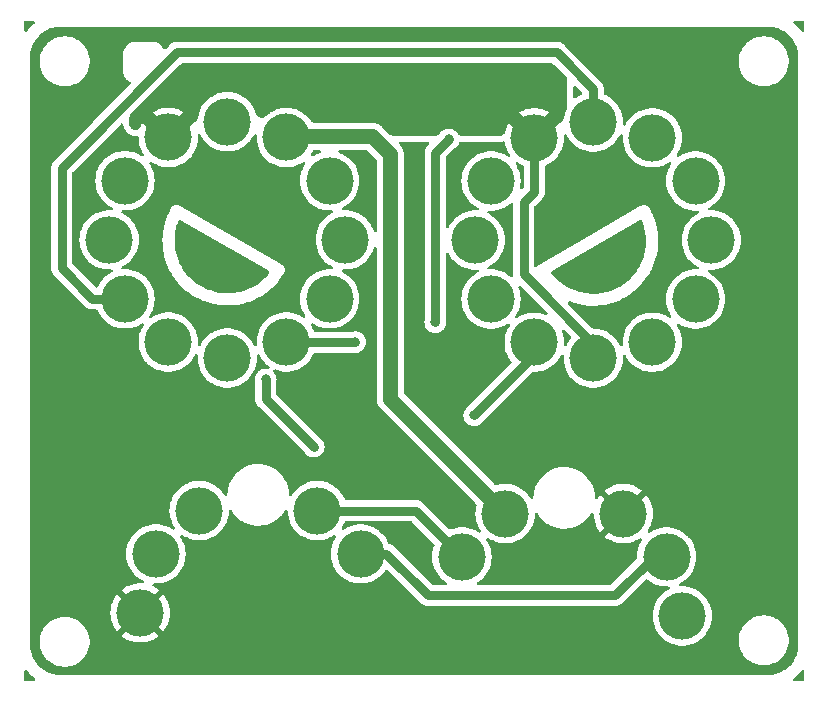
<source format=gbr>
%TF.GenerationSoftware,KiCad,Pcbnew,6.0.10-86aedd382b~118~ubuntu20.04.1*%
%TF.CreationDate,2024-03-07T10:40:57-05:00*%
%TF.ProjectId,dash_connector_adapter,64617368-5f63-46f6-9e6e-6563746f725f,rev?*%
%TF.SameCoordinates,Original*%
%TF.FileFunction,Copper,L2,Bot*%
%TF.FilePolarity,Positive*%
%FSLAX46Y46*%
G04 Gerber Fmt 4.6, Leading zero omitted, Abs format (unit mm)*
G04 Created by KiCad (PCBNEW 6.0.10-86aedd382b~118~ubuntu20.04.1) date 2024-03-07 10:40:57*
%MOMM*%
%LPD*%
G01*
G04 APERTURE LIST*
%TA.AperFunction,ComponentPad*%
%ADD10C,4.000000*%
%TD*%
%TA.AperFunction,ViaPad*%
%ADD11C,0.800000*%
%TD*%
%TA.AperFunction,Conductor*%
%ADD12C,0.762000*%
%TD*%
%TA.AperFunction,Conductor*%
%ADD13C,1.270000*%
%TD*%
G04 APERTURE END LIST*
D10*
%TO.P,J4,1,1*%
%TO.N,/FUEL_LEVEL_SENDER*%
X130072000Y-85772000D03*
%TO.P,J4,2,2*%
%TO.N,/PARKING_BRAKE*%
X126412000Y-82112000D03*
%TO.P,J4,3*%
%TO.N,N/C*%
X112752000Y-85772000D03*
%TO.P,J4,4,4*%
%TO.N,/GND*%
X111412000Y-90772000D03*
%TO.P,J4,A,A*%
%TO.N,/12V_FUSE_16*%
X116412000Y-82112000D03*
%TD*%
%TO.P,J3,1,1*%
%TO.N,/PARKING_BRAKE*%
X138660000Y-86026000D03*
%TO.P,J3,2,2*%
%TO.N,/12V_FUSE_8*%
X142320000Y-82366000D03*
%TO.P,J3,3*%
%TO.N,N/C*%
X155980000Y-86026000D03*
%TO.P,J3,4,4*%
%TO.N,/FUEL_LEVEL_SENDER*%
X157320000Y-91026000D03*
%TO.P,J3,A,A*%
%TO.N,/GND*%
X152320000Y-82366000D03*
%TD*%
%TO.P,J2,1,1*%
%TO.N,unconnected-(J2-Pad1)*%
X159780000Y-59206000D03*
%TO.P,J2,2,2*%
%TO.N,/BULB_FAILURE*%
X158440000Y-64206000D03*
%TO.P,J2,3,3*%
%TO.N,/HIGH_BEAM*%
X154780000Y-67866000D03*
%TO.P,J2,4,4*%
%TO.N,/CHARGING_D+*%
X149780000Y-69206000D03*
%TO.P,J2,5,5*%
%TO.N,/BRAKE_FAILURE*%
X144780000Y-67866000D03*
%TO.P,J2,6,6*%
%TO.N,/BLINKER_RIGHT*%
X141120000Y-64206000D03*
%TO.P,J2,7,7*%
%TO.N,unconnected-(J2-Pad7)*%
X139780000Y-59206000D03*
%TO.P,J2,8,8*%
%TO.N,/BLINKER_LEFT*%
X141120000Y-54206000D03*
%TO.P,J2,9,9*%
%TO.N,/CHARGING_D+*%
X144780000Y-50546000D03*
%TO.P,J2,10,10*%
%TO.N,/COOLANT_TEMP*%
X149780000Y-49206000D03*
%TO.P,J2,11,11*%
%TO.N,/OIL_LAMP*%
X154780000Y-50546000D03*
%TO.P,J2,12,12*%
%TO.N,/OD_LAMP*%
X158440000Y-54206000D03*
%TD*%
%TO.P,J1,12,12*%
%TO.N,/BULB_FAILURE*%
X110132000Y-54182000D03*
%TO.P,J1,11,11*%
%TO.N,/CHARGING_D+*%
X113792000Y-50522000D03*
%TO.P,J1,10,10*%
%TO.N,/12V_RHEOSTAT*%
X118792000Y-49182000D03*
%TO.P,J1,9,9*%
%TO.N,/12V_FUSE_8*%
X123792000Y-50522000D03*
%TO.P,J1,8,8*%
%TO.N,/BLINKER_LEFT*%
X127452000Y-54182000D03*
%TO.P,J1,7,7*%
%TO.N,/BLINKER_RIGHT*%
X128792000Y-59182000D03*
%TO.P,J1,6,6*%
%TO.N,/AC RELAY*%
X127452000Y-64182000D03*
%TO.P,J1,5,5*%
%TO.N,/OIL_LAMP*%
X123792000Y-67842000D03*
%TO.P,J1,4,4*%
%TO.N,/OD_LAMP*%
X118792000Y-69182000D03*
%TO.P,J1,3,3*%
%TO.N,/HIGH_BEAM*%
X113792000Y-67842000D03*
%TO.P,J1,2,2*%
%TO.N,/COOLANT_TEMP*%
X110132000Y-64182000D03*
%TO.P,J1,1,1*%
%TO.N,/BRAKE_FAILURE*%
X108792000Y-59182000D03*
%TD*%
D11*
%TO.N,/OIL_LAMP*%
X129643000Y-67842000D03*
X136398000Y-66167000D03*
%TO.N,/OD_LAMP*%
X122047000Y-70993000D03*
X126111000Y-76708000D03*
%TO.N,/OIL_LAMP*%
X137541000Y-50673000D03*
%TO.N,/BRAKE_FAILURE*%
X139700000Y-74041000D03*
%TD*%
D12*
%TO.N,/PARKING_BRAKE*%
X126412000Y-82112000D02*
X134746000Y-82112000D01*
X134746000Y-82112000D02*
X138660000Y-86026000D01*
%TO.N,/FUEL_LEVEL_SENDER*%
X130072000Y-85772000D02*
X132254000Y-85772000D01*
X132254000Y-85772000D02*
X135763000Y-89281000D01*
X135763000Y-89281000D02*
X151638000Y-89281000D01*
X151638000Y-89281000D02*
X154893000Y-86026000D01*
X154893000Y-86026000D02*
X155980000Y-86026000D01*
D13*
%TO.N,/12V_FUSE_8*%
X142320000Y-82366000D02*
X132588000Y-72634000D01*
X131064000Y-50419000D02*
X123895000Y-50419000D01*
X132588000Y-72634000D02*
X132588000Y-51943000D01*
X132588000Y-51943000D02*
X131064000Y-50419000D01*
X123895000Y-50419000D02*
X123792000Y-50522000D01*
D12*
%TO.N,/OIL_LAMP*%
X129643000Y-67842000D02*
X123792000Y-67842000D01*
%TO.N,/OD_LAMP*%
X122047000Y-70993000D02*
X122047000Y-72644000D01*
X122047000Y-72644000D02*
X126111000Y-76708000D01*
%TO.N,/OIL_LAMP*%
X137541000Y-50673000D02*
X136398000Y-51816000D01*
X136398000Y-51816000D02*
X136398000Y-66167000D01*
%TO.N,/COOLANT_TEMP*%
X114554000Y-43307000D02*
X104775000Y-53086000D01*
X146685000Y-43307000D02*
X114554000Y-43307000D01*
X104775000Y-53086000D02*
X104775000Y-61595000D01*
X110132000Y-64182000D02*
X107362000Y-64182000D01*
X107362000Y-64182000D02*
X104775000Y-61595000D01*
X146685000Y-43307000D02*
X149780000Y-46402000D01*
X149780000Y-46402000D02*
X149780000Y-49206000D01*
%TO.N,/BRAKE_FAILURE*%
X139700000Y-74041000D02*
X144780000Y-68961000D01*
X144780000Y-68961000D02*
X144780000Y-67866000D01*
%TO.N,/CHARGING_D+*%
X144780000Y-50546000D02*
X144780000Y-55118000D01*
X144780000Y-55118000D02*
X143891000Y-56007000D01*
X143891000Y-56007000D02*
X143891000Y-62103000D01*
X143891000Y-62103000D02*
X149780000Y-67992000D01*
X149780000Y-67992000D02*
X149780000Y-69206000D01*
%TD*%
%TA.AperFunction,Conductor*%
%TO.N,/GND*%
G36*
X164565755Y-41146262D02*
G01*
X164580579Y-41148571D01*
X164580588Y-41148571D01*
X164589456Y-41149952D01*
X164607452Y-41147599D01*
X164630848Y-41146733D01*
X164750826Y-41153472D01*
X164873009Y-41160336D01*
X164887039Y-41161917D01*
X165153871Y-41207257D01*
X165167608Y-41210393D01*
X165427671Y-41285318D01*
X165441004Y-41289983D01*
X165691043Y-41393554D01*
X165703773Y-41399685D01*
X165940627Y-41530591D01*
X165952591Y-41538108D01*
X166173319Y-41694723D01*
X166184350Y-41703521D01*
X166386149Y-41883860D01*
X166396139Y-41893850D01*
X166576479Y-42095650D01*
X166585277Y-42106681D01*
X166694950Y-42261250D01*
X166741892Y-42327409D01*
X166749409Y-42339373D01*
X166880315Y-42576227D01*
X166886446Y-42588957D01*
X166990017Y-42838996D01*
X166994682Y-42852329D01*
X167069607Y-43112392D01*
X167072743Y-43126129D01*
X167118083Y-43392961D01*
X167119664Y-43406992D01*
X167132857Y-43641861D01*
X167131555Y-43668309D01*
X167131430Y-43669115D01*
X167130048Y-43677992D01*
X167134175Y-43709549D01*
X167135239Y-43725888D01*
X167135239Y-93426367D01*
X167133738Y-93445755D01*
X167131429Y-93460579D01*
X167131429Y-93460588D01*
X167130048Y-93469456D01*
X167132401Y-93487452D01*
X167133267Y-93510848D01*
X167126528Y-93630826D01*
X167119664Y-93753009D01*
X167118083Y-93767039D01*
X167072743Y-94033871D01*
X167069607Y-94047608D01*
X166998771Y-94293479D01*
X166994683Y-94307668D01*
X166990017Y-94321004D01*
X166886446Y-94571043D01*
X166880315Y-94583773D01*
X166749409Y-94820627D01*
X166741892Y-94832591D01*
X166585277Y-95053319D01*
X166576479Y-95064350D01*
X166414114Y-95246036D01*
X166396140Y-95266149D01*
X166386150Y-95276139D01*
X166184350Y-95456479D01*
X166173319Y-95465277D01*
X165986283Y-95597986D01*
X165952591Y-95621892D01*
X165940627Y-95629409D01*
X165703773Y-95760315D01*
X165691043Y-95766446D01*
X165441004Y-95870017D01*
X165427671Y-95874682D01*
X165167608Y-95949607D01*
X165153871Y-95952743D01*
X164887039Y-95998083D01*
X164873008Y-95999664D01*
X164638139Y-96012857D01*
X164611691Y-96011555D01*
X164610885Y-96011430D01*
X164610884Y-96011430D01*
X164602008Y-96010048D01*
X164572355Y-96013926D01*
X164570451Y-96014175D01*
X164554112Y-96015239D01*
X104693633Y-96015239D01*
X104674245Y-96013738D01*
X104659421Y-96011429D01*
X104659412Y-96011429D01*
X104650544Y-96010048D01*
X104632548Y-96012401D01*
X104609152Y-96013267D01*
X104489174Y-96006528D01*
X104366991Y-95999664D01*
X104352961Y-95998083D01*
X104086129Y-95952743D01*
X104072392Y-95949607D01*
X103812329Y-95874682D01*
X103798996Y-95870017D01*
X103548957Y-95766446D01*
X103536227Y-95760315D01*
X103299373Y-95629409D01*
X103287409Y-95621892D01*
X103253717Y-95597986D01*
X103066681Y-95465277D01*
X103055650Y-95456479D01*
X102853850Y-95276139D01*
X102843860Y-95266149D01*
X102825886Y-95246036D01*
X102663521Y-95064350D01*
X102654723Y-95053319D01*
X102498108Y-94832591D01*
X102490591Y-94820627D01*
X102359685Y-94583773D01*
X102353554Y-94571043D01*
X102249983Y-94321004D01*
X102245317Y-94307668D01*
X102241229Y-94293479D01*
X102170393Y-94047608D01*
X102167257Y-94033871D01*
X102121917Y-93767039D01*
X102120336Y-93753008D01*
X102107143Y-93518139D01*
X102108445Y-93491691D01*
X102108570Y-93490885D01*
X102108570Y-93490884D01*
X102109952Y-93482008D01*
X102105825Y-93450451D01*
X102104761Y-93434112D01*
X102104761Y-93350703D01*
X102919743Y-93350703D01*
X102920302Y-93354947D01*
X102920302Y-93354951D01*
X102928398Y-93416443D01*
X102957268Y-93635734D01*
X103033129Y-93913036D01*
X103034813Y-93916984D01*
X103091753Y-94050476D01*
X103145923Y-94177476D01*
X103293561Y-94424161D01*
X103473313Y-94648528D01*
X103559717Y-94730522D01*
X103654668Y-94820627D01*
X103681851Y-94846423D01*
X103915317Y-95014186D01*
X103919112Y-95016195D01*
X103919113Y-95016196D01*
X103960346Y-95038028D01*
X104169392Y-95148712D01*
X104439373Y-95247511D01*
X104720264Y-95308755D01*
X104748841Y-95311004D01*
X104943282Y-95326307D01*
X104943291Y-95326307D01*
X104945739Y-95326500D01*
X105101271Y-95326500D01*
X105103407Y-95326354D01*
X105103418Y-95326354D01*
X105311548Y-95312165D01*
X105311554Y-95312164D01*
X105315825Y-95311873D01*
X105320020Y-95311004D01*
X105320022Y-95311004D01*
X105536619Y-95266149D01*
X105597342Y-95253574D01*
X105868343Y-95157607D01*
X106123812Y-95025750D01*
X106127313Y-95023289D01*
X106127317Y-95023287D01*
X106308019Y-94896287D01*
X106359023Y-94860441D01*
X106569622Y-94664740D01*
X106751713Y-94442268D01*
X106901927Y-94197142D01*
X106913659Y-94170417D01*
X107015757Y-93937830D01*
X107017483Y-93933898D01*
X107096244Y-93657406D01*
X107136751Y-93372784D01*
X107136845Y-93354951D01*
X107138235Y-93089583D01*
X107138235Y-93089576D01*
X107138257Y-93085297D01*
X107100732Y-92800266D01*
X107078223Y-92717987D01*
X109830721Y-92717987D01*
X109839548Y-92729605D01*
X110062281Y-92891430D01*
X110068961Y-92895670D01*
X110338572Y-93043890D01*
X110345707Y-93047247D01*
X110631770Y-93160508D01*
X110639296Y-93162953D01*
X110937279Y-93239462D01*
X110945050Y-93240945D01*
X111250278Y-93279503D01*
X111258169Y-93280000D01*
X111565831Y-93280000D01*
X111573722Y-93279503D01*
X111878950Y-93240945D01*
X111886721Y-93239462D01*
X112184704Y-93162953D01*
X112192230Y-93160508D01*
X112478293Y-93047247D01*
X112485428Y-93043890D01*
X112755039Y-92895670D01*
X112761719Y-92891430D01*
X112984823Y-92729336D01*
X112993246Y-92718413D01*
X112986342Y-92705552D01*
X111424812Y-91144022D01*
X111410868Y-91136408D01*
X111409035Y-91136539D01*
X111402420Y-91140790D01*
X109837334Y-92705876D01*
X109830721Y-92717987D01*
X107078223Y-92717987D01*
X107024871Y-92522964D01*
X106912077Y-92258524D01*
X106824299Y-92111858D01*
X106766643Y-92015521D01*
X106766640Y-92015517D01*
X106764439Y-92011839D01*
X106584687Y-91787472D01*
X106440951Y-91651072D01*
X106379258Y-91592527D01*
X106379255Y-91592525D01*
X106376149Y-91589577D01*
X106142683Y-91421814D01*
X106120843Y-91410250D01*
X106088350Y-91393046D01*
X105888608Y-91287288D01*
X105618627Y-91188489D01*
X105337736Y-91127245D01*
X105306685Y-91124801D01*
X105114718Y-91109693D01*
X105114709Y-91109693D01*
X105112261Y-91109500D01*
X104956729Y-91109500D01*
X104954593Y-91109646D01*
X104954582Y-91109646D01*
X104746452Y-91123835D01*
X104746446Y-91123836D01*
X104742175Y-91124127D01*
X104737980Y-91124996D01*
X104737978Y-91124996D01*
X104682239Y-91136539D01*
X104460658Y-91182426D01*
X104189657Y-91278393D01*
X103934188Y-91410250D01*
X103930687Y-91412711D01*
X103930683Y-91412713D01*
X103859734Y-91462577D01*
X103698977Y-91575559D01*
X103683892Y-91589577D01*
X103564340Y-91700672D01*
X103488378Y-91771260D01*
X103306287Y-91993732D01*
X103156073Y-92238858D01*
X103040517Y-92502102D01*
X102961756Y-92778594D01*
X102921249Y-93063216D01*
X102921227Y-93067505D01*
X102921226Y-93067512D01*
X102919765Y-93346417D01*
X102919743Y-93350703D01*
X102104761Y-93350703D01*
X102104761Y-90775958D01*
X108899290Y-90775958D01*
X108918607Y-91082994D01*
X108919600Y-91090855D01*
X108977246Y-91393046D01*
X108979217Y-91400723D01*
X109074284Y-91693309D01*
X109077199Y-91700672D01*
X109208189Y-91979041D01*
X109212001Y-91985974D01*
X109376851Y-92245736D01*
X109381495Y-92252129D01*
X109456497Y-92342790D01*
X109469014Y-92351245D01*
X109479752Y-92345038D01*
X111039978Y-90784812D01*
X111046356Y-90773132D01*
X111776408Y-90773132D01*
X111776539Y-90774965D01*
X111780790Y-90781580D01*
X113343145Y-92343935D01*
X113356407Y-92351177D01*
X113366512Y-92343988D01*
X113442505Y-92252129D01*
X113447149Y-92245736D01*
X113611999Y-91985974D01*
X113615811Y-91979041D01*
X113746801Y-91700672D01*
X113749716Y-91693309D01*
X113844783Y-91400723D01*
X113846754Y-91393046D01*
X113904400Y-91090855D01*
X113905393Y-91082994D01*
X113924710Y-90775958D01*
X113924710Y-90768042D01*
X113905393Y-90461006D01*
X113904400Y-90453145D01*
X113846754Y-90150954D01*
X113844783Y-90143277D01*
X113749716Y-89850691D01*
X113746801Y-89843328D01*
X113615811Y-89564959D01*
X113611999Y-89558026D01*
X113447149Y-89298264D01*
X113442505Y-89291871D01*
X113367503Y-89201210D01*
X113354986Y-89192755D01*
X113344248Y-89198962D01*
X111784022Y-90759188D01*
X111776408Y-90773132D01*
X111046356Y-90773132D01*
X111047592Y-90770868D01*
X111047461Y-90769035D01*
X111043210Y-90762420D01*
X109480855Y-89200065D01*
X109467593Y-89192823D01*
X109457488Y-89200012D01*
X109381495Y-89291871D01*
X109376851Y-89298264D01*
X109212001Y-89558026D01*
X109208189Y-89564959D01*
X109077199Y-89843328D01*
X109074284Y-89850691D01*
X108979217Y-90143277D01*
X108977246Y-90150954D01*
X108919600Y-90453145D01*
X108918607Y-90461006D01*
X108899290Y-90768042D01*
X108899290Y-90775958D01*
X102104761Y-90775958D01*
X102104761Y-61548190D01*
X103881826Y-61548190D01*
X103882171Y-61554778D01*
X103882171Y-61554782D01*
X103885327Y-61614999D01*
X103885500Y-61621593D01*
X103885500Y-61641620D01*
X103885844Y-61644891D01*
X103885844Y-61644895D01*
X103887593Y-61661539D01*
X103888110Y-61668113D01*
X103891112Y-61725398D01*
X103891611Y-61734915D01*
X103893320Y-61741292D01*
X103893320Y-61741293D01*
X103895124Y-61748023D01*
X103898728Y-61767471D01*
X103899292Y-61772836D01*
X103900145Y-61780956D01*
X103911938Y-61817251D01*
X103920818Y-61844582D01*
X103922691Y-61850906D01*
X103940006Y-61915524D01*
X103946167Y-61927616D01*
X103953730Y-61945875D01*
X103957925Y-61958785D01*
X103973559Y-61985864D01*
X103991376Y-62016724D01*
X103994523Y-62022520D01*
X104024893Y-62082125D01*
X104029050Y-62087258D01*
X104033432Y-62092670D01*
X104044625Y-62108955D01*
X104048116Y-62115002D01*
X104048119Y-62115005D01*
X104051415Y-62120715D01*
X104055827Y-62125615D01*
X104055830Y-62125619D01*
X104096175Y-62170425D01*
X104100463Y-62175446D01*
X104113063Y-62191006D01*
X104127210Y-62205153D01*
X104131751Y-62209937D01*
X104161445Y-62242915D01*
X104176530Y-62259669D01*
X104187518Y-62267652D01*
X104202546Y-62280489D01*
X106676511Y-64754454D01*
X106689348Y-64769482D01*
X106697331Y-64780470D01*
X106702233Y-64784883D01*
X106702234Y-64784885D01*
X106747063Y-64825249D01*
X106751847Y-64829790D01*
X106765993Y-64843936D01*
X106768557Y-64846012D01*
X106781561Y-64856543D01*
X106786576Y-64860827D01*
X106836285Y-64905585D01*
X106848044Y-64912374D01*
X106864329Y-64923567D01*
X106869740Y-64927948D01*
X106874875Y-64932106D01*
X106880759Y-64935104D01*
X106880762Y-64935106D01*
X106934481Y-64962478D01*
X106940276Y-64965624D01*
X106998215Y-64999075D01*
X107004499Y-65001117D01*
X107004504Y-65001119D01*
X107011121Y-65003269D01*
X107029385Y-65010834D01*
X107035590Y-65013996D01*
X107035595Y-65013998D01*
X107041475Y-65016994D01*
X107106111Y-65034313D01*
X107112412Y-65036180D01*
X107176044Y-65056855D01*
X107182609Y-65057545D01*
X107182618Y-65057547D01*
X107189543Y-65058275D01*
X107208976Y-65061876D01*
X107213964Y-65063212D01*
X107222084Y-65065388D01*
X107228677Y-65065734D01*
X107228680Y-65065734D01*
X107288881Y-65068889D01*
X107295456Y-65069406D01*
X107315380Y-65071500D01*
X107335413Y-65071500D01*
X107342007Y-65071673D01*
X107402217Y-65074829D01*
X107402222Y-65074829D01*
X107408809Y-65075174D01*
X107415324Y-65074142D01*
X107415326Y-65074142D01*
X107422213Y-65073051D01*
X107441924Y-65071500D01*
X107698252Y-65071500D01*
X107766373Y-65091502D01*
X107812260Y-65143852D01*
X107927750Y-65389283D01*
X107927754Y-65389290D01*
X107929438Y-65392869D01*
X108098568Y-65659375D01*
X108299767Y-65902582D01*
X108302657Y-65905296D01*
X108302658Y-65905297D01*
X108328268Y-65929346D01*
X108529860Y-66118654D01*
X108533062Y-66120981D01*
X108533064Y-66120982D01*
X108566698Y-66145418D01*
X108785221Y-66304184D01*
X108788690Y-66306091D01*
X108788693Y-66306093D01*
X109058352Y-66454340D01*
X109061821Y-66456247D01*
X109065490Y-66457700D01*
X109065495Y-66457702D01*
X109253835Y-66532271D01*
X109355298Y-66572443D01*
X109661025Y-66650940D01*
X109974179Y-66690500D01*
X110289821Y-66690500D01*
X110602975Y-66650940D01*
X110908702Y-66572443D01*
X111010165Y-66532271D01*
X111198505Y-66457702D01*
X111198510Y-66457700D01*
X111202179Y-66456247D01*
X111205648Y-66454340D01*
X111475307Y-66306093D01*
X111475310Y-66306091D01*
X111478779Y-66304184D01*
X111481977Y-66301861D01*
X111481981Y-66301858D01*
X111519575Y-66274544D01*
X111534750Y-66263518D01*
X111601616Y-66239661D01*
X111670768Y-66255741D01*
X111720248Y-66306654D01*
X111734348Y-66376237D01*
X111715195Y-66432969D01*
X111626060Y-66573424D01*
X111589438Y-66631131D01*
X111587754Y-66634710D01*
X111587750Y-66634717D01*
X111456733Y-66913144D01*
X111455044Y-66916734D01*
X111453818Y-66920506D01*
X111453818Y-66920507D01*
X111440725Y-66960803D01*
X111357505Y-67216928D01*
X111298359Y-67526980D01*
X111278540Y-67842000D01*
X111298359Y-68157020D01*
X111357505Y-68467072D01*
X111455044Y-68767266D01*
X111456731Y-68770852D01*
X111456733Y-68770856D01*
X111587750Y-69049283D01*
X111587754Y-69049290D01*
X111589438Y-69052869D01*
X111758568Y-69319375D01*
X111859168Y-69440979D01*
X111928609Y-69524918D01*
X111959767Y-69562582D01*
X111962657Y-69565296D01*
X111962658Y-69565297D01*
X111998999Y-69599423D01*
X112189860Y-69778654D01*
X112193062Y-69780981D01*
X112193064Y-69780982D01*
X112228974Y-69807072D01*
X112445221Y-69964184D01*
X112448690Y-69966091D01*
X112448693Y-69966093D01*
X112705485Y-70107266D01*
X112721821Y-70116247D01*
X112725490Y-70117700D01*
X112725495Y-70117702D01*
X112877124Y-70177736D01*
X113015298Y-70232443D01*
X113321025Y-70310940D01*
X113634179Y-70350500D01*
X113949821Y-70350500D01*
X114262975Y-70310940D01*
X114568702Y-70232443D01*
X114706876Y-70177736D01*
X114858505Y-70117702D01*
X114858510Y-70117700D01*
X114862179Y-70116247D01*
X114878515Y-70107266D01*
X115135307Y-69966093D01*
X115135310Y-69966091D01*
X115138779Y-69964184D01*
X115355026Y-69807072D01*
X115390936Y-69780982D01*
X115390938Y-69780981D01*
X115394140Y-69778654D01*
X115585001Y-69599423D01*
X115621342Y-69565297D01*
X115621343Y-69565296D01*
X115624233Y-69562582D01*
X115655392Y-69524918D01*
X115724832Y-69440979D01*
X115825432Y-69319375D01*
X115994562Y-69052869D01*
X115996246Y-69049290D01*
X115996250Y-69049283D01*
X116050513Y-68933967D01*
X116097616Y-68880846D01*
X116165960Y-68861623D01*
X116233848Y-68882402D01*
X116279725Y-68936585D01*
X116290272Y-68995526D01*
X116278540Y-69182000D01*
X116298359Y-69497020D01*
X116357505Y-69807072D01*
X116358732Y-69810848D01*
X116453323Y-70101968D01*
X116455044Y-70107266D01*
X116456731Y-70110852D01*
X116456733Y-70110856D01*
X116587750Y-70389283D01*
X116587754Y-70389290D01*
X116589438Y-70392869D01*
X116758568Y-70659375D01*
X116959767Y-70902582D01*
X116962657Y-70905296D01*
X116962658Y-70905297D01*
X116998999Y-70939423D01*
X117189860Y-71118654D01*
X117193062Y-71120981D01*
X117193064Y-71120982D01*
X117245631Y-71159174D01*
X117445221Y-71304184D01*
X117448690Y-71306091D01*
X117448693Y-71306093D01*
X117492349Y-71330093D01*
X117721821Y-71456247D01*
X117725490Y-71457700D01*
X117725495Y-71457702D01*
X118011628Y-71570990D01*
X118015298Y-71572443D01*
X118321025Y-71650940D01*
X118634179Y-71690500D01*
X118949821Y-71690500D01*
X119262975Y-71650940D01*
X119568702Y-71572443D01*
X119572372Y-71570990D01*
X119858505Y-71457702D01*
X119858510Y-71457700D01*
X119862179Y-71456247D01*
X120091651Y-71330093D01*
X120135307Y-71306093D01*
X120135310Y-71306091D01*
X120138779Y-71304184D01*
X120338369Y-71159174D01*
X120390936Y-71120982D01*
X120390938Y-71120981D01*
X120394140Y-71118654D01*
X120585001Y-70939423D01*
X120621342Y-70905297D01*
X120621343Y-70905296D01*
X120624233Y-70902582D01*
X120825432Y-70659375D01*
X120994562Y-70392869D01*
X120996246Y-70389290D01*
X120996250Y-70389283D01*
X121127267Y-70110856D01*
X121127269Y-70110852D01*
X121128956Y-70107266D01*
X121130678Y-70101968D01*
X121225268Y-69810848D01*
X121226495Y-69807072D01*
X121285641Y-69497020D01*
X121305460Y-69182000D01*
X121293728Y-68995526D01*
X121309413Y-68926284D01*
X121360043Y-68876514D01*
X121429544Y-68862018D01*
X121495849Y-68887397D01*
X121533487Y-68933967D01*
X121587750Y-69049283D01*
X121587754Y-69049290D01*
X121589438Y-69052869D01*
X121758568Y-69319375D01*
X121859168Y-69440979D01*
X121928609Y-69524918D01*
X121959767Y-69562582D01*
X121962657Y-69565296D01*
X121962658Y-69565297D01*
X121998999Y-69599423D01*
X122189860Y-69778654D01*
X122193060Y-69780979D01*
X122193071Y-69780988D01*
X122324926Y-69876785D01*
X122368281Y-69933007D01*
X122374357Y-70003743D01*
X122341225Y-70066535D01*
X122279405Y-70101446D01*
X122224670Y-70101968D01*
X122148946Y-70085873D01*
X122148947Y-70085873D01*
X122142487Y-70084500D01*
X121951513Y-70084500D01*
X121945061Y-70085872D01*
X121945056Y-70085872D01*
X121869333Y-70101968D01*
X121764712Y-70124206D01*
X121758682Y-70126891D01*
X121758681Y-70126891D01*
X121596278Y-70199197D01*
X121596276Y-70199198D01*
X121590248Y-70201882D01*
X121584907Y-70205762D01*
X121584906Y-70205763D01*
X121546834Y-70233424D01*
X121435747Y-70314134D01*
X121431326Y-70319044D01*
X121431325Y-70319045D01*
X121368083Y-70389283D01*
X121307960Y-70456056D01*
X121212473Y-70621444D01*
X121153458Y-70803072D01*
X121152768Y-70809633D01*
X121152768Y-70809635D01*
X121140477Y-70926582D01*
X121133496Y-70993000D01*
X121134186Y-70999565D01*
X121146703Y-71118654D01*
X121153458Y-71182928D01*
X121154936Y-71187477D01*
X121157500Y-71211867D01*
X121157500Y-72564075D01*
X121155949Y-72583785D01*
X121153826Y-72597190D01*
X121154171Y-72603778D01*
X121154171Y-72603782D01*
X121157327Y-72663999D01*
X121157500Y-72670593D01*
X121157500Y-72690620D01*
X121157844Y-72693891D01*
X121157844Y-72693895D01*
X121159593Y-72710539D01*
X121160110Y-72717113D01*
X121163611Y-72783915D01*
X121165320Y-72790292D01*
X121165320Y-72790293D01*
X121167124Y-72797023D01*
X121170728Y-72816470D01*
X121172145Y-72829956D01*
X121176474Y-72843279D01*
X121192818Y-72893582D01*
X121194691Y-72899906D01*
X121212006Y-72964524D01*
X121218167Y-72976616D01*
X121225730Y-72994875D01*
X121229925Y-73007785D01*
X121248516Y-73039985D01*
X121263376Y-73065724D01*
X121266523Y-73071520D01*
X121296893Y-73131125D01*
X121301050Y-73136258D01*
X121305432Y-73141670D01*
X121316625Y-73157955D01*
X121320116Y-73164002D01*
X121320119Y-73164005D01*
X121323415Y-73169715D01*
X121327827Y-73174615D01*
X121327830Y-73174619D01*
X121368175Y-73219425D01*
X121372463Y-73224446D01*
X121385063Y-73240006D01*
X121399210Y-73254153D01*
X121403751Y-73258937D01*
X121448530Y-73308669D01*
X121459518Y-73316652D01*
X121474546Y-73329489D01*
X125335584Y-77190527D01*
X125355606Y-77216619D01*
X125371960Y-77244944D01*
X125499747Y-77386866D01*
X125654248Y-77499118D01*
X125660276Y-77501802D01*
X125660278Y-77501803D01*
X125822681Y-77574109D01*
X125828712Y-77576794D01*
X125922113Y-77596647D01*
X126009056Y-77615128D01*
X126009061Y-77615128D01*
X126015513Y-77616500D01*
X126206487Y-77616500D01*
X126212939Y-77615128D01*
X126212944Y-77615128D01*
X126299887Y-77596647D01*
X126393288Y-77576794D01*
X126399319Y-77574109D01*
X126561722Y-77501803D01*
X126561724Y-77501802D01*
X126567752Y-77499118D01*
X126722253Y-77386866D01*
X126850040Y-77244944D01*
X126945527Y-77079556D01*
X127004542Y-76897928D01*
X127024504Y-76708000D01*
X127004542Y-76518072D01*
X126945527Y-76336444D01*
X126850040Y-76171056D01*
X126722253Y-76029134D01*
X126612607Y-75949471D01*
X126597574Y-75936631D01*
X122973405Y-72312462D01*
X122939379Y-72250150D01*
X122936500Y-72223367D01*
X122936500Y-71211867D01*
X122939064Y-71187477D01*
X122940542Y-71182928D01*
X122947298Y-71118654D01*
X122959814Y-70999565D01*
X122960504Y-70993000D01*
X122953523Y-70926582D01*
X122941232Y-70809635D01*
X122941232Y-70809633D01*
X122940542Y-70803072D01*
X122881527Y-70621444D01*
X122786040Y-70456056D01*
X122729146Y-70392869D01*
X122705609Y-70366728D01*
X122674891Y-70302721D01*
X122683656Y-70232267D01*
X122729119Y-70177736D01*
X122796846Y-70156441D01*
X122845628Y-70165266D01*
X123015298Y-70232443D01*
X123321025Y-70310940D01*
X123634179Y-70350500D01*
X123949821Y-70350500D01*
X124262975Y-70310940D01*
X124568702Y-70232443D01*
X124706876Y-70177736D01*
X124858505Y-70117702D01*
X124858510Y-70117700D01*
X124862179Y-70116247D01*
X124878515Y-70107266D01*
X125135307Y-69966093D01*
X125135310Y-69966091D01*
X125138779Y-69964184D01*
X125355026Y-69807072D01*
X125390936Y-69780982D01*
X125390938Y-69780981D01*
X125394140Y-69778654D01*
X125585001Y-69599423D01*
X125621342Y-69565297D01*
X125621343Y-69565296D01*
X125624233Y-69562582D01*
X125655392Y-69524918D01*
X125724832Y-69440979D01*
X125825432Y-69319375D01*
X125994562Y-69052869D01*
X125996246Y-69049290D01*
X125996250Y-69049283D01*
X126111740Y-68803852D01*
X126158842Y-68750731D01*
X126225748Y-68731500D01*
X129444881Y-68731500D01*
X129471078Y-68734253D01*
X129541056Y-68749128D01*
X129541061Y-68749128D01*
X129547513Y-68750500D01*
X129738487Y-68750500D01*
X129744939Y-68749128D01*
X129744944Y-68749128D01*
X129831888Y-68730647D01*
X129925288Y-68710794D01*
X129931319Y-68708109D01*
X130093722Y-68635803D01*
X130093724Y-68635802D01*
X130099752Y-68633118D01*
X130254253Y-68520866D01*
X130382040Y-68378944D01*
X130477527Y-68213556D01*
X130536542Y-68031928D01*
X130540410Y-67995131D01*
X130555814Y-67848565D01*
X130556504Y-67842000D01*
X130542418Y-67707976D01*
X130537232Y-67658635D01*
X130537232Y-67658633D01*
X130536542Y-67652072D01*
X130477527Y-67470444D01*
X130382040Y-67305056D01*
X130347791Y-67267018D01*
X130258675Y-67168045D01*
X130258674Y-67168044D01*
X130254253Y-67163134D01*
X130131747Y-67074128D01*
X130105094Y-67054763D01*
X130105093Y-67054762D01*
X130099752Y-67050882D01*
X130093724Y-67048198D01*
X130093722Y-67048197D01*
X129931319Y-66975891D01*
X129931318Y-66975891D01*
X129925288Y-66973206D01*
X129831888Y-66953353D01*
X129744944Y-66934872D01*
X129744939Y-66934872D01*
X129738487Y-66933500D01*
X129547513Y-66933500D01*
X129541061Y-66934872D01*
X129541056Y-66934872D01*
X129471078Y-66949747D01*
X129444881Y-66952500D01*
X126225748Y-66952500D01*
X126157627Y-66932498D01*
X126111740Y-66880148D01*
X125996250Y-66634717D01*
X125996246Y-66634710D01*
X125994562Y-66631131D01*
X125957940Y-66573424D01*
X125868805Y-66432969D01*
X125849192Y-66364735D01*
X125869583Y-66296730D01*
X125923503Y-66250544D01*
X125993834Y-66240842D01*
X126049249Y-66263518D01*
X126064425Y-66274544D01*
X126102019Y-66301858D01*
X126102023Y-66301861D01*
X126105221Y-66304184D01*
X126108690Y-66306091D01*
X126108693Y-66306093D01*
X126378352Y-66454340D01*
X126381821Y-66456247D01*
X126385490Y-66457700D01*
X126385495Y-66457702D01*
X126573835Y-66532271D01*
X126675298Y-66572443D01*
X126981025Y-66650940D01*
X127294179Y-66690500D01*
X127609821Y-66690500D01*
X127922975Y-66650940D01*
X128228702Y-66572443D01*
X128330165Y-66532271D01*
X128518505Y-66457702D01*
X128518510Y-66457700D01*
X128522179Y-66456247D01*
X128525648Y-66454340D01*
X128795307Y-66306093D01*
X128795310Y-66306091D01*
X128798779Y-66304184D01*
X129017302Y-66145418D01*
X129050936Y-66120982D01*
X129050938Y-66120981D01*
X129054140Y-66118654D01*
X129255732Y-65929346D01*
X129281342Y-65905297D01*
X129281343Y-65905296D01*
X129284233Y-65902582D01*
X129485432Y-65659375D01*
X129654562Y-65392869D01*
X129656246Y-65389290D01*
X129656250Y-65389283D01*
X129787267Y-65110856D01*
X129787269Y-65110852D01*
X129788956Y-65107266D01*
X129801258Y-65069406D01*
X129835515Y-64963971D01*
X129886495Y-64807072D01*
X129945641Y-64497020D01*
X129965460Y-64182000D01*
X129945641Y-63866980D01*
X129886495Y-63556928D01*
X129813868Y-63333406D01*
X129790182Y-63260507D01*
X129790182Y-63260506D01*
X129788956Y-63256734D01*
X129764519Y-63204802D01*
X129656250Y-62974717D01*
X129656246Y-62974710D01*
X129654562Y-62971131D01*
X129485432Y-62704625D01*
X129338967Y-62527580D01*
X129286758Y-62464470D01*
X129286757Y-62464469D01*
X129284233Y-62461418D01*
X129279909Y-62457357D01*
X129189597Y-62372549D01*
X129054140Y-62245346D01*
X128798779Y-62059816D01*
X128792184Y-62056190D01*
X128554490Y-61925516D01*
X128504431Y-61875171D01*
X128489538Y-61805754D01*
X128514539Y-61739305D01*
X128571496Y-61696921D01*
X128626246Y-61690641D01*
X128626302Y-61689755D01*
X128630248Y-61690003D01*
X128634179Y-61690500D01*
X128949821Y-61690500D01*
X129262975Y-61650940D01*
X129568702Y-61572443D01*
X129593575Y-61562595D01*
X129858505Y-61457702D01*
X129858510Y-61457700D01*
X129862179Y-61456247D01*
X129879538Y-61446704D01*
X130135307Y-61306093D01*
X130135310Y-61306091D01*
X130138779Y-61304184D01*
X130338369Y-61159174D01*
X130390936Y-61120982D01*
X130390938Y-61120981D01*
X130394140Y-61118654D01*
X130585001Y-60939423D01*
X130621342Y-60905297D01*
X130621343Y-60905296D01*
X130624233Y-60902582D01*
X130825432Y-60659375D01*
X130994562Y-60392869D01*
X130996246Y-60389290D01*
X130996250Y-60389283D01*
X131127267Y-60110856D01*
X131127269Y-60110852D01*
X131128956Y-60107266D01*
X131198667Y-59892718D01*
X131238740Y-59834112D01*
X131304137Y-59806475D01*
X131374094Y-59818582D01*
X131426400Y-59866588D01*
X131444500Y-59931654D01*
X131444500Y-72591195D01*
X131444230Y-72599436D01*
X131439994Y-72664061D01*
X131450399Y-72751973D01*
X131450736Y-72755186D01*
X131458831Y-72843279D01*
X131460399Y-72848839D01*
X131461061Y-72852412D01*
X131463250Y-72863415D01*
X131464018Y-72867028D01*
X131464697Y-72872765D01*
X131490938Y-72957276D01*
X131491854Y-72960373D01*
X131515877Y-73045549D01*
X131518435Y-73050737D01*
X131519760Y-73054188D01*
X131523901Y-73064566D01*
X131525304Y-73067953D01*
X131527018Y-73073473D01*
X131529709Y-73078587D01*
X131529709Y-73078588D01*
X131568198Y-73151745D01*
X131569695Y-73154681D01*
X131608829Y-73234037D01*
X131612287Y-73238668D01*
X131614250Y-73241871D01*
X131620173Y-73251258D01*
X131622182Y-73254351D01*
X131624871Y-73259463D01*
X131679656Y-73328956D01*
X131681627Y-73331526D01*
X131731116Y-73397801D01*
X131731123Y-73397808D01*
X131734573Y-73402429D01*
X131738807Y-73406343D01*
X131738809Y-73406345D01*
X131794973Y-73458262D01*
X131798539Y-73461692D01*
X139878059Y-81541212D01*
X139912085Y-81603524D01*
X139908797Y-81669243D01*
X139885505Y-81740928D01*
X139826359Y-82050980D01*
X139806540Y-82366000D01*
X139826359Y-82681020D01*
X139885505Y-82991072D01*
X139983044Y-83291266D01*
X139984731Y-83294852D01*
X139984733Y-83294856D01*
X140115750Y-83573283D01*
X140115754Y-83573290D01*
X140117438Y-83576869D01*
X140119562Y-83580215D01*
X140119562Y-83580216D01*
X140243195Y-83775031D01*
X140262808Y-83843265D01*
X140242417Y-83911270D01*
X140188497Y-83957456D01*
X140118166Y-83967158D01*
X140062751Y-83944482D01*
X140009982Y-83906143D01*
X140009981Y-83906142D01*
X140009977Y-83906139D01*
X140006779Y-83903816D01*
X139902390Y-83846427D01*
X139733648Y-83753660D01*
X139733647Y-83753659D01*
X139730179Y-83751753D01*
X139726510Y-83750300D01*
X139726505Y-83750298D01*
X139440372Y-83637010D01*
X139440371Y-83637010D01*
X139436702Y-83635557D01*
X139130975Y-83557060D01*
X138817821Y-83517500D01*
X138502179Y-83517500D01*
X138189025Y-83557060D01*
X137883298Y-83635557D01*
X137711805Y-83703456D01*
X137705369Y-83706004D01*
X137634668Y-83712483D01*
X137569890Y-83677947D01*
X135431489Y-81539546D01*
X135418652Y-81524518D01*
X135410669Y-81513530D01*
X135360937Y-81468751D01*
X135356153Y-81464210D01*
X135342006Y-81450063D01*
X135326446Y-81437463D01*
X135321425Y-81433175D01*
X135276619Y-81392830D01*
X135276615Y-81392827D01*
X135271715Y-81388415D01*
X135266005Y-81385119D01*
X135266002Y-81385116D01*
X135259955Y-81381625D01*
X135243670Y-81370432D01*
X135233125Y-81361893D01*
X135173520Y-81331523D01*
X135167724Y-81328376D01*
X135161975Y-81325057D01*
X135109785Y-81294925D01*
X135096875Y-81290730D01*
X135078616Y-81283167D01*
X135066524Y-81277006D01*
X135001906Y-81259691D01*
X134995582Y-81257818D01*
X134986981Y-81255023D01*
X134931956Y-81237145D01*
X134925389Y-81236455D01*
X134925385Y-81236454D01*
X134919712Y-81235858D01*
X134918470Y-81235728D01*
X134899028Y-81232125D01*
X134885915Y-81228611D01*
X134879318Y-81228265D01*
X134879316Y-81228265D01*
X134819113Y-81225110D01*
X134812539Y-81224593D01*
X134795895Y-81222844D01*
X134795891Y-81222844D01*
X134792620Y-81222500D01*
X134772593Y-81222500D01*
X134765999Y-81222327D01*
X134705782Y-81219171D01*
X134705778Y-81219171D01*
X134699190Y-81218826D01*
X134692675Y-81219858D01*
X134692673Y-81219858D01*
X134685786Y-81220949D01*
X134666075Y-81222500D01*
X128845748Y-81222500D01*
X128777627Y-81202498D01*
X128731740Y-81150148D01*
X128616250Y-80904717D01*
X128616246Y-80904710D01*
X128614562Y-80901131D01*
X128597608Y-80874415D01*
X128594917Y-80870175D01*
X128445432Y-80634625D01*
X128333083Y-80498819D01*
X128246758Y-80394470D01*
X128246757Y-80394469D01*
X128244233Y-80391418D01*
X128014140Y-80175346D01*
X127758779Y-79989816D01*
X127735486Y-79977010D01*
X127485648Y-79839660D01*
X127485647Y-79839659D01*
X127482179Y-79837753D01*
X127478510Y-79836300D01*
X127478505Y-79836298D01*
X127192372Y-79723010D01*
X127192371Y-79723010D01*
X127188702Y-79721557D01*
X126882975Y-79643060D01*
X126569821Y-79603500D01*
X126254179Y-79603500D01*
X125941025Y-79643060D01*
X125635298Y-79721557D01*
X125631629Y-79723010D01*
X125631628Y-79723010D01*
X125345495Y-79836298D01*
X125345490Y-79836300D01*
X125341821Y-79837753D01*
X125338353Y-79839659D01*
X125338352Y-79839660D01*
X125088515Y-79977010D01*
X125065221Y-79989816D01*
X124809860Y-80175346D01*
X124579767Y-80391418D01*
X124577243Y-80394469D01*
X124577242Y-80394470D01*
X124490917Y-80498819D01*
X124378568Y-80634625D01*
X124376444Y-80637972D01*
X124376441Y-80637976D01*
X124256092Y-80827616D01*
X124202703Y-80874415D01*
X124132488Y-80884920D01*
X124067740Y-80855796D01*
X124029016Y-80796290D01*
X124023827Y-80754606D01*
X124024891Y-80730236D01*
X124025059Y-80726389D01*
X124000023Y-80408277D01*
X123936406Y-80095588D01*
X123835155Y-79792982D01*
X123697781Y-79504971D01*
X123688148Y-79489849D01*
X123633966Y-79404801D01*
X123526331Y-79235849D01*
X123523887Y-79232884D01*
X123325804Y-78992590D01*
X123325800Y-78992585D01*
X123323361Y-78989627D01*
X123091898Y-78769976D01*
X122835391Y-78580171D01*
X122832058Y-78578285D01*
X122832053Y-78578282D01*
X122634417Y-78466465D01*
X122557664Y-78423040D01*
X122554121Y-78421573D01*
X122554116Y-78421570D01*
X122335386Y-78330970D01*
X122262858Y-78300928D01*
X122160468Y-78272533D01*
X121959084Y-78216683D01*
X121959076Y-78216681D01*
X121955368Y-78215653D01*
X121639778Y-78168488D01*
X121636480Y-78168344D01*
X121526910Y-78163560D01*
X121526906Y-78163560D01*
X121525534Y-78163500D01*
X121330953Y-78163500D01*
X121093500Y-78178023D01*
X121089717Y-78178724D01*
X121089710Y-78178725D01*
X120936624Y-78207098D01*
X120779748Y-78236174D01*
X120598491Y-78293324D01*
X120479093Y-78330970D01*
X120479090Y-78330971D01*
X120475421Y-78332128D01*
X120471924Y-78333722D01*
X120471918Y-78333724D01*
X120188564Y-78462855D01*
X120188560Y-78462857D01*
X120185056Y-78464454D01*
X120181777Y-78466464D01*
X120181774Y-78466465D01*
X119986503Y-78586128D01*
X119912983Y-78631181D01*
X119909979Y-78633571D01*
X119909974Y-78633574D01*
X119741370Y-78767688D01*
X119663256Y-78829823D01*
X119660564Y-78832562D01*
X119660560Y-78832566D01*
X119610830Y-78883172D01*
X119439599Y-79057418D01*
X119437254Y-79060474D01*
X119296716Y-79243627D01*
X119245346Y-79310573D01*
X119083393Y-79585515D01*
X118956154Y-79878145D01*
X118955060Y-79881839D01*
X118955058Y-79881844D01*
X118922386Y-79992143D01*
X118865526Y-80184100D01*
X118812860Y-80498819D01*
X118812692Y-80502669D01*
X118801145Y-80767130D01*
X118778191Y-80834314D01*
X118722558Y-80878422D01*
X118651910Y-80885451D01*
X118588677Y-80853169D01*
X118568880Y-80829148D01*
X118567908Y-80827616D01*
X118445432Y-80634625D01*
X118333083Y-80498819D01*
X118246758Y-80394470D01*
X118246757Y-80394469D01*
X118244233Y-80391418D01*
X118014140Y-80175346D01*
X117758779Y-79989816D01*
X117735486Y-79977010D01*
X117485648Y-79839660D01*
X117485647Y-79839659D01*
X117482179Y-79837753D01*
X117478510Y-79836300D01*
X117478505Y-79836298D01*
X117192372Y-79723010D01*
X117192371Y-79723010D01*
X117188702Y-79721557D01*
X116882975Y-79643060D01*
X116569821Y-79603500D01*
X116254179Y-79603500D01*
X115941025Y-79643060D01*
X115635298Y-79721557D01*
X115631629Y-79723010D01*
X115631628Y-79723010D01*
X115345495Y-79836298D01*
X115345490Y-79836300D01*
X115341821Y-79837753D01*
X115338353Y-79839659D01*
X115338352Y-79839660D01*
X115088515Y-79977010D01*
X115065221Y-79989816D01*
X114809860Y-80175346D01*
X114579767Y-80391418D01*
X114577243Y-80394469D01*
X114577242Y-80394470D01*
X114490917Y-80498819D01*
X114378568Y-80634625D01*
X114229083Y-80870175D01*
X114226393Y-80874415D01*
X114209438Y-80901131D01*
X114207754Y-80904710D01*
X114207750Y-80904717D01*
X114097071Y-81139923D01*
X114075044Y-81186734D01*
X113977505Y-81486928D01*
X113918359Y-81796980D01*
X113898540Y-82112000D01*
X113918359Y-82427020D01*
X113977505Y-82737072D01*
X113990255Y-82776312D01*
X114072785Y-83030312D01*
X114075044Y-83037266D01*
X114076731Y-83040852D01*
X114076733Y-83040856D01*
X114207750Y-83319283D01*
X114207754Y-83319290D01*
X114209438Y-83322869D01*
X114211562Y-83326215D01*
X114211562Y-83326216D01*
X114335195Y-83521031D01*
X114354808Y-83589265D01*
X114334417Y-83657270D01*
X114280497Y-83703456D01*
X114210166Y-83713158D01*
X114154751Y-83690482D01*
X114101982Y-83652143D01*
X114101981Y-83652142D01*
X114101977Y-83652139D01*
X114098779Y-83649816D01*
X114094287Y-83647346D01*
X113825648Y-83499660D01*
X113825647Y-83499659D01*
X113822179Y-83497753D01*
X113818510Y-83496300D01*
X113818505Y-83496298D01*
X113532372Y-83383010D01*
X113532371Y-83383010D01*
X113528702Y-83381557D01*
X113222975Y-83303060D01*
X112909821Y-83263500D01*
X112594179Y-83263500D01*
X112281025Y-83303060D01*
X111975298Y-83381557D01*
X111971629Y-83383010D01*
X111971628Y-83383010D01*
X111685495Y-83496298D01*
X111685490Y-83496300D01*
X111681821Y-83497753D01*
X111678353Y-83499659D01*
X111678352Y-83499660D01*
X111409714Y-83647346D01*
X111405221Y-83649816D01*
X111205631Y-83794826D01*
X111153695Y-83832560D01*
X111149860Y-83835346D01*
X110919767Y-84051418D01*
X110917243Y-84054469D01*
X110917242Y-84054470D01*
X110890677Y-84086582D01*
X110718568Y-84294625D01*
X110549438Y-84561131D01*
X110547754Y-84564710D01*
X110547750Y-84564717D01*
X110420591Y-84834945D01*
X110415044Y-84846734D01*
X110317505Y-85146928D01*
X110258359Y-85456980D01*
X110238540Y-85772000D01*
X110258359Y-86087020D01*
X110317505Y-86397072D01*
X110318732Y-86400848D01*
X110401262Y-86654848D01*
X110415044Y-86697266D01*
X110416731Y-86700852D01*
X110416733Y-86700856D01*
X110547750Y-86979283D01*
X110547754Y-86979290D01*
X110549438Y-86982869D01*
X110718568Y-87249375D01*
X110919767Y-87492582D01*
X111149860Y-87708654D01*
X111405221Y-87894184D01*
X111408690Y-87896091D01*
X111408693Y-87896093D01*
X111650700Y-88029138D01*
X111700759Y-88079483D01*
X111715652Y-88148900D01*
X111690651Y-88215349D01*
X111633694Y-88257733D01*
X111577704Y-88264157D01*
X111577667Y-88264745D01*
X111574380Y-88264538D01*
X111574207Y-88264558D01*
X111573721Y-88264497D01*
X111565831Y-88264000D01*
X111258169Y-88264000D01*
X111250278Y-88264497D01*
X110945050Y-88303055D01*
X110937279Y-88304538D01*
X110639296Y-88381047D01*
X110631770Y-88383492D01*
X110345707Y-88496753D01*
X110338572Y-88500110D01*
X110068961Y-88648330D01*
X110062281Y-88652570D01*
X109839177Y-88814664D01*
X109830754Y-88825587D01*
X109837658Y-88838448D01*
X111399188Y-90399978D01*
X111413132Y-90407592D01*
X111414965Y-90407461D01*
X111421580Y-90403210D01*
X112986666Y-88838124D01*
X112993279Y-88826013D01*
X112984452Y-88814395D01*
X112761719Y-88652570D01*
X112755039Y-88648330D01*
X112513144Y-88515347D01*
X112463085Y-88465001D01*
X112448192Y-88395584D01*
X112473193Y-88329135D01*
X112530150Y-88286751D01*
X112586267Y-88280313D01*
X112586302Y-88279755D01*
X112589422Y-88279951D01*
X112589639Y-88279926D01*
X112594179Y-88280500D01*
X112909821Y-88280500D01*
X113222975Y-88240940D01*
X113528702Y-88162443D01*
X113547286Y-88155085D01*
X113818505Y-88047702D01*
X113818510Y-88047700D01*
X113822179Y-88046247D01*
X113853300Y-88029138D01*
X114095307Y-87896093D01*
X114095310Y-87896091D01*
X114098779Y-87894184D01*
X114354140Y-87708654D01*
X114584233Y-87492582D01*
X114785432Y-87249375D01*
X114954562Y-86982869D01*
X114956246Y-86979290D01*
X114956250Y-86979283D01*
X115087267Y-86700856D01*
X115087269Y-86700852D01*
X115088956Y-86697266D01*
X115102739Y-86654848D01*
X115185268Y-86400848D01*
X115186495Y-86397072D01*
X115245641Y-86087020D01*
X115265460Y-85772000D01*
X115245641Y-85456980D01*
X115186495Y-85146928D01*
X115088956Y-84846734D01*
X115083409Y-84834945D01*
X114956250Y-84564717D01*
X114956246Y-84564710D01*
X114954562Y-84561131D01*
X114946695Y-84548735D01*
X114828805Y-84362969D01*
X114809192Y-84294735D01*
X114829583Y-84226730D01*
X114883503Y-84180544D01*
X114953834Y-84170842D01*
X115009249Y-84193518D01*
X115040461Y-84216195D01*
X115062019Y-84231858D01*
X115062023Y-84231861D01*
X115065221Y-84234184D01*
X115068690Y-84236091D01*
X115068693Y-84236093D01*
X115338352Y-84384340D01*
X115341821Y-84386247D01*
X115345490Y-84387700D01*
X115345495Y-84387702D01*
X115631628Y-84500990D01*
X115635298Y-84502443D01*
X115941025Y-84580940D01*
X116254179Y-84620500D01*
X116569821Y-84620500D01*
X116882975Y-84580940D01*
X117188702Y-84502443D01*
X117192372Y-84500990D01*
X117478505Y-84387702D01*
X117478510Y-84387700D01*
X117482179Y-84386247D01*
X117485648Y-84384340D01*
X117755307Y-84236093D01*
X117755310Y-84236091D01*
X117758779Y-84234184D01*
X118014140Y-84048654D01*
X118244233Y-83832582D01*
X118291844Y-83775031D01*
X118408198Y-83634383D01*
X118445432Y-83589375D01*
X118609062Y-83331535D01*
X118612438Y-83326216D01*
X118612438Y-83326215D01*
X118614562Y-83322869D01*
X118616246Y-83319290D01*
X118616250Y-83319283D01*
X118747267Y-83040856D01*
X118747269Y-83040852D01*
X118748956Y-83037266D01*
X118751216Y-83030312D01*
X118833745Y-82776312D01*
X118846495Y-82737072D01*
X118905641Y-82427020D01*
X118923405Y-82144658D01*
X118947644Y-82077928D01*
X119004113Y-82034896D01*
X119074883Y-82029224D01*
X119137485Y-82062714D01*
X119155423Y-82084870D01*
X119297669Y-82308151D01*
X119300112Y-82311114D01*
X119300113Y-82311116D01*
X119447978Y-82490490D01*
X119500639Y-82554373D01*
X119732102Y-82774024D01*
X119988609Y-82963829D01*
X119991942Y-82965715D01*
X119991947Y-82965718D01*
X120102073Y-83028024D01*
X120266336Y-83120960D01*
X120269879Y-83122427D01*
X120269884Y-83122430D01*
X120377050Y-83166819D01*
X120561142Y-83243072D01*
X120634803Y-83263500D01*
X120864916Y-83327317D01*
X120864924Y-83327319D01*
X120868632Y-83328347D01*
X121184222Y-83375512D01*
X121187520Y-83375656D01*
X121297090Y-83380440D01*
X121297094Y-83380440D01*
X121298466Y-83380500D01*
X121493047Y-83380500D01*
X121730500Y-83365977D01*
X121734283Y-83365276D01*
X121734290Y-83365275D01*
X121896853Y-83335145D01*
X122044252Y-83307826D01*
X122336927Y-83215546D01*
X122344907Y-83213030D01*
X122344910Y-83213029D01*
X122348579Y-83211872D01*
X122352076Y-83210278D01*
X122352082Y-83210276D01*
X122635436Y-83081145D01*
X122635440Y-83081143D01*
X122638944Y-83079546D01*
X122648236Y-83073852D01*
X122907739Y-82914828D01*
X122907742Y-82914826D01*
X122911017Y-82912819D01*
X122914021Y-82910429D01*
X122914026Y-82910426D01*
X123157733Y-82716572D01*
X123160744Y-82714177D01*
X123193328Y-82681020D01*
X123307226Y-82565116D01*
X123384401Y-82486582D01*
X123451867Y-82398659D01*
X123576304Y-82236490D01*
X123576306Y-82236486D01*
X123578654Y-82233427D01*
X123666054Y-82085051D01*
X123717862Y-82036508D01*
X123787690Y-82023681D01*
X123853368Y-82050642D01*
X123894044Y-82108831D01*
X123900370Y-82141089D01*
X123918359Y-82427020D01*
X123977505Y-82737072D01*
X123990255Y-82776312D01*
X124072785Y-83030312D01*
X124075044Y-83037266D01*
X124076731Y-83040852D01*
X124076733Y-83040856D01*
X124207750Y-83319283D01*
X124207754Y-83319290D01*
X124209438Y-83322869D01*
X124211562Y-83326215D01*
X124211562Y-83326216D01*
X124214938Y-83331535D01*
X124378568Y-83589375D01*
X124415802Y-83634383D01*
X124532157Y-83775031D01*
X124579767Y-83832582D01*
X124809860Y-84048654D01*
X125065221Y-84234184D01*
X125068690Y-84236091D01*
X125068693Y-84236093D01*
X125338352Y-84384340D01*
X125341821Y-84386247D01*
X125345490Y-84387700D01*
X125345495Y-84387702D01*
X125631628Y-84500990D01*
X125635298Y-84502443D01*
X125941025Y-84580940D01*
X126254179Y-84620500D01*
X126569821Y-84620500D01*
X126882975Y-84580940D01*
X127188702Y-84502443D01*
X127192372Y-84500990D01*
X127478505Y-84387702D01*
X127478510Y-84387700D01*
X127482179Y-84386247D01*
X127485648Y-84384340D01*
X127755307Y-84236093D01*
X127755310Y-84236091D01*
X127758779Y-84234184D01*
X127761977Y-84231861D01*
X127761981Y-84231858D01*
X127783539Y-84216195D01*
X127814750Y-84193518D01*
X127881616Y-84169661D01*
X127950768Y-84185741D01*
X128000248Y-84236654D01*
X128014348Y-84306237D01*
X127995195Y-84362969D01*
X127877305Y-84548735D01*
X127869438Y-84561131D01*
X127867754Y-84564710D01*
X127867750Y-84564717D01*
X127740591Y-84834945D01*
X127735044Y-84846734D01*
X127637505Y-85146928D01*
X127578359Y-85456980D01*
X127558540Y-85772000D01*
X127578359Y-86087020D01*
X127637505Y-86397072D01*
X127638732Y-86400848D01*
X127721262Y-86654848D01*
X127735044Y-86697266D01*
X127736731Y-86700852D01*
X127736733Y-86700856D01*
X127867750Y-86979283D01*
X127867754Y-86979290D01*
X127869438Y-86982869D01*
X128038568Y-87249375D01*
X128239767Y-87492582D01*
X128469860Y-87708654D01*
X128725221Y-87894184D01*
X128728690Y-87896091D01*
X128728693Y-87896093D01*
X128970700Y-88029138D01*
X129001821Y-88046247D01*
X129005490Y-88047700D01*
X129005495Y-88047702D01*
X129276714Y-88155085D01*
X129295298Y-88162443D01*
X129601025Y-88240940D01*
X129914179Y-88280500D01*
X130229821Y-88280500D01*
X130542975Y-88240940D01*
X130848702Y-88162443D01*
X130867286Y-88155085D01*
X131138505Y-88047702D01*
X131138510Y-88047700D01*
X131142179Y-88046247D01*
X131173300Y-88029138D01*
X131415307Y-87896093D01*
X131415310Y-87896091D01*
X131418779Y-87894184D01*
X131674140Y-87708654D01*
X131904233Y-87492582D01*
X132105432Y-87249375D01*
X132164032Y-87157036D01*
X132217421Y-87110237D01*
X132287636Y-87099732D01*
X132352384Y-87128856D01*
X132359512Y-87135455D01*
X135077511Y-89853454D01*
X135090348Y-89868482D01*
X135098331Y-89879470D01*
X135103233Y-89883883D01*
X135103234Y-89883885D01*
X135148063Y-89924249D01*
X135152847Y-89928790D01*
X135166994Y-89942937D01*
X135169552Y-89945009D01*
X135169556Y-89945012D01*
X135182561Y-89955543D01*
X135187574Y-89959825D01*
X135237285Y-90004585D01*
X135249044Y-90011374D01*
X135265329Y-90022567D01*
X135270740Y-90026948D01*
X135275875Y-90031106D01*
X135281759Y-90034104D01*
X135281762Y-90034106D01*
X135335481Y-90061478D01*
X135341276Y-90064624D01*
X135399215Y-90098075D01*
X135405497Y-90100116D01*
X135405504Y-90100119D01*
X135412121Y-90102269D01*
X135430385Y-90109834D01*
X135430393Y-90109838D01*
X135442475Y-90115994D01*
X135507101Y-90133310D01*
X135513408Y-90135178D01*
X135577044Y-90155855D01*
X135583610Y-90156545D01*
X135583614Y-90156546D01*
X135590544Y-90157275D01*
X135609977Y-90160876D01*
X135614965Y-90162212D01*
X135623085Y-90164388D01*
X135629678Y-90164734D01*
X135629681Y-90164734D01*
X135689880Y-90167889D01*
X135696455Y-90168406D01*
X135716380Y-90170500D01*
X135736413Y-90170500D01*
X135743007Y-90170673D01*
X135803217Y-90173829D01*
X135803222Y-90173829D01*
X135809809Y-90174174D01*
X135816324Y-90173142D01*
X135816326Y-90173142D01*
X135823213Y-90172051D01*
X135842924Y-90170500D01*
X151558075Y-90170500D01*
X151577786Y-90172051D01*
X151584673Y-90173142D01*
X151584675Y-90173142D01*
X151591190Y-90174174D01*
X151597778Y-90173829D01*
X151597782Y-90173829D01*
X151657999Y-90170673D01*
X151664593Y-90170500D01*
X151684620Y-90170500D01*
X151687891Y-90170156D01*
X151687895Y-90170156D01*
X151704539Y-90168407D01*
X151711113Y-90167890D01*
X151771316Y-90164735D01*
X151771318Y-90164735D01*
X151777915Y-90164389D01*
X151784297Y-90162679D01*
X151785761Y-90162286D01*
X151791028Y-90160875D01*
X151810470Y-90157272D01*
X151811712Y-90157142D01*
X151817385Y-90156546D01*
X151817389Y-90156545D01*
X151823956Y-90155855D01*
X151887585Y-90135181D01*
X151893906Y-90133309D01*
X151901359Y-90131312D01*
X151958524Y-90115994D01*
X151970616Y-90109833D01*
X151988875Y-90102270D01*
X152001785Y-90098075D01*
X152059724Y-90064624D01*
X152065520Y-90061477D01*
X152125125Y-90031107D01*
X152135671Y-90022567D01*
X152151955Y-90011375D01*
X152158002Y-90007884D01*
X152158005Y-90007881D01*
X152163715Y-90004585D01*
X152168615Y-90000173D01*
X152168619Y-90000170D01*
X152213425Y-89959825D01*
X152218446Y-89955537D01*
X152231441Y-89945014D01*
X152231443Y-89945012D01*
X152234006Y-89942937D01*
X152248153Y-89928790D01*
X152252937Y-89924249D01*
X152297766Y-89883885D01*
X152297767Y-89883883D01*
X152302669Y-89879470D01*
X152310652Y-89868482D01*
X152323489Y-89853454D01*
X154207449Y-87969494D01*
X154269761Y-87935468D01*
X154340576Y-87940533D01*
X154376273Y-87961164D01*
X154377860Y-87962654D01*
X154633221Y-88148184D01*
X154636690Y-88150091D01*
X154636693Y-88150093D01*
X154877510Y-88282484D01*
X154909821Y-88300247D01*
X154913490Y-88301700D01*
X154913495Y-88301702D01*
X155138402Y-88390749D01*
X155203298Y-88416443D01*
X155509025Y-88494940D01*
X155822179Y-88534500D01*
X156137821Y-88534500D01*
X156141752Y-88534003D01*
X156145698Y-88533755D01*
X156145768Y-88534865D01*
X156211099Y-88545398D01*
X156263954Y-88592799D01*
X156282791Y-88661251D01*
X156261630Y-88729021D01*
X156217510Y-88769516D01*
X156092714Y-88838124D01*
X155973221Y-88903816D01*
X155717860Y-89089346D01*
X155487767Y-89305418D01*
X155286568Y-89548625D01*
X155117438Y-89815131D01*
X155115754Y-89818710D01*
X155115750Y-89818717D01*
X155000812Y-90062975D01*
X154983044Y-90100734D01*
X154981818Y-90104506D01*
X154981818Y-90104507D01*
X154962362Y-90164388D01*
X154885505Y-90400928D01*
X154826359Y-90710980D01*
X154806540Y-91026000D01*
X154826359Y-91341020D01*
X154885505Y-91651072D01*
X154983044Y-91951266D01*
X154984731Y-91954852D01*
X154984733Y-91954856D01*
X155115750Y-92233283D01*
X155115754Y-92233290D01*
X155117438Y-92236869D01*
X155286568Y-92503375D01*
X155306198Y-92527103D01*
X155427115Y-92673266D01*
X155487767Y-92746582D01*
X155717860Y-92962654D01*
X155973221Y-93148184D01*
X155976690Y-93150091D01*
X155976693Y-93150093D01*
X156158488Y-93250036D01*
X156249821Y-93300247D01*
X156253490Y-93301700D01*
X156253495Y-93301702D01*
X156433028Y-93372784D01*
X156543298Y-93416443D01*
X156849025Y-93494940D01*
X157162179Y-93534500D01*
X157477821Y-93534500D01*
X157790975Y-93494940D01*
X158096702Y-93416443D01*
X158206972Y-93372784D01*
X158386505Y-93301702D01*
X158386510Y-93301700D01*
X158390179Y-93300247D01*
X158481512Y-93250036D01*
X158529411Y-93223703D01*
X162101743Y-93223703D01*
X162102302Y-93227947D01*
X162102302Y-93227951D01*
X162111569Y-93298340D01*
X162139268Y-93508734D01*
X162215129Y-93786036D01*
X162216813Y-93789984D01*
X162323806Y-94040823D01*
X162327923Y-94050476D01*
X162339693Y-94070142D01*
X162417890Y-94200799D01*
X162475561Y-94297161D01*
X162655313Y-94521528D01*
X162720906Y-94583773D01*
X162802730Y-94661421D01*
X162863851Y-94719423D01*
X163097317Y-94887186D01*
X163101112Y-94889195D01*
X163101113Y-94889196D01*
X163122869Y-94900715D01*
X163351392Y-95021712D01*
X163621373Y-95120511D01*
X163902264Y-95181755D01*
X163930841Y-95184004D01*
X164125282Y-95199307D01*
X164125291Y-95199307D01*
X164127739Y-95199500D01*
X164283271Y-95199500D01*
X164285407Y-95199354D01*
X164285418Y-95199354D01*
X164493548Y-95185165D01*
X164493554Y-95185164D01*
X164497825Y-95184873D01*
X164502020Y-95184004D01*
X164502022Y-95184004D01*
X164682152Y-95146701D01*
X164779342Y-95126574D01*
X165050343Y-95030607D01*
X165305812Y-94898750D01*
X165309313Y-94896289D01*
X165309317Y-94896287D01*
X165423417Y-94816096D01*
X165541023Y-94733441D01*
X165702085Y-94583773D01*
X165748479Y-94540661D01*
X165748481Y-94540658D01*
X165751622Y-94537740D01*
X165933713Y-94315268D01*
X166083927Y-94070142D01*
X166199483Y-93806898D01*
X166212824Y-93760066D01*
X166277068Y-93534534D01*
X166278244Y-93530406D01*
X166311271Y-93298340D01*
X166318146Y-93250036D01*
X166318146Y-93250034D01*
X166318751Y-93245784D01*
X166318777Y-93240945D01*
X166320235Y-92962583D01*
X166320235Y-92962576D01*
X166320257Y-92958297D01*
X166282732Y-92673266D01*
X166206871Y-92395964D01*
X166149933Y-92262476D01*
X166095763Y-92135476D01*
X166095761Y-92135472D01*
X166094077Y-92131524D01*
X165946439Y-91884839D01*
X165766687Y-91660472D01*
X165558149Y-91462577D01*
X165324683Y-91294814D01*
X165302843Y-91283250D01*
X165279654Y-91270972D01*
X165070608Y-91160288D01*
X164931823Y-91109500D01*
X164804658Y-91062964D01*
X164804656Y-91062963D01*
X164800627Y-91061489D01*
X164519736Y-91000245D01*
X164488685Y-90997801D01*
X164296718Y-90982693D01*
X164296709Y-90982693D01*
X164294261Y-90982500D01*
X164138729Y-90982500D01*
X164136593Y-90982646D01*
X164136582Y-90982646D01*
X163928452Y-90996835D01*
X163928446Y-90996836D01*
X163924175Y-90997127D01*
X163919980Y-90997996D01*
X163919978Y-90997996D01*
X163803864Y-91022042D01*
X163642658Y-91055426D01*
X163371657Y-91151393D01*
X163116188Y-91283250D01*
X163112687Y-91285711D01*
X163112683Y-91285713D01*
X163028443Y-91344918D01*
X162880977Y-91448559D01*
X162670378Y-91644260D01*
X162488287Y-91866732D01*
X162338073Y-92111858D01*
X162222517Y-92375102D01*
X162143756Y-92651594D01*
X162103249Y-92936216D01*
X162103227Y-92940505D01*
X162103226Y-92940512D01*
X162102074Y-93160508D01*
X162101743Y-93223703D01*
X158529411Y-93223703D01*
X158663307Y-93150093D01*
X158663310Y-93150091D01*
X158666779Y-93148184D01*
X158922140Y-92962654D01*
X159152233Y-92746582D01*
X159212886Y-92673266D01*
X159333802Y-92527103D01*
X159353432Y-92503375D01*
X159522562Y-92236869D01*
X159524246Y-92233290D01*
X159524250Y-92233283D01*
X159655267Y-91954856D01*
X159655269Y-91954852D01*
X159656956Y-91951266D01*
X159754495Y-91651072D01*
X159813641Y-91341020D01*
X159833460Y-91026000D01*
X159813641Y-90710980D01*
X159754495Y-90400928D01*
X159677638Y-90164388D01*
X159658182Y-90104507D01*
X159658182Y-90104506D01*
X159656956Y-90100734D01*
X159639188Y-90062975D01*
X159524250Y-89818717D01*
X159524246Y-89818710D01*
X159522562Y-89815131D01*
X159353432Y-89548625D01*
X159152233Y-89305418D01*
X158922140Y-89089346D01*
X158666779Y-88903816D01*
X158547287Y-88838124D01*
X158393648Y-88753660D01*
X158393647Y-88753659D01*
X158390179Y-88751753D01*
X158386510Y-88750300D01*
X158386505Y-88750298D01*
X158100372Y-88637010D01*
X158100371Y-88637010D01*
X158096702Y-88635557D01*
X157790975Y-88557060D01*
X157477821Y-88517500D01*
X157162179Y-88517500D01*
X157158248Y-88517997D01*
X157154302Y-88518245D01*
X157154232Y-88517135D01*
X157088901Y-88506602D01*
X157036046Y-88459201D01*
X157017209Y-88390749D01*
X157038370Y-88322979D01*
X157082490Y-88282484D01*
X157323307Y-88150093D01*
X157323310Y-88150091D01*
X157326779Y-88148184D01*
X157582140Y-87962654D01*
X157812233Y-87746582D01*
X158013432Y-87503375D01*
X158182562Y-87236869D01*
X158184246Y-87233290D01*
X158184250Y-87233283D01*
X158315267Y-86954856D01*
X158315269Y-86954852D01*
X158316956Y-86951266D01*
X158414495Y-86651072D01*
X158473641Y-86341020D01*
X158493460Y-86026000D01*
X158473641Y-85710980D01*
X158414495Y-85400928D01*
X158331965Y-85146928D01*
X158318182Y-85104507D01*
X158318182Y-85104506D01*
X158316956Y-85100734D01*
X158300938Y-85066694D01*
X158184250Y-84818717D01*
X158184246Y-84818710D01*
X158182562Y-84815131D01*
X158013432Y-84548625D01*
X157909104Y-84422514D01*
X157814758Y-84308470D01*
X157814757Y-84308469D01*
X157812233Y-84305418D01*
X157806332Y-84299876D01*
X157738409Y-84236093D01*
X157582140Y-84089346D01*
X157326779Y-83903816D01*
X157222390Y-83846427D01*
X157053648Y-83753660D01*
X157053647Y-83753659D01*
X157050179Y-83751753D01*
X157046510Y-83750300D01*
X157046505Y-83750298D01*
X156760372Y-83637010D01*
X156760371Y-83637010D01*
X156756702Y-83635557D01*
X156450975Y-83557060D01*
X156137821Y-83517500D01*
X155822179Y-83517500D01*
X155509025Y-83557060D01*
X155203298Y-83635557D01*
X155199629Y-83637010D01*
X155199628Y-83637010D01*
X154913495Y-83750298D01*
X154913490Y-83750300D01*
X154909821Y-83751753D01*
X154906353Y-83753659D01*
X154906352Y-83753660D01*
X154737611Y-83846427D01*
X154633221Y-83903816D01*
X154587836Y-83936790D01*
X154576152Y-83945279D01*
X154509284Y-83969138D01*
X154440133Y-83953057D01*
X154390652Y-83902143D01*
X154376553Y-83832560D01*
X154395706Y-83775829D01*
X154519999Y-83579974D01*
X154523811Y-83573041D01*
X154654801Y-83294672D01*
X154657716Y-83287309D01*
X154752783Y-82994723D01*
X154754754Y-82987046D01*
X154812400Y-82684855D01*
X154813393Y-82676994D01*
X154832710Y-82369958D01*
X154832710Y-82362042D01*
X154813393Y-82055006D01*
X154812400Y-82047145D01*
X154754754Y-81744954D01*
X154752783Y-81737277D01*
X154657716Y-81444691D01*
X154654801Y-81437328D01*
X154523811Y-81158959D01*
X154519999Y-81152026D01*
X154355149Y-80892264D01*
X154350505Y-80885871D01*
X154275503Y-80795210D01*
X154262986Y-80786755D01*
X154252248Y-80792962D01*
X150745334Y-84299876D01*
X150738721Y-84311987D01*
X150747548Y-84323605D01*
X150970281Y-84485430D01*
X150976961Y-84489670D01*
X151246572Y-84637890D01*
X151253707Y-84641247D01*
X151539770Y-84754508D01*
X151547296Y-84756953D01*
X151845279Y-84833462D01*
X151853050Y-84834945D01*
X152158278Y-84873503D01*
X152166169Y-84874000D01*
X152473831Y-84874000D01*
X152481722Y-84873503D01*
X152786950Y-84834945D01*
X152794721Y-84833462D01*
X153092704Y-84756953D01*
X153100230Y-84754508D01*
X153386293Y-84641247D01*
X153393428Y-84637890D01*
X153663039Y-84489670D01*
X153669720Y-84485430D01*
X153723477Y-84446373D01*
X153790345Y-84422514D01*
X153859497Y-84438595D01*
X153908977Y-84489509D01*
X153923076Y-84559092D01*
X153903923Y-84615822D01*
X153777438Y-84815131D01*
X153775754Y-84818710D01*
X153775750Y-84818717D01*
X153659062Y-85066694D01*
X153643044Y-85100734D01*
X153641818Y-85104506D01*
X153641818Y-85104507D01*
X153628035Y-85146928D01*
X153545505Y-85400928D01*
X153486359Y-85710980D01*
X153466540Y-86026000D01*
X153466789Y-86029958D01*
X153472942Y-86127765D01*
X153457257Y-86197007D01*
X153436286Y-86224771D01*
X151306462Y-88354595D01*
X151244150Y-88388621D01*
X151217367Y-88391500D01*
X140054925Y-88391500D01*
X139986804Y-88371498D01*
X139940311Y-88317842D01*
X139930207Y-88247568D01*
X139959701Y-88182988D01*
X139994222Y-88155087D01*
X140006779Y-88148184D01*
X140262140Y-87962654D01*
X140492233Y-87746582D01*
X140693432Y-87503375D01*
X140862562Y-87236869D01*
X140864246Y-87233290D01*
X140864250Y-87233283D01*
X140995267Y-86954856D01*
X140995269Y-86954852D01*
X140996956Y-86951266D01*
X141094495Y-86651072D01*
X141153641Y-86341020D01*
X141173460Y-86026000D01*
X141153641Y-85710980D01*
X141094495Y-85400928D01*
X141011965Y-85146928D01*
X140998182Y-85104507D01*
X140998182Y-85104506D01*
X140996956Y-85100734D01*
X140980938Y-85066694D01*
X140864250Y-84818717D01*
X140864246Y-84818710D01*
X140862562Y-84815131D01*
X140825641Y-84756953D01*
X140736805Y-84616969D01*
X140717192Y-84548735D01*
X140737583Y-84480730D01*
X140791503Y-84434544D01*
X140861834Y-84424842D01*
X140917249Y-84447518D01*
X140948461Y-84470195D01*
X140970019Y-84485858D01*
X140970023Y-84485861D01*
X140973221Y-84488184D01*
X140976690Y-84490091D01*
X140976693Y-84490093D01*
X141246352Y-84638340D01*
X141249821Y-84640247D01*
X141253490Y-84641700D01*
X141253495Y-84641702D01*
X141538411Y-84754508D01*
X141543298Y-84756443D01*
X141849025Y-84834940D01*
X142162179Y-84874500D01*
X142477821Y-84874500D01*
X142790975Y-84834940D01*
X143096702Y-84756443D01*
X143101589Y-84754508D01*
X143386505Y-84641702D01*
X143386510Y-84641700D01*
X143390179Y-84640247D01*
X143393648Y-84638340D01*
X143663307Y-84490093D01*
X143663310Y-84490091D01*
X143666779Y-84488184D01*
X143914135Y-84308470D01*
X143918936Y-84304982D01*
X143918938Y-84304981D01*
X143922140Y-84302654D01*
X144152233Y-84086582D01*
X144178799Y-84054470D01*
X144269129Y-83945279D01*
X144353432Y-83843375D01*
X144516752Y-83586024D01*
X144520438Y-83580216D01*
X144520438Y-83580215D01*
X144522562Y-83576869D01*
X144524246Y-83573290D01*
X144524250Y-83573283D01*
X144655267Y-83294856D01*
X144655269Y-83294852D01*
X144656956Y-83291266D01*
X144754495Y-82991072D01*
X144813641Y-82681020D01*
X144831405Y-82398658D01*
X144855644Y-82331928D01*
X144912113Y-82288896D01*
X144982883Y-82283224D01*
X145045485Y-82316714D01*
X145063423Y-82338870D01*
X145205669Y-82562151D01*
X145208112Y-82565114D01*
X145208113Y-82565116D01*
X145382210Y-82776312D01*
X145408639Y-82808373D01*
X145640102Y-83028024D01*
X145896609Y-83217829D01*
X145899942Y-83219715D01*
X145899947Y-83219718D01*
X145978210Y-83263997D01*
X146174336Y-83374960D01*
X146177879Y-83376427D01*
X146177884Y-83376430D01*
X146355032Y-83449806D01*
X146469142Y-83497072D01*
X146542803Y-83517500D01*
X146772916Y-83581317D01*
X146772924Y-83581319D01*
X146776632Y-83582347D01*
X147092222Y-83629512D01*
X147095520Y-83629656D01*
X147205090Y-83634440D01*
X147205094Y-83634440D01*
X147206466Y-83634500D01*
X147401047Y-83634500D01*
X147638500Y-83619977D01*
X147642283Y-83619276D01*
X147642290Y-83619275D01*
X147821692Y-83586024D01*
X147952252Y-83561826D01*
X148154359Y-83498102D01*
X148252907Y-83467030D01*
X148252910Y-83467029D01*
X148256579Y-83465872D01*
X148260076Y-83464278D01*
X148260082Y-83464276D01*
X148543436Y-83335145D01*
X148543440Y-83335143D01*
X148546944Y-83333546D01*
X148550226Y-83331535D01*
X148815739Y-83168828D01*
X148815742Y-83168826D01*
X148819017Y-83166819D01*
X148822021Y-83164429D01*
X148822026Y-83164426D01*
X149065733Y-82970572D01*
X149068744Y-82968177D01*
X149075261Y-82961546D01*
X149257289Y-82776312D01*
X149292401Y-82740582D01*
X149429316Y-82562151D01*
X149484304Y-82490490D01*
X149484306Y-82490486D01*
X149486654Y-82487427D01*
X149574507Y-82338282D01*
X149626315Y-82289739D01*
X149696143Y-82276912D01*
X149761821Y-82303873D01*
X149802497Y-82362062D01*
X149808823Y-82394321D01*
X149826607Y-82676995D01*
X149827600Y-82684855D01*
X149885246Y-82987046D01*
X149887217Y-82994723D01*
X149982284Y-83287309D01*
X149985199Y-83294672D01*
X150116189Y-83573041D01*
X150120001Y-83579974D01*
X150284851Y-83839736D01*
X150289495Y-83846129D01*
X150364497Y-83936790D01*
X150377014Y-83945245D01*
X150387752Y-83939038D01*
X151947978Y-82378812D01*
X151955592Y-82364868D01*
X151955461Y-82363035D01*
X151951210Y-82356420D01*
X150388855Y-80794065D01*
X150375593Y-80786823D01*
X150365488Y-80794012D01*
X150289495Y-80885871D01*
X150284851Y-80892264D01*
X150164048Y-81082619D01*
X150110659Y-81129418D01*
X150040444Y-81139923D01*
X149975696Y-81110799D01*
X149936972Y-81051293D01*
X149931783Y-81009608D01*
X149932891Y-80984235D01*
X149933059Y-80980389D01*
X149915452Y-80756669D01*
X149908325Y-80666112D01*
X149908325Y-80666109D01*
X149908023Y-80662277D01*
X149858647Y-80419587D01*
X150738754Y-80419587D01*
X150745658Y-80432448D01*
X152307188Y-81993978D01*
X152321132Y-82001592D01*
X152322965Y-82001461D01*
X152329580Y-81997210D01*
X153894666Y-80432124D01*
X153901279Y-80420013D01*
X153892452Y-80408395D01*
X153669719Y-80246570D01*
X153663039Y-80242330D01*
X153393428Y-80094110D01*
X153386293Y-80090753D01*
X153100230Y-79977492D01*
X153092704Y-79975047D01*
X152794721Y-79898538D01*
X152786950Y-79897055D01*
X152481722Y-79858497D01*
X152473831Y-79858000D01*
X152166169Y-79858000D01*
X152158278Y-79858497D01*
X151853050Y-79897055D01*
X151845279Y-79898538D01*
X151547296Y-79975047D01*
X151539770Y-79977492D01*
X151253707Y-80090753D01*
X151246572Y-80094110D01*
X150976961Y-80242330D01*
X150970281Y-80246570D01*
X150747177Y-80408664D01*
X150738754Y-80419587D01*
X149858647Y-80419587D01*
X149844406Y-80349588D01*
X149743155Y-80046982D01*
X149605781Y-79758971D01*
X149582872Y-79723010D01*
X149495277Y-79585515D01*
X149434331Y-79489849D01*
X149286547Y-79310573D01*
X149233804Y-79246590D01*
X149233800Y-79246585D01*
X149231361Y-79243627D01*
X148999898Y-79023976D01*
X148743391Y-78834171D01*
X148740058Y-78832285D01*
X148740053Y-78832282D01*
X148542417Y-78720465D01*
X148465664Y-78677040D01*
X148462121Y-78675573D01*
X148462116Y-78675570D01*
X148227240Y-78578282D01*
X148170858Y-78554928D01*
X148068468Y-78526533D01*
X147867084Y-78470683D01*
X147867076Y-78470681D01*
X147863368Y-78469653D01*
X147547778Y-78422488D01*
X147544480Y-78422344D01*
X147434910Y-78417560D01*
X147434906Y-78417560D01*
X147433534Y-78417500D01*
X147238953Y-78417500D01*
X147001500Y-78432023D01*
X146997717Y-78432724D01*
X146997710Y-78432725D01*
X146844624Y-78461099D01*
X146687748Y-78490174D01*
X146506491Y-78547324D01*
X146387093Y-78584970D01*
X146387090Y-78584971D01*
X146383421Y-78586128D01*
X146379924Y-78587722D01*
X146379918Y-78587724D01*
X146096564Y-78716855D01*
X146096560Y-78716857D01*
X146093056Y-78718454D01*
X146089777Y-78720464D01*
X146089774Y-78720465D01*
X145904224Y-78834171D01*
X145820983Y-78885181D01*
X145817979Y-78887571D01*
X145817974Y-78887574D01*
X145604452Y-79057418D01*
X145571256Y-79083823D01*
X145347599Y-79311418D01*
X145345254Y-79314474D01*
X145208195Y-79493093D01*
X145153346Y-79564573D01*
X145060020Y-79723010D01*
X145016657Y-79796626D01*
X144991393Y-79839515D01*
X144864154Y-80132145D01*
X144863060Y-80135839D01*
X144863058Y-80135844D01*
X144830386Y-80246143D01*
X144773526Y-80438100D01*
X144720860Y-80752819D01*
X144719059Y-80794065D01*
X144709145Y-81021130D01*
X144686191Y-81088314D01*
X144630558Y-81132422D01*
X144559910Y-81139451D01*
X144496677Y-81107169D01*
X144476880Y-81083148D01*
X144476544Y-81082619D01*
X144353432Y-80888625D01*
X144241083Y-80752819D01*
X144154758Y-80648470D01*
X144154757Y-80648469D01*
X144152233Y-80645418D01*
X143922140Y-80429346D01*
X143666779Y-80243816D01*
X143565062Y-80187896D01*
X143393648Y-80093660D01*
X143393647Y-80093659D01*
X143390179Y-80091753D01*
X143386510Y-80090300D01*
X143386505Y-80090298D01*
X143100372Y-79977010D01*
X143100371Y-79977010D01*
X143096702Y-79975557D01*
X142790975Y-79897060D01*
X142477821Y-79857500D01*
X142162179Y-79857500D01*
X142026730Y-79874611D01*
X141852957Y-79896563D01*
X141852953Y-79896564D01*
X141849025Y-79897060D01*
X141615625Y-79956987D01*
X141544670Y-79954555D01*
X141495195Y-79924041D01*
X133768405Y-72197252D01*
X133734379Y-72134940D01*
X133731500Y-72108157D01*
X133731500Y-51985794D01*
X133731770Y-51977553D01*
X133735627Y-51918704D01*
X133736005Y-51912938D01*
X133725605Y-51825074D01*
X133725262Y-51821800D01*
X133717698Y-51739476D01*
X133717698Y-51739474D01*
X133717169Y-51733721D01*
X133715600Y-51728159D01*
X133714941Y-51724601D01*
X133712743Y-51713551D01*
X133711982Y-51709970D01*
X133711303Y-51704234D01*
X133685065Y-51619731D01*
X133684133Y-51616584D01*
X133674304Y-51581731D01*
X133660123Y-51531451D01*
X133657567Y-51526269D01*
X133656245Y-51522824D01*
X133652094Y-51512421D01*
X133650695Y-51509042D01*
X133648982Y-51503526D01*
X133641653Y-51489594D01*
X133607782Y-51425217D01*
X133606284Y-51422277D01*
X133569725Y-51348141D01*
X133569722Y-51348137D01*
X133567171Y-51342963D01*
X133563717Y-51338338D01*
X133561777Y-51335172D01*
X133555838Y-51325759D01*
X133553819Y-51322649D01*
X133551129Y-51317537D01*
X133496344Y-51248043D01*
X133494348Y-51245441D01*
X133490715Y-51240575D01*
X133441427Y-51174571D01*
X133407655Y-51143352D01*
X133381040Y-51118750D01*
X133377474Y-51115320D01*
X133354839Y-51092685D01*
X133320813Y-51030373D01*
X133325878Y-50959558D01*
X133368425Y-50902722D01*
X133434945Y-50877911D01*
X133444365Y-50877591D01*
X134452666Y-50881043D01*
X135766757Y-50885543D01*
X135834808Y-50905778D01*
X135881117Y-50959592D01*
X135890980Y-51029901D01*
X135861266Y-51094380D01*
X135855420Y-51100637D01*
X135825546Y-51130511D01*
X135810518Y-51143348D01*
X135799530Y-51151331D01*
X135795117Y-51156233D01*
X135795115Y-51156234D01*
X135754751Y-51201063D01*
X135750210Y-51205847D01*
X135736063Y-51219994D01*
X135733986Y-51222559D01*
X135723463Y-51235554D01*
X135719175Y-51240575D01*
X135678830Y-51285381D01*
X135678827Y-51285385D01*
X135674415Y-51290285D01*
X135671119Y-51295995D01*
X135671116Y-51295998D01*
X135667625Y-51302045D01*
X135656432Y-51318330D01*
X135647893Y-51328875D01*
X135617523Y-51388480D01*
X135614376Y-51394276D01*
X135580925Y-51452215D01*
X135578884Y-51458497D01*
X135576731Y-51465123D01*
X135569167Y-51483384D01*
X135563006Y-51495476D01*
X135555678Y-51522824D01*
X135545691Y-51560094D01*
X135543818Y-51566418D01*
X135523145Y-51630044D01*
X135522455Y-51636611D01*
X135522454Y-51636615D01*
X135521728Y-51643529D01*
X135518125Y-51662972D01*
X135514611Y-51676085D01*
X135514265Y-51682682D01*
X135514265Y-51682684D01*
X135511110Y-51742887D01*
X135510593Y-51749461D01*
X135509815Y-51756869D01*
X135508500Y-51769380D01*
X135508500Y-51789407D01*
X135508327Y-51796001D01*
X135507354Y-51814576D01*
X135504826Y-51862810D01*
X135505858Y-51869325D01*
X135505858Y-51869327D01*
X135506949Y-51876214D01*
X135508500Y-51895925D01*
X135508500Y-65948133D01*
X135505936Y-65972523D01*
X135504458Y-65977072D01*
X135484496Y-66167000D01*
X135485186Y-66173565D01*
X135501697Y-66330654D01*
X135504458Y-66356928D01*
X135563473Y-66538556D01*
X135658960Y-66703944D01*
X135663378Y-66708851D01*
X135663379Y-66708852D01*
X135737847Y-66791557D01*
X135786747Y-66845866D01*
X135799995Y-66855491D01*
X135933516Y-66952500D01*
X135941248Y-66958118D01*
X135947276Y-66960802D01*
X135947278Y-66960803D01*
X136109681Y-67033109D01*
X136115712Y-67035794D01*
X136204954Y-67054763D01*
X136296056Y-67074128D01*
X136296061Y-67074128D01*
X136302513Y-67075500D01*
X136493487Y-67075500D01*
X136499939Y-67074128D01*
X136499944Y-67074128D01*
X136591046Y-67054763D01*
X136680288Y-67035794D01*
X136686319Y-67033109D01*
X136848722Y-66960803D01*
X136848724Y-66960802D01*
X136854752Y-66958118D01*
X136862485Y-66952500D01*
X136996005Y-66855491D01*
X137009253Y-66845866D01*
X137058153Y-66791557D01*
X137132621Y-66708852D01*
X137132622Y-66708851D01*
X137137040Y-66703944D01*
X137232527Y-66538556D01*
X137291542Y-66356928D01*
X137294304Y-66330654D01*
X137310814Y-66173565D01*
X137311504Y-66167000D01*
X137291542Y-65977072D01*
X137290064Y-65972523D01*
X137287500Y-65948133D01*
X137287500Y-60364410D01*
X137307502Y-60296289D01*
X137361158Y-60249796D01*
X137431432Y-60239692D01*
X137496012Y-60269186D01*
X137527508Y-60310762D01*
X137575750Y-60413283D01*
X137575754Y-60413290D01*
X137577438Y-60416869D01*
X137746568Y-60683375D01*
X137749093Y-60686427D01*
X137925388Y-60899530D01*
X137947767Y-60926582D01*
X138177860Y-61142654D01*
X138433221Y-61328184D01*
X138436690Y-61330091D01*
X138436693Y-61330093D01*
X138706352Y-61478340D01*
X138709821Y-61480247D01*
X138713490Y-61481700D01*
X138713495Y-61481702D01*
X138991172Y-61591642D01*
X139003298Y-61596443D01*
X139309025Y-61674940D01*
X139622179Y-61714500D01*
X139937821Y-61714500D01*
X139941752Y-61714003D01*
X139945698Y-61713755D01*
X139945768Y-61714865D01*
X140011099Y-61725398D01*
X140063954Y-61772799D01*
X140082791Y-61841251D01*
X140061630Y-61909021D01*
X140017510Y-61949516D01*
X139787000Y-62076241D01*
X139773221Y-62083816D01*
X139602988Y-62207497D01*
X139554098Y-62243018D01*
X139517860Y-62269346D01*
X139396078Y-62383707D01*
X139292045Y-62481401D01*
X139287767Y-62485418D01*
X139086568Y-62728625D01*
X138917438Y-62995131D01*
X138915754Y-62998710D01*
X138915750Y-62998717D01*
X138794337Y-63256734D01*
X138783044Y-63280734D01*
X138685505Y-63580928D01*
X138626359Y-63890980D01*
X138606540Y-64206000D01*
X138626359Y-64521020D01*
X138685505Y-64831072D01*
X138783044Y-65131266D01*
X138784731Y-65134852D01*
X138784733Y-65134856D01*
X138915750Y-65413283D01*
X138915754Y-65413290D01*
X138917438Y-65416869D01*
X139086568Y-65683375D01*
X139116715Y-65719816D01*
X139265388Y-65899530D01*
X139287767Y-65926582D01*
X139517860Y-66142654D01*
X139521062Y-66144981D01*
X139521064Y-66144982D01*
X139560405Y-66173565D01*
X139773221Y-66328184D01*
X139776690Y-66330091D01*
X139776693Y-66330093D01*
X140008812Y-66457702D01*
X140049821Y-66480247D01*
X140053490Y-66481700D01*
X140053495Y-66481702D01*
X140339628Y-66594990D01*
X140343298Y-66596443D01*
X140649025Y-66674940D01*
X140962179Y-66714500D01*
X141277821Y-66714500D01*
X141590975Y-66674940D01*
X141896702Y-66596443D01*
X141900372Y-66594990D01*
X142186505Y-66481702D01*
X142186510Y-66481700D01*
X142190179Y-66480247D01*
X142231188Y-66457702D01*
X142463307Y-66330093D01*
X142463310Y-66330091D01*
X142466779Y-66328184D01*
X142469977Y-66325861D01*
X142469981Y-66325858D01*
X142491539Y-66310195D01*
X142522750Y-66287518D01*
X142589616Y-66263661D01*
X142658768Y-66279741D01*
X142708248Y-66330654D01*
X142722348Y-66400237D01*
X142703195Y-66456969D01*
X142614060Y-66597424D01*
X142577438Y-66655131D01*
X142575754Y-66658710D01*
X142575750Y-66658717D01*
X142445802Y-66934872D01*
X142443044Y-66940734D01*
X142345505Y-67240928D01*
X142286359Y-67550980D01*
X142266540Y-67866000D01*
X142286359Y-68181020D01*
X142345505Y-68491072D01*
X142346732Y-68494848D01*
X142429353Y-68749128D01*
X142443044Y-68791266D01*
X142444731Y-68794852D01*
X142444733Y-68794856D01*
X142575750Y-69073283D01*
X142575754Y-69073290D01*
X142577438Y-69076869D01*
X142746568Y-69343375D01*
X142749093Y-69346427D01*
X142851464Y-69470173D01*
X142879474Y-69535411D01*
X142867767Y-69605435D01*
X142843474Y-69639583D01*
X139213426Y-73269631D01*
X139198393Y-73282471D01*
X139088747Y-73362134D01*
X138960960Y-73504056D01*
X138865473Y-73669444D01*
X138806458Y-73851072D01*
X138786496Y-74041000D01*
X138806458Y-74230928D01*
X138865473Y-74412556D01*
X138960960Y-74577944D01*
X139088747Y-74719866D01*
X139243248Y-74832118D01*
X139249276Y-74834802D01*
X139249278Y-74834803D01*
X139411681Y-74907109D01*
X139417712Y-74909794D01*
X139511112Y-74929647D01*
X139598056Y-74948128D01*
X139598061Y-74948128D01*
X139604513Y-74949500D01*
X139795487Y-74949500D01*
X139801939Y-74948128D01*
X139801944Y-74948128D01*
X139888888Y-74929647D01*
X139982288Y-74909794D01*
X139988319Y-74907109D01*
X140150722Y-74834803D01*
X140150724Y-74834802D01*
X140156752Y-74832118D01*
X140311253Y-74719866D01*
X140439040Y-74577944D01*
X140455394Y-74549619D01*
X140475416Y-74523527D01*
X144587538Y-70411405D01*
X144649850Y-70377379D01*
X144676633Y-70374500D01*
X144937821Y-70374500D01*
X145250975Y-70334940D01*
X145556702Y-70256443D01*
X145560372Y-70254990D01*
X145846505Y-70141702D01*
X145846510Y-70141700D01*
X145850179Y-70140247D01*
X145866515Y-70131266D01*
X146123307Y-69990093D01*
X146123310Y-69990091D01*
X146126779Y-69988184D01*
X146382140Y-69802654D01*
X146612233Y-69586582D01*
X146634613Y-69559530D01*
X146810907Y-69346427D01*
X146813432Y-69343375D01*
X146982562Y-69076869D01*
X146984246Y-69073290D01*
X146984250Y-69073283D01*
X147038513Y-68957967D01*
X147085616Y-68904846D01*
X147153960Y-68885623D01*
X147221848Y-68906402D01*
X147267725Y-68960585D01*
X147278272Y-69019526D01*
X147266540Y-69206000D01*
X147286359Y-69521020D01*
X147345505Y-69831072D01*
X147443044Y-70131266D01*
X147444731Y-70134852D01*
X147444733Y-70134856D01*
X147575750Y-70413283D01*
X147575754Y-70413290D01*
X147577438Y-70416869D01*
X147746568Y-70683375D01*
X147749093Y-70686427D01*
X147925388Y-70899530D01*
X147947767Y-70926582D01*
X148177860Y-71142654D01*
X148433221Y-71328184D01*
X148436690Y-71330091D01*
X148436693Y-71330093D01*
X148666165Y-71456247D01*
X148709821Y-71480247D01*
X148713490Y-71481700D01*
X148713495Y-71481702D01*
X148999628Y-71594990D01*
X149003298Y-71596443D01*
X149309025Y-71674940D01*
X149622179Y-71714500D01*
X149937821Y-71714500D01*
X150250975Y-71674940D01*
X150556702Y-71596443D01*
X150560372Y-71594990D01*
X150846505Y-71481702D01*
X150846510Y-71481700D01*
X150850179Y-71480247D01*
X150893835Y-71456247D01*
X151123307Y-71330093D01*
X151123310Y-71330091D01*
X151126779Y-71328184D01*
X151382140Y-71142654D01*
X151612233Y-70926582D01*
X151634613Y-70899530D01*
X151810907Y-70686427D01*
X151813432Y-70683375D01*
X151982562Y-70416869D01*
X151984246Y-70413290D01*
X151984250Y-70413283D01*
X152115267Y-70134856D01*
X152115269Y-70134852D01*
X152116956Y-70131266D01*
X152214495Y-69831072D01*
X152273641Y-69521020D01*
X152293460Y-69206000D01*
X152281728Y-69019526D01*
X152297413Y-68950284D01*
X152348043Y-68900514D01*
X152417544Y-68886018D01*
X152483849Y-68911397D01*
X152521487Y-68957967D01*
X152575750Y-69073283D01*
X152575754Y-69073290D01*
X152577438Y-69076869D01*
X152746568Y-69343375D01*
X152749093Y-69346427D01*
X152925388Y-69559530D01*
X152947767Y-69586582D01*
X153177860Y-69802654D01*
X153433221Y-69988184D01*
X153436690Y-69990091D01*
X153436693Y-69990093D01*
X153693485Y-70131266D01*
X153709821Y-70140247D01*
X153713490Y-70141700D01*
X153713495Y-70141702D01*
X153999628Y-70254990D01*
X154003298Y-70256443D01*
X154309025Y-70334940D01*
X154622179Y-70374500D01*
X154937821Y-70374500D01*
X155250975Y-70334940D01*
X155556702Y-70256443D01*
X155560372Y-70254990D01*
X155846505Y-70141702D01*
X155846510Y-70141700D01*
X155850179Y-70140247D01*
X155866515Y-70131266D01*
X156123307Y-69990093D01*
X156123310Y-69990091D01*
X156126779Y-69988184D01*
X156382140Y-69802654D01*
X156612233Y-69586582D01*
X156634613Y-69559530D01*
X156810907Y-69346427D01*
X156813432Y-69343375D01*
X156982562Y-69076869D01*
X156984246Y-69073290D01*
X156984250Y-69073283D01*
X157115267Y-68794856D01*
X157115269Y-68794852D01*
X157116956Y-68791266D01*
X157130648Y-68749128D01*
X157213268Y-68494848D01*
X157214495Y-68491072D01*
X157273641Y-68181020D01*
X157293460Y-67866000D01*
X157273641Y-67550980D01*
X157214495Y-67240928D01*
X157116956Y-66940734D01*
X157114198Y-66934872D01*
X156984250Y-66658717D01*
X156984246Y-66658710D01*
X156982562Y-66655131D01*
X156945940Y-66597424D01*
X156856805Y-66456969D01*
X156837192Y-66388735D01*
X156857583Y-66320730D01*
X156911503Y-66274544D01*
X156981834Y-66264842D01*
X157037249Y-66287518D01*
X157068461Y-66310195D01*
X157090019Y-66325858D01*
X157090023Y-66325861D01*
X157093221Y-66328184D01*
X157096690Y-66330091D01*
X157096693Y-66330093D01*
X157328812Y-66457702D01*
X157369821Y-66480247D01*
X157373490Y-66481700D01*
X157373495Y-66481702D01*
X157659628Y-66594990D01*
X157663298Y-66596443D01*
X157969025Y-66674940D01*
X158282179Y-66714500D01*
X158597821Y-66714500D01*
X158910975Y-66674940D01*
X159216702Y-66596443D01*
X159220372Y-66594990D01*
X159506505Y-66481702D01*
X159506510Y-66481700D01*
X159510179Y-66480247D01*
X159551188Y-66457702D01*
X159783307Y-66330093D01*
X159783310Y-66330091D01*
X159786779Y-66328184D01*
X159999595Y-66173565D01*
X160038936Y-66144982D01*
X160038938Y-66144981D01*
X160042140Y-66142654D01*
X160272233Y-65926582D01*
X160294613Y-65899530D01*
X160443285Y-65719816D01*
X160473432Y-65683375D01*
X160642562Y-65416869D01*
X160644246Y-65413290D01*
X160644250Y-65413283D01*
X160775267Y-65134856D01*
X160775269Y-65134852D01*
X160776956Y-65131266D01*
X160874495Y-64831072D01*
X160933641Y-64521020D01*
X160953460Y-64206000D01*
X160933641Y-63890980D01*
X160874495Y-63580928D01*
X160776956Y-63280734D01*
X160765663Y-63256734D01*
X160644250Y-62998717D01*
X160644246Y-62998710D01*
X160642562Y-62995131D01*
X160473432Y-62728625D01*
X160272233Y-62485418D01*
X160267956Y-62481401D01*
X160163922Y-62383707D01*
X160042140Y-62269346D01*
X160005903Y-62243018D01*
X159957012Y-62207497D01*
X159786779Y-62083816D01*
X159773001Y-62076241D01*
X159542490Y-61949516D01*
X159492431Y-61899171D01*
X159477538Y-61829754D01*
X159502539Y-61763305D01*
X159559496Y-61720921D01*
X159614246Y-61714641D01*
X159614302Y-61713755D01*
X159618248Y-61714003D01*
X159622179Y-61714500D01*
X159937821Y-61714500D01*
X160250975Y-61674940D01*
X160556702Y-61596443D01*
X160568828Y-61591642D01*
X160846505Y-61481702D01*
X160846510Y-61481700D01*
X160850179Y-61480247D01*
X160853648Y-61478340D01*
X161123307Y-61330093D01*
X161123310Y-61330091D01*
X161126779Y-61328184D01*
X161382140Y-61142654D01*
X161612233Y-60926582D01*
X161634613Y-60899530D01*
X161810907Y-60686427D01*
X161813432Y-60683375D01*
X161982562Y-60416869D01*
X161984246Y-60413290D01*
X161984250Y-60413283D01*
X162115267Y-60134856D01*
X162115269Y-60134852D01*
X162116956Y-60131266D01*
X162214495Y-59831072D01*
X162273641Y-59521020D01*
X162293460Y-59206000D01*
X162273641Y-58890980D01*
X162214495Y-58580928D01*
X162116956Y-58280734D01*
X162105663Y-58256734D01*
X161984250Y-57998717D01*
X161984246Y-57998710D01*
X161982562Y-57995131D01*
X161813432Y-57728625D01*
X161612233Y-57485418D01*
X161583785Y-57458703D01*
X161435941Y-57319869D01*
X161382140Y-57269346D01*
X161345903Y-57243018D01*
X161326369Y-57228826D01*
X161126779Y-57083816D01*
X161087357Y-57062143D01*
X160853648Y-56933660D01*
X160853647Y-56933659D01*
X160850179Y-56931753D01*
X160846510Y-56930300D01*
X160846505Y-56930298D01*
X160560372Y-56817010D01*
X160560371Y-56817010D01*
X160556702Y-56815557D01*
X160250975Y-56737060D01*
X159937821Y-56697500D01*
X159622179Y-56697500D01*
X159618248Y-56697997D01*
X159614302Y-56698245D01*
X159614232Y-56697135D01*
X159548901Y-56686602D01*
X159496046Y-56639201D01*
X159477209Y-56570749D01*
X159498370Y-56502979D01*
X159542490Y-56462484D01*
X159783307Y-56330093D01*
X159783310Y-56330091D01*
X159786779Y-56328184D01*
X160042140Y-56142654D01*
X160272233Y-55926582D01*
X160294613Y-55899530D01*
X160470907Y-55686427D01*
X160473432Y-55683375D01*
X160642562Y-55416869D01*
X160644246Y-55413290D01*
X160644250Y-55413283D01*
X160775267Y-55134856D01*
X160775269Y-55134852D01*
X160776956Y-55131266D01*
X160874495Y-54831072D01*
X160933641Y-54521020D01*
X160953460Y-54206000D01*
X160933641Y-53890980D01*
X160874495Y-53580928D01*
X160776956Y-53280734D01*
X160765663Y-53256734D01*
X160644250Y-52998717D01*
X160644246Y-52998710D01*
X160642562Y-52995131D01*
X160473432Y-52728625D01*
X160359201Y-52590544D01*
X160274758Y-52488470D01*
X160274757Y-52488469D01*
X160272233Y-52485418D01*
X160256947Y-52471063D01*
X160226061Y-52442060D01*
X160042140Y-52269346D01*
X160005903Y-52243018D01*
X159986369Y-52228826D01*
X159786779Y-52083816D01*
X159782287Y-52081346D01*
X159513648Y-51933660D01*
X159513647Y-51933659D01*
X159510179Y-51931753D01*
X159506510Y-51930300D01*
X159506505Y-51930298D01*
X159220372Y-51817010D01*
X159220371Y-51817010D01*
X159216702Y-51815557D01*
X158910975Y-51737060D01*
X158597821Y-51697500D01*
X158282179Y-51697500D01*
X157969025Y-51737060D01*
X157663298Y-51815557D01*
X157659629Y-51817010D01*
X157659628Y-51817010D01*
X157373495Y-51930298D01*
X157373490Y-51930300D01*
X157369821Y-51931753D01*
X157366353Y-51933659D01*
X157366352Y-51933660D01*
X157097714Y-52081346D01*
X157093221Y-52083816D01*
X157090023Y-52086139D01*
X157090019Y-52086142D01*
X157068461Y-52101805D01*
X157037250Y-52124482D01*
X156970384Y-52148339D01*
X156901232Y-52132259D01*
X156851752Y-52081346D01*
X156837652Y-52011763D01*
X156856805Y-51955031D01*
X156980438Y-51760216D01*
X156980438Y-51760215D01*
X156982562Y-51756869D01*
X156984246Y-51753290D01*
X156984250Y-51753283D01*
X157115267Y-51474856D01*
X157115269Y-51474852D01*
X157116956Y-51471266D01*
X157214495Y-51171072D01*
X157273641Y-50861020D01*
X157293460Y-50546000D01*
X157273641Y-50230980D01*
X157214495Y-49920928D01*
X157116956Y-49620734D01*
X157105663Y-49596734D01*
X156984250Y-49338717D01*
X156984246Y-49338710D01*
X156982562Y-49335131D01*
X156813432Y-49068625D01*
X156612233Y-48825418D01*
X156382140Y-48609346D01*
X156126779Y-48423816D01*
X155873379Y-48284507D01*
X155853648Y-48273660D01*
X155853647Y-48273659D01*
X155850179Y-48271753D01*
X155846510Y-48270300D01*
X155846505Y-48270298D01*
X155560372Y-48157010D01*
X155560371Y-48157010D01*
X155556702Y-48155557D01*
X155250975Y-48077060D01*
X154937821Y-48037500D01*
X154622179Y-48037500D01*
X154309025Y-48077060D01*
X154003298Y-48155557D01*
X153999629Y-48157010D01*
X153999628Y-48157010D01*
X153713495Y-48270298D01*
X153713490Y-48270300D01*
X153709821Y-48271753D01*
X153706353Y-48273659D01*
X153706352Y-48273660D01*
X153686622Y-48284507D01*
X153433221Y-48423816D01*
X153177860Y-48609346D01*
X152947767Y-48825418D01*
X152746568Y-49068625D01*
X152577438Y-49335131D01*
X152575754Y-49338710D01*
X152575750Y-49338717D01*
X152521487Y-49454033D01*
X152474384Y-49507154D01*
X152406040Y-49526377D01*
X152338152Y-49505598D01*
X152292275Y-49451415D01*
X152281728Y-49392473D01*
X152283759Y-49360201D01*
X152293460Y-49206000D01*
X152273641Y-48890980D01*
X152214495Y-48580928D01*
X152116956Y-48280734D01*
X152115267Y-48277144D01*
X151984250Y-47998717D01*
X151984246Y-47998710D01*
X151982562Y-47995131D01*
X151813432Y-47728625D01*
X151612233Y-47485418D01*
X151382140Y-47269346D01*
X151126779Y-47083816D01*
X150850179Y-46931753D01*
X150846510Y-46930300D01*
X150846505Y-46930298D01*
X150749116Y-46891739D01*
X150693142Y-46848064D01*
X150669500Y-46774587D01*
X150669500Y-46481925D01*
X150671051Y-46462214D01*
X150672142Y-46455327D01*
X150672142Y-46455325D01*
X150673174Y-46448810D01*
X150669673Y-46382001D01*
X150669500Y-46375407D01*
X150669500Y-46355380D01*
X150667407Y-46335461D01*
X150666890Y-46328887D01*
X150663735Y-46268684D01*
X150663735Y-46268682D01*
X150663389Y-46262085D01*
X150659875Y-46248972D01*
X150656272Y-46229529D01*
X150655546Y-46222615D01*
X150655545Y-46222611D01*
X150654855Y-46216044D01*
X150634182Y-46152418D01*
X150632309Y-46146094D01*
X150620800Y-46103144D01*
X150614994Y-46081476D01*
X150608833Y-46069384D01*
X150601269Y-46051123D01*
X150599116Y-46044497D01*
X150597075Y-46038215D01*
X150563624Y-45980276D01*
X150560477Y-45974480D01*
X150558699Y-45970991D01*
X150530107Y-45914875D01*
X150521568Y-45904330D01*
X150510375Y-45888045D01*
X150506884Y-45881998D01*
X150506881Y-45881995D01*
X150503585Y-45876285D01*
X150499173Y-45871385D01*
X150499170Y-45871381D01*
X150458825Y-45826575D01*
X150454537Y-45821554D01*
X150444014Y-45808559D01*
X150441937Y-45805994D01*
X150427790Y-45791847D01*
X150423249Y-45787063D01*
X150382885Y-45742234D01*
X150382883Y-45742233D01*
X150378470Y-45737331D01*
X150367482Y-45729348D01*
X150352454Y-45716511D01*
X148837646Y-44201703D01*
X162101743Y-44201703D01*
X162139268Y-44486734D01*
X162215129Y-44764036D01*
X162216813Y-44767984D01*
X162290840Y-44941536D01*
X162327923Y-45028476D01*
X162475561Y-45275161D01*
X162655313Y-45499528D01*
X162863851Y-45697423D01*
X163018513Y-45808559D01*
X163086990Y-45857765D01*
X163097317Y-45865186D01*
X163101112Y-45867195D01*
X163101113Y-45867196D01*
X163122869Y-45878715D01*
X163351392Y-45999712D01*
X163371977Y-46007245D01*
X163574823Y-46081476D01*
X163621373Y-46098511D01*
X163902264Y-46159755D01*
X163930841Y-46162004D01*
X164125282Y-46177307D01*
X164125291Y-46177307D01*
X164127739Y-46177500D01*
X164283271Y-46177500D01*
X164285407Y-46177354D01*
X164285418Y-46177354D01*
X164493548Y-46163165D01*
X164493554Y-46163164D01*
X164497825Y-46162873D01*
X164502020Y-46162004D01*
X164502022Y-46162004D01*
X164638583Y-46133724D01*
X164779342Y-46104574D01*
X165050343Y-46008607D01*
X165305812Y-45876750D01*
X165309313Y-45874289D01*
X165309317Y-45874287D01*
X165504185Y-45737331D01*
X165541023Y-45711441D01*
X165707388Y-45556845D01*
X165748479Y-45518661D01*
X165748481Y-45518658D01*
X165751622Y-45515740D01*
X165933713Y-45293268D01*
X166083927Y-45048142D01*
X166146568Y-44905443D01*
X166197757Y-44788830D01*
X166199483Y-44784898D01*
X166278244Y-44508406D01*
X166318751Y-44223784D01*
X166318845Y-44205951D01*
X166320235Y-43940583D01*
X166320235Y-43940576D01*
X166320257Y-43936297D01*
X166282732Y-43651266D01*
X166206871Y-43373964D01*
X166140458Y-43218261D01*
X166095763Y-43113476D01*
X166095761Y-43113472D01*
X166094077Y-43109524D01*
X165994322Y-42942845D01*
X165948643Y-42866521D01*
X165948640Y-42866517D01*
X165946439Y-42862839D01*
X165766687Y-42638472D01*
X165607997Y-42487881D01*
X165561258Y-42443527D01*
X165561255Y-42443525D01*
X165558149Y-42440577D01*
X165324683Y-42272814D01*
X165302843Y-42261250D01*
X165279654Y-42248972D01*
X165070608Y-42138288D01*
X164800627Y-42039489D01*
X164519736Y-41978245D01*
X164488685Y-41975801D01*
X164296718Y-41960693D01*
X164296709Y-41960693D01*
X164294261Y-41960500D01*
X164138729Y-41960500D01*
X164136593Y-41960646D01*
X164136582Y-41960646D01*
X163928452Y-41974835D01*
X163928446Y-41974836D01*
X163924175Y-41975127D01*
X163919980Y-41975996D01*
X163919978Y-41975996D01*
X163783416Y-42004277D01*
X163642658Y-42033426D01*
X163371657Y-42129393D01*
X163116188Y-42261250D01*
X163112687Y-42263711D01*
X163112683Y-42263713D01*
X163102594Y-42270804D01*
X162880977Y-42426559D01*
X162833908Y-42470298D01*
X162674344Y-42618575D01*
X162670378Y-42622260D01*
X162488287Y-42844732D01*
X162338073Y-43089858D01*
X162222517Y-43353102D01*
X162221342Y-43357229D01*
X162221341Y-43357230D01*
X162207166Y-43406991D01*
X162143756Y-43629594D01*
X162103249Y-43914216D01*
X162103227Y-43918505D01*
X162103226Y-43918512D01*
X162101765Y-44197417D01*
X162101743Y-44201703D01*
X148837646Y-44201703D01*
X147370489Y-42734546D01*
X147357652Y-42719518D01*
X147349669Y-42708530D01*
X147299937Y-42663751D01*
X147295153Y-42659210D01*
X147281006Y-42645063D01*
X147265446Y-42632463D01*
X147260425Y-42628175D01*
X147252847Y-42621351D01*
X147245425Y-42614669D01*
X147215619Y-42587830D01*
X147215615Y-42587827D01*
X147210715Y-42583415D01*
X147205005Y-42580119D01*
X147205002Y-42580116D01*
X147198955Y-42576625D01*
X147182670Y-42565432D01*
X147172125Y-42556893D01*
X147112518Y-42526522D01*
X147106724Y-42523376D01*
X147100975Y-42520057D01*
X147048785Y-42489925D01*
X147035875Y-42485730D01*
X147017614Y-42478166D01*
X147005524Y-42472006D01*
X146940906Y-42454691D01*
X146934582Y-42452818D01*
X146925981Y-42450023D01*
X146870956Y-42432145D01*
X146864389Y-42431455D01*
X146864385Y-42431454D01*
X146858712Y-42430858D01*
X146857470Y-42430728D01*
X146838028Y-42427125D01*
X146832761Y-42425714D01*
X146831293Y-42425320D01*
X146831292Y-42425320D01*
X146824915Y-42423611D01*
X146818318Y-42423265D01*
X146818316Y-42423265D01*
X146758113Y-42420110D01*
X146751539Y-42419593D01*
X146734895Y-42417844D01*
X146734891Y-42417844D01*
X146731620Y-42417500D01*
X146711593Y-42417500D01*
X146704999Y-42417327D01*
X146644782Y-42414171D01*
X146644778Y-42414171D01*
X146638190Y-42413826D01*
X146631675Y-42414858D01*
X146631673Y-42414858D01*
X146624786Y-42415949D01*
X146605075Y-42417500D01*
X114633924Y-42417500D01*
X114614213Y-42415949D01*
X114607326Y-42414858D01*
X114607324Y-42414858D01*
X114600809Y-42413826D01*
X114594222Y-42414171D01*
X114594217Y-42414171D01*
X114534007Y-42417327D01*
X114527413Y-42417500D01*
X114507380Y-42417500D01*
X114494706Y-42418832D01*
X114487455Y-42419594D01*
X114480881Y-42420111D01*
X114420680Y-42423266D01*
X114420677Y-42423266D01*
X114414084Y-42423612D01*
X114407705Y-42425321D01*
X114407706Y-42425321D01*
X114400976Y-42427124D01*
X114381543Y-42430725D01*
X114374618Y-42431453D01*
X114374609Y-42431455D01*
X114368044Y-42432145D01*
X114304412Y-42452820D01*
X114298111Y-42454687D01*
X114233475Y-42472006D01*
X114227595Y-42475002D01*
X114227590Y-42475004D01*
X114221385Y-42478166D01*
X114203121Y-42485731D01*
X114196504Y-42487881D01*
X114196499Y-42487883D01*
X114190215Y-42489925D01*
X114136436Y-42520974D01*
X114132276Y-42523376D01*
X114126481Y-42526522D01*
X114072762Y-42553894D01*
X114072759Y-42553896D01*
X114066875Y-42556894D01*
X114061743Y-42561050D01*
X114061740Y-42561052D01*
X114056329Y-42565433D01*
X114040044Y-42576626D01*
X114028285Y-42583415D01*
X113986154Y-42621351D01*
X113978555Y-42628193D01*
X113973546Y-42632471D01*
X113957994Y-42645064D01*
X113943857Y-42659201D01*
X113939073Y-42663742D01*
X113889331Y-42708530D01*
X113881348Y-42719518D01*
X113868511Y-42734547D01*
X113572378Y-43030679D01*
X113510066Y-43064704D01*
X113439250Y-43059639D01*
X113382415Y-43017092D01*
X113368670Y-42993926D01*
X113348091Y-42948865D01*
X113348088Y-42948859D01*
X113346219Y-42944767D01*
X113268201Y-42823368D01*
X113172490Y-42712910D01*
X113113223Y-42661554D01*
X113066827Y-42621351D01*
X113066822Y-42621348D01*
X113063430Y-42618408D01*
X112967711Y-42556893D01*
X112944257Y-42541820D01*
X112944256Y-42541819D01*
X112940471Y-42539387D01*
X112809204Y-42479440D01*
X112718526Y-42452815D01*
X112673281Y-42439530D01*
X112673280Y-42439530D01*
X112668969Y-42438264D01*
X112664529Y-42437626D01*
X112664526Y-42437625D01*
X112528352Y-42418046D01*
X112528343Y-42418045D01*
X112526131Y-42417727D01*
X112523898Y-42417567D01*
X112523886Y-42417566D01*
X112464749Y-42413337D01*
X112453052Y-42412500D01*
X110997602Y-42412500D01*
X110960668Y-42413830D01*
X110927466Y-42416224D01*
X110891298Y-42418832D01*
X110891291Y-42418833D01*
X110887920Y-42419076D01*
X110884585Y-42419681D01*
X110884583Y-42419681D01*
X110862906Y-42423612D01*
X110779598Y-42438719D01*
X110776358Y-42439674D01*
X110776356Y-42439675D01*
X110645507Y-42478265D01*
X110641184Y-42479540D01*
X110611308Y-42493227D01*
X110512401Y-42538538D01*
X110512397Y-42538540D01*
X110508309Y-42540413D01*
X110387003Y-42618575D01*
X110276659Y-42714418D01*
X110273719Y-42717819D01*
X110273716Y-42717822D01*
X110185229Y-42820186D01*
X110185226Y-42820191D01*
X110182287Y-42823590D01*
X110179860Y-42827376D01*
X110179858Y-42827379D01*
X110107041Y-42940980D01*
X110103414Y-42946638D01*
X110043622Y-43077975D01*
X110022355Y-43150722D01*
X110003871Y-43213949D01*
X110003869Y-43213956D01*
X110002611Y-43218261D01*
X109982243Y-43361124D01*
X109977102Y-43434210D01*
X109977448Y-43725888D01*
X109978708Y-44788830D01*
X109978825Y-44887937D01*
X109979163Y-44905968D01*
X109980455Y-44941536D01*
X109991852Y-45032046D01*
X109992444Y-45034768D01*
X109992446Y-45034779D01*
X110021569Y-45168658D01*
X110021571Y-45168665D01*
X110022526Y-45173055D01*
X110073604Y-45310001D01*
X110142764Y-45436657D01*
X110230352Y-45553660D01*
X110332392Y-45655700D01*
X110449395Y-45743288D01*
X110453350Y-45745447D01*
X110453349Y-45745447D01*
X110567104Y-45807563D01*
X110617306Y-45857765D01*
X110632397Y-45927140D01*
X110607586Y-45993660D01*
X110595813Y-46007245D01*
X107397057Y-49206000D01*
X104202546Y-52400511D01*
X104187518Y-52413348D01*
X104176530Y-52421331D01*
X104172117Y-52426233D01*
X104172115Y-52426234D01*
X104131751Y-52471063D01*
X104127210Y-52475847D01*
X104113063Y-52489994D01*
X104110986Y-52492559D01*
X104100463Y-52505554D01*
X104096175Y-52510575D01*
X104055830Y-52555381D01*
X104055827Y-52555385D01*
X104051415Y-52560285D01*
X104048119Y-52565995D01*
X104048116Y-52565998D01*
X104044625Y-52572045D01*
X104033432Y-52588330D01*
X104024893Y-52598875D01*
X104000549Y-52646654D01*
X103994523Y-52658480D01*
X103991376Y-52664276D01*
X103957925Y-52722215D01*
X103953731Y-52735123D01*
X103946167Y-52753384D01*
X103940006Y-52765476D01*
X103932272Y-52794340D01*
X103922691Y-52830094D01*
X103920818Y-52836418D01*
X103900145Y-52900044D01*
X103899455Y-52906611D01*
X103899454Y-52906615D01*
X103898728Y-52913529D01*
X103895125Y-52932972D01*
X103891611Y-52946085D01*
X103891265Y-52952682D01*
X103891265Y-52952684D01*
X103888110Y-53012887D01*
X103887593Y-53019461D01*
X103885500Y-53039380D01*
X103885500Y-53059407D01*
X103885327Y-53066001D01*
X103881826Y-53132810D01*
X103882858Y-53139325D01*
X103882858Y-53139327D01*
X103883949Y-53146214D01*
X103885500Y-53165925D01*
X103885500Y-61515075D01*
X103883949Y-61534785D01*
X103881826Y-61548190D01*
X102104761Y-61548190D01*
X102104761Y-44201703D01*
X102919743Y-44201703D01*
X102957268Y-44486734D01*
X103033129Y-44764036D01*
X103034813Y-44767984D01*
X103108840Y-44941536D01*
X103145923Y-45028476D01*
X103293561Y-45275161D01*
X103473313Y-45499528D01*
X103681851Y-45697423D01*
X103836513Y-45808559D01*
X103904990Y-45857765D01*
X103915317Y-45865186D01*
X103919112Y-45867195D01*
X103919113Y-45867196D01*
X103940869Y-45878715D01*
X104169392Y-45999712D01*
X104189977Y-46007245D01*
X104392823Y-46081476D01*
X104439373Y-46098511D01*
X104720264Y-46159755D01*
X104748841Y-46162004D01*
X104943282Y-46177307D01*
X104943291Y-46177307D01*
X104945739Y-46177500D01*
X105101271Y-46177500D01*
X105103407Y-46177354D01*
X105103418Y-46177354D01*
X105311548Y-46163165D01*
X105311554Y-46163164D01*
X105315825Y-46162873D01*
X105320020Y-46162004D01*
X105320022Y-46162004D01*
X105456583Y-46133724D01*
X105597342Y-46104574D01*
X105868343Y-46008607D01*
X106123812Y-45876750D01*
X106127313Y-45874289D01*
X106127317Y-45874287D01*
X106322185Y-45737331D01*
X106359023Y-45711441D01*
X106525388Y-45556845D01*
X106566479Y-45518661D01*
X106566481Y-45518658D01*
X106569622Y-45515740D01*
X106751713Y-45293268D01*
X106901927Y-45048142D01*
X106964568Y-44905443D01*
X107015757Y-44788830D01*
X107017483Y-44784898D01*
X107096244Y-44508406D01*
X107136751Y-44223784D01*
X107136845Y-44205951D01*
X107138235Y-43940583D01*
X107138235Y-43940576D01*
X107138257Y-43936297D01*
X107100732Y-43651266D01*
X107024871Y-43373964D01*
X106958458Y-43218261D01*
X106913763Y-43113476D01*
X106913761Y-43113472D01*
X106912077Y-43109524D01*
X106812322Y-42942845D01*
X106766643Y-42866521D01*
X106766640Y-42866517D01*
X106764439Y-42862839D01*
X106584687Y-42638472D01*
X106425997Y-42487881D01*
X106379258Y-42443527D01*
X106379255Y-42443525D01*
X106376149Y-42440577D01*
X106142683Y-42272814D01*
X106120843Y-42261250D01*
X106097654Y-42248972D01*
X105888608Y-42138288D01*
X105618627Y-42039489D01*
X105337736Y-41978245D01*
X105306685Y-41975801D01*
X105114718Y-41960693D01*
X105114709Y-41960693D01*
X105112261Y-41960500D01*
X104956729Y-41960500D01*
X104954593Y-41960646D01*
X104954582Y-41960646D01*
X104746452Y-41974835D01*
X104746446Y-41974836D01*
X104742175Y-41975127D01*
X104737980Y-41975996D01*
X104737978Y-41975996D01*
X104601416Y-42004277D01*
X104460658Y-42033426D01*
X104189657Y-42129393D01*
X103934188Y-42261250D01*
X103930687Y-42263711D01*
X103930683Y-42263713D01*
X103920594Y-42270804D01*
X103698977Y-42426559D01*
X103651908Y-42470298D01*
X103492344Y-42618575D01*
X103488378Y-42622260D01*
X103306287Y-42844732D01*
X103156073Y-43089858D01*
X103040517Y-43353102D01*
X103039342Y-43357229D01*
X103039341Y-43357230D01*
X103025166Y-43406991D01*
X102961756Y-43629594D01*
X102921249Y-43914216D01*
X102921227Y-43918505D01*
X102921226Y-43918512D01*
X102919765Y-44197417D01*
X102919743Y-44201703D01*
X102104761Y-44201703D01*
X102104761Y-43733633D01*
X102106262Y-43714245D01*
X102108571Y-43699421D01*
X102108571Y-43699412D01*
X102109952Y-43690544D01*
X102107599Y-43672548D01*
X102106733Y-43649148D01*
X102107143Y-43641861D01*
X102120336Y-43406991D01*
X102121917Y-43392961D01*
X102167257Y-43126129D01*
X102170393Y-43112392D01*
X102245318Y-42852329D01*
X102249983Y-42838996D01*
X102353554Y-42588957D01*
X102359685Y-42576227D01*
X102490591Y-42339373D01*
X102498108Y-42327409D01*
X102545050Y-42261250D01*
X102654723Y-42106681D01*
X102663521Y-42095650D01*
X102843861Y-41893850D01*
X102853851Y-41883860D01*
X103055650Y-41703521D01*
X103066681Y-41694723D01*
X103287409Y-41538108D01*
X103299373Y-41530591D01*
X103536227Y-41399685D01*
X103548957Y-41393554D01*
X103798996Y-41289983D01*
X103812329Y-41285318D01*
X104072392Y-41210393D01*
X104086129Y-41207257D01*
X104352961Y-41161917D01*
X104366992Y-41160336D01*
X104601861Y-41147143D01*
X104628309Y-41148445D01*
X104629115Y-41148570D01*
X104629116Y-41148570D01*
X104637992Y-41149952D01*
X104669549Y-41145825D01*
X104685888Y-41144761D01*
X164546367Y-41144761D01*
X164565755Y-41146262D01*
G37*
%TD.AperFunction*%
%TD*%
%TA.AperFunction,NonConductor*%
G36*
X102465417Y-40660002D02*
G01*
X102511910Y-40713658D01*
X102522014Y-40783932D01*
X102492520Y-40848512D01*
X102472357Y-40867202D01*
X102385330Y-40931746D01*
X102126414Y-41166414D01*
X101891746Y-41425330D01*
X101827204Y-41512355D01*
X101770558Y-41555154D01*
X101699766Y-41560535D01*
X101637303Y-41526788D01*
X101603000Y-41464628D01*
X101600000Y-41437296D01*
X101600000Y-40766000D01*
X101620002Y-40697879D01*
X101673658Y-40651386D01*
X101726000Y-40640000D01*
X102397296Y-40640000D01*
X102465417Y-40660002D01*
G37*
%TD.AperFunction*%
%TA.AperFunction,NonConductor*%
G36*
X167582121Y-40660002D02*
G01*
X167628614Y-40713658D01*
X167640000Y-40766000D01*
X167640000Y-41437296D01*
X167619998Y-41505417D01*
X167566342Y-41551910D01*
X167496068Y-41562014D01*
X167431488Y-41532520D01*
X167412796Y-41512355D01*
X167348254Y-41425330D01*
X167113586Y-41166414D01*
X166854670Y-40931746D01*
X166767644Y-40867203D01*
X166724846Y-40810558D01*
X166719465Y-40739766D01*
X166753212Y-40677303D01*
X166815372Y-40643000D01*
X166842704Y-40640000D01*
X167514000Y-40640000D01*
X167582121Y-40660002D01*
G37*
%TD.AperFunction*%
%TA.AperFunction,NonConductor*%
G36*
X148299804Y-46180215D02*
G01*
X148306498Y-46186441D01*
X148819177Y-46699120D01*
X148853203Y-46761432D01*
X148848138Y-46832247D01*
X148805591Y-46889083D01*
X148776467Y-46905366D01*
X148750148Y-46915787D01*
X148713500Y-46930296D01*
X148713495Y-46930298D01*
X148709821Y-46931753D01*
X148433221Y-47083816D01*
X148292406Y-47186124D01*
X148225538Y-47209983D01*
X148156387Y-47193902D01*
X148106906Y-47142988D01*
X148092345Y-47084335D01*
X148092345Y-47083816D01*
X148091403Y-46275683D01*
X148111326Y-46207539D01*
X148164927Y-46160983D01*
X148235189Y-46150798D01*
X148299804Y-46180215D01*
G37*
%TD.AperFunction*%
%TA.AperFunction,NonConductor*%
G36*
X126661435Y-51582502D02*
G01*
X126707928Y-51636158D01*
X126718032Y-51706432D01*
X126688538Y-51771012D01*
X126639698Y-51805652D01*
X126385495Y-51906298D01*
X126385490Y-51906300D01*
X126381821Y-51907753D01*
X126378353Y-51909659D01*
X126378352Y-51909660D01*
X126109714Y-52057346D01*
X126105221Y-52059816D01*
X126102023Y-52062139D01*
X126102019Y-52062142D01*
X126102018Y-52062143D01*
X126049250Y-52100482D01*
X125982384Y-52124339D01*
X125913232Y-52108259D01*
X125863752Y-52057346D01*
X125849652Y-51987763D01*
X125868805Y-51931031D01*
X125992438Y-51736216D01*
X125992438Y-51736215D01*
X125994562Y-51732869D01*
X126040685Y-51634852D01*
X126087787Y-51581731D01*
X126154693Y-51562500D01*
X126593314Y-51562500D01*
X126661435Y-51582502D01*
G37*
%TD.AperFunction*%
%TA.AperFunction,NonConductor*%
G36*
X143377249Y-52627518D02*
G01*
X143408461Y-52650195D01*
X143430019Y-52665858D01*
X143430023Y-52665861D01*
X143433221Y-52668184D01*
X143436690Y-52670091D01*
X143436693Y-52670093D01*
X143668812Y-52797702D01*
X143709821Y-52820247D01*
X143713490Y-52821700D01*
X143713495Y-52821702D01*
X143810884Y-52860261D01*
X143866858Y-52903936D01*
X143890500Y-52977413D01*
X143890500Y-54697367D01*
X143870498Y-54765488D01*
X143853595Y-54786462D01*
X143784113Y-54855944D01*
X143721801Y-54889970D01*
X143650986Y-54884905D01*
X143594150Y-54842358D01*
X143569339Y-54775838D01*
X143571250Y-54743239D01*
X143612897Y-54524918D01*
X143613641Y-54521020D01*
X143633460Y-54206000D01*
X143613641Y-53890980D01*
X143554495Y-53580928D01*
X143456956Y-53280734D01*
X143445663Y-53256734D01*
X143324250Y-52998717D01*
X143324246Y-52998710D01*
X143322562Y-52995131D01*
X143295624Y-52952684D01*
X143196805Y-52796969D01*
X143177192Y-52728735D01*
X143197583Y-52660730D01*
X143251503Y-52614544D01*
X143321834Y-52604842D01*
X143377249Y-52627518D01*
G37*
%TD.AperFunction*%
%TA.AperFunction,NonConductor*%
G36*
X142149294Y-50856644D02*
G01*
X142212072Y-50854793D01*
X142272903Y-50891401D01*
X142303919Y-50953073D01*
X142345505Y-51171072D01*
X142443044Y-51471266D01*
X142444731Y-51474852D01*
X142444733Y-51474856D01*
X142575750Y-51753283D01*
X142575754Y-51753290D01*
X142577438Y-51756869D01*
X142579562Y-51760215D01*
X142579562Y-51760216D01*
X142703195Y-51955031D01*
X142722808Y-52023265D01*
X142702417Y-52091270D01*
X142648497Y-52137456D01*
X142578166Y-52147158D01*
X142522751Y-52124482D01*
X142491539Y-52101805D01*
X142469981Y-52086142D01*
X142469977Y-52086139D01*
X142466779Y-52083816D01*
X142462287Y-52081346D01*
X142193648Y-51933660D01*
X142193647Y-51933659D01*
X142190179Y-51931753D01*
X142186510Y-51930300D01*
X142186505Y-51930298D01*
X141900372Y-51817010D01*
X141900371Y-51817010D01*
X141896702Y-51815557D01*
X141590975Y-51737060D01*
X141277821Y-51697500D01*
X140962179Y-51697500D01*
X140649025Y-51737060D01*
X140343298Y-51815557D01*
X140339629Y-51817010D01*
X140339628Y-51817010D01*
X140053495Y-51930298D01*
X140053490Y-51930300D01*
X140049821Y-51931753D01*
X140046353Y-51933659D01*
X140046352Y-51933660D01*
X139777714Y-52081346D01*
X139773221Y-52083816D01*
X139573631Y-52228826D01*
X139554098Y-52243018D01*
X139517860Y-52269346D01*
X139333939Y-52442060D01*
X139303054Y-52471063D01*
X139287767Y-52485418D01*
X139285243Y-52488469D01*
X139285242Y-52488470D01*
X139200799Y-52590544D01*
X139086568Y-52728625D01*
X138917438Y-52995131D01*
X138915754Y-52998710D01*
X138915750Y-52998717D01*
X138794337Y-53256734D01*
X138783044Y-53280734D01*
X138685505Y-53580928D01*
X138626359Y-53890980D01*
X138606540Y-54206000D01*
X138626359Y-54521020D01*
X138685505Y-54831072D01*
X138783044Y-55131266D01*
X138784731Y-55134852D01*
X138784733Y-55134856D01*
X138915750Y-55413283D01*
X138915754Y-55413290D01*
X138917438Y-55416869D01*
X139086568Y-55683375D01*
X139089093Y-55686427D01*
X139265388Y-55899530D01*
X139287767Y-55926582D01*
X139517860Y-56142654D01*
X139773221Y-56328184D01*
X139776690Y-56330091D01*
X139776693Y-56330093D01*
X140017510Y-56462484D01*
X140067569Y-56512829D01*
X140082462Y-56582246D01*
X140057461Y-56648695D01*
X140000504Y-56691079D01*
X139945754Y-56697359D01*
X139945698Y-56698245D01*
X139941752Y-56697997D01*
X139937821Y-56697500D01*
X139622179Y-56697500D01*
X139309025Y-56737060D01*
X139003298Y-56815557D01*
X138999629Y-56817010D01*
X138999628Y-56817010D01*
X138713495Y-56930298D01*
X138713490Y-56930300D01*
X138709821Y-56931753D01*
X138706353Y-56933659D01*
X138706352Y-56933660D01*
X138472644Y-57062143D01*
X138433221Y-57083816D01*
X138233631Y-57228826D01*
X138214098Y-57243018D01*
X138177860Y-57269346D01*
X138124059Y-57319869D01*
X137976216Y-57458703D01*
X137947767Y-57485418D01*
X137746568Y-57728625D01*
X137577438Y-57995131D01*
X137575754Y-57998710D01*
X137575750Y-57998717D01*
X137527508Y-58101238D01*
X137480406Y-58154359D01*
X137412061Y-58173582D01*
X137344173Y-58152803D01*
X137298296Y-58098620D01*
X137287500Y-58047590D01*
X137287500Y-52236633D01*
X137307502Y-52168512D01*
X137324405Y-52147538D01*
X138027574Y-51444369D01*
X138042608Y-51431528D01*
X138146909Y-51355749D01*
X138146911Y-51355747D01*
X138152253Y-51351866D01*
X138171145Y-51330884D01*
X138275621Y-51214852D01*
X138275622Y-51214851D01*
X138280040Y-51209944D01*
X138375527Y-51044556D01*
X138402464Y-50961653D01*
X138442538Y-50903048D01*
X138507935Y-50875411D01*
X138540656Y-50875935D01*
X138559454Y-50878703D01*
X138637162Y-50890148D01*
X138710224Y-50895625D01*
X138712460Y-50895633D01*
X138712469Y-50895633D01*
X140070774Y-50900284D01*
X141833073Y-50906319D01*
X141895403Y-50902737D01*
X142017604Y-50888221D01*
X142024019Y-50886580D01*
X142148786Y-50854659D01*
X142149294Y-50856644D01*
G37*
%TD.AperFunction*%
%TA.AperFunction,NonConductor*%
G36*
X130606278Y-51582502D02*
G01*
X130627252Y-51599405D01*
X131407595Y-52379748D01*
X131441621Y-52442060D01*
X131444500Y-52468843D01*
X131444500Y-58432346D01*
X131424498Y-58500467D01*
X131370842Y-58546960D01*
X131300568Y-58557064D01*
X131235988Y-58527570D01*
X131198667Y-58471282D01*
X131130182Y-58260507D01*
X131130182Y-58260506D01*
X131128956Y-58256734D01*
X131101621Y-58198643D01*
X130996250Y-57974717D01*
X130996246Y-57974710D01*
X130994562Y-57971131D01*
X130825432Y-57704625D01*
X130652345Y-57495399D01*
X130626758Y-57464470D01*
X130626757Y-57464469D01*
X130624233Y-57461418D01*
X130394140Y-57245346D01*
X130138779Y-57059816D01*
X129909304Y-56933660D01*
X129865648Y-56909660D01*
X129865647Y-56909659D01*
X129862179Y-56907753D01*
X129858510Y-56906300D01*
X129858505Y-56906298D01*
X129572372Y-56793010D01*
X129572371Y-56793010D01*
X129568702Y-56791557D01*
X129262975Y-56713060D01*
X128949821Y-56673500D01*
X128634179Y-56673500D01*
X128630248Y-56673997D01*
X128626302Y-56674245D01*
X128626232Y-56673135D01*
X128560901Y-56662602D01*
X128508046Y-56615201D01*
X128489209Y-56546749D01*
X128510370Y-56478979D01*
X128554490Y-56438484D01*
X128795307Y-56306093D01*
X128795310Y-56306091D01*
X128798779Y-56304184D01*
X128998369Y-56159174D01*
X129050936Y-56120982D01*
X129050938Y-56120981D01*
X129054140Y-56118654D01*
X129247377Y-55937192D01*
X129281342Y-55905297D01*
X129281343Y-55905296D01*
X129284233Y-55902582D01*
X129485432Y-55659375D01*
X129654562Y-55392869D01*
X129656246Y-55389290D01*
X129656250Y-55389283D01*
X129787267Y-55110856D01*
X129787269Y-55110852D01*
X129788956Y-55107266D01*
X129886495Y-54807072D01*
X129945641Y-54497020D01*
X129965460Y-54182000D01*
X129945641Y-53866980D01*
X129886495Y-53556928D01*
X129788956Y-53256734D01*
X129741558Y-53156007D01*
X129656250Y-52974717D01*
X129656246Y-52974710D01*
X129654562Y-52971131D01*
X129485432Y-52704625D01*
X129307873Y-52489994D01*
X129286758Y-52464470D01*
X129286757Y-52464469D01*
X129284233Y-52461418D01*
X129054140Y-52245346D01*
X128798779Y-52059816D01*
X128794287Y-52057346D01*
X128525648Y-51909660D01*
X128525647Y-51909659D01*
X128522179Y-51907753D01*
X128518510Y-51906300D01*
X128518505Y-51906298D01*
X128264302Y-51805652D01*
X128208328Y-51761977D01*
X128184852Y-51694974D01*
X128201328Y-51625916D01*
X128252524Y-51576727D01*
X128310686Y-51562500D01*
X130538157Y-51562500D01*
X130606278Y-51582502D01*
G37*
%TD.AperFunction*%
%TA.AperFunction,NonConductor*%
G36*
X142923219Y-56054872D02*
G01*
X142978690Y-56099182D01*
X143001500Y-56171486D01*
X143001500Y-62023075D01*
X142999949Y-62042785D01*
X142997826Y-62056190D01*
X142998171Y-62062778D01*
X142998171Y-62062782D01*
X143001327Y-62122999D01*
X143001500Y-62129593D01*
X143001500Y-62149620D01*
X143001844Y-62152891D01*
X143001844Y-62152895D01*
X143003593Y-62169539D01*
X143004110Y-62176113D01*
X143007440Y-62239661D01*
X142991030Y-62308736D01*
X142939881Y-62357973D01*
X142870232Y-62371740D01*
X142804197Y-62345667D01*
X142795369Y-62338113D01*
X142722140Y-62269346D01*
X142685903Y-62243018D01*
X142637012Y-62207497D01*
X142466779Y-62083816D01*
X142453001Y-62076241D01*
X142193648Y-61933660D01*
X142193647Y-61933659D01*
X142190179Y-61931753D01*
X142186510Y-61930300D01*
X142186505Y-61930298D01*
X141900372Y-61817010D01*
X141900371Y-61817010D01*
X141896702Y-61815557D01*
X141590975Y-61737060D01*
X141277821Y-61697500D01*
X140962179Y-61697500D01*
X140958248Y-61697997D01*
X140954302Y-61698245D01*
X140954232Y-61697135D01*
X140888901Y-61686602D01*
X140836046Y-61639201D01*
X140817209Y-61570749D01*
X140838370Y-61502979D01*
X140882490Y-61462484D01*
X141123307Y-61330093D01*
X141123310Y-61330091D01*
X141126779Y-61328184D01*
X141382140Y-61142654D01*
X141612233Y-60926582D01*
X141634613Y-60899530D01*
X141810907Y-60686427D01*
X141813432Y-60683375D01*
X141982562Y-60416869D01*
X141984246Y-60413290D01*
X141984250Y-60413283D01*
X142115267Y-60134856D01*
X142115269Y-60134852D01*
X142116956Y-60131266D01*
X142214495Y-59831072D01*
X142273641Y-59521020D01*
X142293460Y-59206000D01*
X142273641Y-58890980D01*
X142214495Y-58580928D01*
X142116956Y-58280734D01*
X142105663Y-58256734D01*
X141984250Y-57998717D01*
X141984246Y-57998710D01*
X141982562Y-57995131D01*
X141813432Y-57728625D01*
X141612233Y-57485418D01*
X141583785Y-57458703D01*
X141435941Y-57319869D01*
X141382140Y-57269346D01*
X141345903Y-57243018D01*
X141326369Y-57228826D01*
X141126779Y-57083816D01*
X141087357Y-57062143D01*
X140882490Y-56949516D01*
X140832431Y-56899171D01*
X140817538Y-56829754D01*
X140842539Y-56763305D01*
X140899496Y-56720921D01*
X140954246Y-56714641D01*
X140954302Y-56713755D01*
X140958248Y-56714003D01*
X140962179Y-56714500D01*
X141277821Y-56714500D01*
X141590975Y-56674940D01*
X141896702Y-56596443D01*
X141900372Y-56594990D01*
X142186505Y-56481702D01*
X142186510Y-56481700D01*
X142190179Y-56480247D01*
X142204935Y-56472135D01*
X142463307Y-56330093D01*
X142463310Y-56330091D01*
X142466779Y-56328184D01*
X142722140Y-56142654D01*
X142789248Y-56079636D01*
X142852597Y-56047585D01*
X142923219Y-56054872D01*
G37*
%TD.AperFunction*%
%TA.AperFunction,NonConductor*%
G36*
X109905455Y-49317654D02*
G01*
X109962291Y-49360201D01*
X109987146Y-49427365D01*
X109989628Y-49464756D01*
X109990180Y-49467969D01*
X109990181Y-49467975D01*
X109996916Y-49507154D01*
X110007680Y-49569776D01*
X110046752Y-49708693D01*
X110105944Y-49842324D01*
X110182570Y-49964607D01*
X110277018Y-50076156D01*
X110384992Y-50171896D01*
X110388748Y-50174371D01*
X110388752Y-50174374D01*
X110430107Y-50201623D01*
X110507034Y-50252312D01*
X110637607Y-50313755D01*
X110777363Y-50356531D01*
X110781805Y-50357222D01*
X110781807Y-50357222D01*
X110812795Y-50362039D01*
X110919957Y-50378699D01*
X111001786Y-50379634D01*
X111061612Y-50380318D01*
X111061617Y-50380318D01*
X111066106Y-50380369D01*
X111137431Y-50370944D01*
X111207583Y-50381849D01*
X111260705Y-50428952D01*
X111279687Y-50503770D01*
X111278540Y-50522000D01*
X111298359Y-50837020D01*
X111357505Y-51147072D01*
X111376602Y-51205847D01*
X111436899Y-51391420D01*
X111455044Y-51447266D01*
X111456731Y-51450852D01*
X111456733Y-51450856D01*
X111587750Y-51729283D01*
X111587754Y-51729290D01*
X111589438Y-51732869D01*
X111591562Y-51736215D01*
X111591562Y-51736216D01*
X111715195Y-51931031D01*
X111734808Y-51999265D01*
X111714417Y-52067270D01*
X111660497Y-52113456D01*
X111590166Y-52123158D01*
X111534751Y-52100482D01*
X111481982Y-52062143D01*
X111481981Y-52062142D01*
X111481977Y-52062139D01*
X111478779Y-52059816D01*
X111474287Y-52057346D01*
X111205648Y-51909660D01*
X111205647Y-51909659D01*
X111202179Y-51907753D01*
X111198510Y-51906300D01*
X111198505Y-51906298D01*
X110912372Y-51793010D01*
X110912371Y-51793010D01*
X110908702Y-51791557D01*
X110602975Y-51713060D01*
X110289821Y-51673500D01*
X109974179Y-51673500D01*
X109661025Y-51713060D01*
X109355298Y-51791557D01*
X109351629Y-51793010D01*
X109351628Y-51793010D01*
X109065495Y-51906298D01*
X109065490Y-51906300D01*
X109061821Y-51907753D01*
X109058353Y-51909659D01*
X109058352Y-51909660D01*
X108789714Y-52057346D01*
X108785221Y-52059816D01*
X108529860Y-52245346D01*
X108299767Y-52461418D01*
X108297243Y-52464469D01*
X108297242Y-52464470D01*
X108276127Y-52489994D01*
X108098568Y-52704625D01*
X107929438Y-52971131D01*
X107927754Y-52974710D01*
X107927750Y-52974717D01*
X107842442Y-53156007D01*
X107795044Y-53256734D01*
X107697505Y-53556928D01*
X107638359Y-53866980D01*
X107618540Y-54182000D01*
X107638359Y-54497020D01*
X107697505Y-54807072D01*
X107795044Y-55107266D01*
X107796731Y-55110852D01*
X107796733Y-55110856D01*
X107927750Y-55389283D01*
X107927754Y-55389290D01*
X107929438Y-55392869D01*
X108098568Y-55659375D01*
X108299767Y-55902582D01*
X108302657Y-55905296D01*
X108302658Y-55905297D01*
X108336623Y-55937192D01*
X108529860Y-56118654D01*
X108533062Y-56120981D01*
X108533064Y-56120982D01*
X108585631Y-56159174D01*
X108785221Y-56304184D01*
X108788690Y-56306091D01*
X108788693Y-56306093D01*
X109029510Y-56438484D01*
X109079569Y-56488829D01*
X109094462Y-56558246D01*
X109069461Y-56624695D01*
X109012504Y-56667079D01*
X108957754Y-56673359D01*
X108957698Y-56674245D01*
X108953752Y-56673997D01*
X108949821Y-56673500D01*
X108634179Y-56673500D01*
X108321025Y-56713060D01*
X108015298Y-56791557D01*
X108011629Y-56793010D01*
X108011628Y-56793010D01*
X107725495Y-56906298D01*
X107725490Y-56906300D01*
X107721821Y-56907753D01*
X107718353Y-56909659D01*
X107718352Y-56909660D01*
X107674697Y-56933660D01*
X107445221Y-57059816D01*
X107189860Y-57245346D01*
X106959767Y-57461418D01*
X106957243Y-57464469D01*
X106957242Y-57464470D01*
X106931655Y-57495399D01*
X106758568Y-57704625D01*
X106589438Y-57971131D01*
X106587754Y-57974710D01*
X106587750Y-57974717D01*
X106482379Y-58198643D01*
X106455044Y-58256734D01*
X106357505Y-58556928D01*
X106298359Y-58866980D01*
X106278540Y-59182000D01*
X106298359Y-59497020D01*
X106357505Y-59807072D01*
X106455044Y-60107266D01*
X106456731Y-60110852D01*
X106456733Y-60110856D01*
X106587750Y-60389283D01*
X106587754Y-60389290D01*
X106589438Y-60392869D01*
X106758568Y-60659375D01*
X106959767Y-60902582D01*
X106962657Y-60905296D01*
X106962658Y-60905297D01*
X106998999Y-60939423D01*
X107189860Y-61118654D01*
X107193062Y-61120981D01*
X107193064Y-61120982D01*
X107245631Y-61159174D01*
X107445221Y-61304184D01*
X107448690Y-61306091D01*
X107448693Y-61306093D01*
X107704462Y-61446704D01*
X107721821Y-61456247D01*
X107725490Y-61457700D01*
X107725495Y-61457702D01*
X107990425Y-61562595D01*
X108015298Y-61572443D01*
X108321025Y-61650940D01*
X108634179Y-61690500D01*
X108949821Y-61690500D01*
X108953752Y-61690003D01*
X108957698Y-61689755D01*
X108957768Y-61690865D01*
X109023099Y-61701398D01*
X109075954Y-61748799D01*
X109094791Y-61817251D01*
X109073630Y-61885021D01*
X109029510Y-61925516D01*
X108791817Y-62056190D01*
X108785221Y-62059816D01*
X108529860Y-62245346D01*
X108394403Y-62372549D01*
X108304092Y-62457357D01*
X108299767Y-62461418D01*
X108297243Y-62464469D01*
X108297242Y-62464470D01*
X108245033Y-62527580D01*
X108098568Y-62704625D01*
X107929438Y-62971131D01*
X107861450Y-63115613D01*
X107839261Y-63162768D01*
X107792159Y-63215889D01*
X107723814Y-63235112D01*
X107655926Y-63214333D01*
X107636158Y-63198215D01*
X105701405Y-61263462D01*
X105667379Y-61201150D01*
X105664500Y-61174367D01*
X105664500Y-53506633D01*
X105684502Y-53438512D01*
X105701405Y-53417538D01*
X109772328Y-49346615D01*
X109834640Y-49312589D01*
X109905455Y-49317654D01*
G37*
%TD.AperFunction*%
%TA.AperFunction,NonConductor*%
G36*
X153882476Y-57542648D02*
G01*
X153926166Y-57597965D01*
X153987918Y-57750355D01*
X153989733Y-57754835D01*
X153993598Y-57765805D01*
X154078484Y-58047590D01*
X154109903Y-58151888D01*
X154112741Y-58163175D01*
X154192926Y-58558343D01*
X154194711Y-58569839D01*
X154236753Y-58958328D01*
X154238094Y-58970724D01*
X154238810Y-58982335D01*
X154241823Y-59178042D01*
X154245017Y-59385500D01*
X154244659Y-59397133D01*
X154213640Y-59799169D01*
X154212209Y-59810718D01*
X154177636Y-60012852D01*
X154147358Y-60189879D01*
X154144233Y-60208147D01*
X154141746Y-60219510D01*
X154095294Y-60392869D01*
X154037377Y-60609014D01*
X154033848Y-60620104D01*
X153894000Y-60998280D01*
X153889468Y-61008989D01*
X153739376Y-61322421D01*
X153715314Y-61372668D01*
X153709808Y-61382921D01*
X153502843Y-61728975D01*
X153496414Y-61738677D01*
X153451892Y-61799561D01*
X153362792Y-61921406D01*
X153258407Y-62064152D01*
X153251112Y-62073218D01*
X152984073Y-62375361D01*
X152975989Y-62383698D01*
X152703532Y-62639868D01*
X152682224Y-62659902D01*
X152673387Y-62667474D01*
X152355381Y-62915403D01*
X152345881Y-62922127D01*
X152006373Y-63139644D01*
X151996294Y-63145463D01*
X151638166Y-63330726D01*
X151627595Y-63335591D01*
X151253870Y-63487032D01*
X151242923Y-63490889D01*
X150956571Y-63577152D01*
X150856822Y-63607201D01*
X150845533Y-63610039D01*
X150450382Y-63690223D01*
X150438894Y-63692007D01*
X150037992Y-63735393D01*
X150026383Y-63736109D01*
X149846497Y-63738879D01*
X149623219Y-63742318D01*
X149611587Y-63741960D01*
X149209561Y-63710944D01*
X149198011Y-63709514D01*
X148999286Y-63675525D01*
X148800556Y-63641535D01*
X148789198Y-63639047D01*
X148586851Y-63584829D01*
X148399719Y-63534687D01*
X148388628Y-63531159D01*
X148010429Y-63391304D01*
X147999712Y-63386767D01*
X147720669Y-63253144D01*
X147636048Y-63212622D01*
X147625796Y-63207117D01*
X147618769Y-63202914D01*
X147512977Y-63139644D01*
X147279744Y-63000155D01*
X147270043Y-62993727D01*
X146944564Y-62755719D01*
X146935497Y-62748423D01*
X146633368Y-62481401D01*
X146625012Y-62473299D01*
X146427794Y-62263544D01*
X146348803Y-62179531D01*
X146341234Y-62170697D01*
X146340332Y-62169539D01*
X146237165Y-62037213D01*
X146211055Y-61971191D01*
X146224784Y-61901535D01*
X146273534Y-61850622D01*
X153746389Y-57536166D01*
X153815384Y-57519428D01*
X153882476Y-57542648D01*
G37*
%TD.AperFunction*%
%TA.AperFunction,NonConductor*%
G36*
X143652958Y-63122901D02*
G01*
X145869620Y-65339563D01*
X145903646Y-65401875D01*
X145898581Y-65472690D01*
X145856034Y-65529526D01*
X145789514Y-65554337D01*
X145734141Y-65545810D01*
X145560372Y-65477010D01*
X145560371Y-65477010D01*
X145556702Y-65475557D01*
X145250975Y-65397060D01*
X144937821Y-65357500D01*
X144622179Y-65357500D01*
X144309025Y-65397060D01*
X144003298Y-65475557D01*
X143999629Y-65477010D01*
X143999628Y-65477010D01*
X143713495Y-65590298D01*
X143713490Y-65590300D01*
X143709821Y-65591753D01*
X143706353Y-65593659D01*
X143706352Y-65593660D01*
X143437714Y-65741346D01*
X143433221Y-65743816D01*
X143430023Y-65746139D01*
X143430019Y-65746142D01*
X143408461Y-65761805D01*
X143377250Y-65784482D01*
X143310384Y-65808339D01*
X143241232Y-65792259D01*
X143191752Y-65741346D01*
X143177652Y-65671763D01*
X143196805Y-65615031D01*
X143320438Y-65420216D01*
X143320438Y-65420215D01*
X143322562Y-65416869D01*
X143324246Y-65413290D01*
X143324250Y-65413283D01*
X143455267Y-65134856D01*
X143455269Y-65134852D01*
X143456956Y-65131266D01*
X143554495Y-64831072D01*
X143613641Y-64521020D01*
X143633460Y-64206000D01*
X143613641Y-63890980D01*
X143554495Y-63580928D01*
X143456956Y-63280734D01*
X143449855Y-63265643D01*
X143438949Y-63195491D01*
X143467701Y-63130578D01*
X143526985Y-63091514D01*
X143597977Y-63090702D01*
X143652958Y-63122901D01*
G37*
%TD.AperFunction*%
%TA.AperFunction,NonConductor*%
G36*
X114825601Y-57512161D02*
G01*
X122033008Y-61673359D01*
X122298401Y-61826584D01*
X122347394Y-61877966D01*
X122360830Y-61947680D01*
X122334771Y-62013173D01*
X122249147Y-62122999D01*
X122230700Y-62146660D01*
X122223128Y-62155497D01*
X121946931Y-62449255D01*
X121938576Y-62457357D01*
X121646500Y-62715497D01*
X121636450Y-62724379D01*
X121627387Y-62731673D01*
X121404105Y-62894950D01*
X121301895Y-62969692D01*
X121292193Y-62976120D01*
X120946152Y-63183077D01*
X120935899Y-63188583D01*
X120572233Y-63362731D01*
X120561515Y-63367267D01*
X120183322Y-63507121D01*
X120172240Y-63510647D01*
X119895389Y-63584829D01*
X119782751Y-63615010D01*
X119771383Y-63617499D01*
X119682903Y-63632633D01*
X119373943Y-63685477D01*
X119362411Y-63686906D01*
X119089680Y-63707948D01*
X118960370Y-63717924D01*
X118948738Y-63718282D01*
X118725417Y-63714843D01*
X118545576Y-63712073D01*
X118533964Y-63711357D01*
X118516934Y-63709514D01*
X118133070Y-63667972D01*
X118121579Y-63666188D01*
X117726430Y-63586005D01*
X117715141Y-63583167D01*
X117628039Y-63556928D01*
X117329042Y-63466856D01*
X117318095Y-63462999D01*
X116944371Y-63311558D01*
X116933800Y-63306693D01*
X116575674Y-63121432D01*
X116565595Y-63115613D01*
X116226089Y-62898097D01*
X116216589Y-62891373D01*
X115898590Y-62643449D01*
X115889752Y-62635877D01*
X115595988Y-62359673D01*
X115587887Y-62351318D01*
X115320865Y-62049194D01*
X115313568Y-62040126D01*
X115075561Y-61714649D01*
X115069133Y-61704948D01*
X114862170Y-61358897D01*
X114856664Y-61348643D01*
X114745232Y-61115943D01*
X114682512Y-60984967D01*
X114677990Y-60974286D01*
X114538124Y-60596059D01*
X114534603Y-60584990D01*
X114430240Y-60195499D01*
X114427751Y-60184131D01*
X114398015Y-60010278D01*
X114359773Y-59786692D01*
X114358343Y-59775151D01*
X114327326Y-59373118D01*
X114326968Y-59361486D01*
X114333177Y-58958328D01*
X114333893Y-58946712D01*
X114373478Y-58580928D01*
X114377278Y-58545818D01*
X114379063Y-58534321D01*
X114431250Y-58277144D01*
X114459246Y-58139176D01*
X114462084Y-58127889D01*
X114486274Y-58047590D01*
X114578395Y-57741790D01*
X114582255Y-57730836D01*
X114645825Y-57573959D01*
X114689946Y-57518337D01*
X114757134Y-57495399D01*
X114825601Y-57512161D01*
G37*
%TD.AperFunction*%
%TA.AperFunction,NonConductor*%
G36*
X121233848Y-50222402D02*
G01*
X121279725Y-50276585D01*
X121290272Y-50335526D01*
X121278540Y-50522000D01*
X121298359Y-50837020D01*
X121357505Y-51147072D01*
X121376602Y-51205847D01*
X121436899Y-51391420D01*
X121455044Y-51447266D01*
X121456731Y-51450852D01*
X121456733Y-51450856D01*
X121587750Y-51729283D01*
X121587754Y-51729290D01*
X121589438Y-51732869D01*
X121758568Y-51999375D01*
X121806526Y-52057346D01*
X121954846Y-52236633D01*
X121959767Y-52242582D01*
X121962657Y-52245296D01*
X121962658Y-52245297D01*
X121988268Y-52269346D01*
X122189860Y-52458654D01*
X122193062Y-52460981D01*
X122193064Y-52460982D01*
X122226698Y-52485418D01*
X122445221Y-52644184D01*
X122448690Y-52646091D01*
X122448693Y-52646093D01*
X122718352Y-52794340D01*
X122721821Y-52796247D01*
X122725490Y-52797700D01*
X122725495Y-52797702D01*
X122963117Y-52891783D01*
X123015298Y-52912443D01*
X123321025Y-52990940D01*
X123634179Y-53030500D01*
X123949821Y-53030500D01*
X124262975Y-52990940D01*
X124568702Y-52912443D01*
X124620883Y-52891783D01*
X124858505Y-52797702D01*
X124858510Y-52797700D01*
X124862179Y-52796247D01*
X124865648Y-52794340D01*
X125135307Y-52646093D01*
X125135310Y-52646091D01*
X125138779Y-52644184D01*
X125141977Y-52641861D01*
X125141981Y-52641858D01*
X125179575Y-52614544D01*
X125194750Y-52603518D01*
X125261616Y-52579661D01*
X125330768Y-52595741D01*
X125380248Y-52646654D01*
X125394348Y-52716237D01*
X125375195Y-52772969D01*
X125273651Y-52932977D01*
X125249438Y-52971131D01*
X125247754Y-52974710D01*
X125247750Y-52974717D01*
X125162442Y-53156007D01*
X125115044Y-53256734D01*
X125017505Y-53556928D01*
X124958359Y-53866980D01*
X124938540Y-54182000D01*
X124958359Y-54497020D01*
X125017505Y-54807072D01*
X125115044Y-55107266D01*
X125116731Y-55110852D01*
X125116733Y-55110856D01*
X125247750Y-55389283D01*
X125247754Y-55389290D01*
X125249438Y-55392869D01*
X125418568Y-55659375D01*
X125619767Y-55902582D01*
X125622657Y-55905296D01*
X125622658Y-55905297D01*
X125656623Y-55937192D01*
X125849860Y-56118654D01*
X125853062Y-56120981D01*
X125853064Y-56120982D01*
X125905631Y-56159174D01*
X126105221Y-56304184D01*
X126108690Y-56306091D01*
X126108693Y-56306093D01*
X126346327Y-56436734D01*
X126381821Y-56456247D01*
X126385490Y-56457700D01*
X126385495Y-56457702D01*
X126671019Y-56570749D01*
X126675298Y-56572443D01*
X126981025Y-56650940D01*
X127294179Y-56690500D01*
X127609821Y-56690500D01*
X127613752Y-56690003D01*
X127617698Y-56689755D01*
X127617768Y-56690865D01*
X127683099Y-56701398D01*
X127735954Y-56748799D01*
X127754791Y-56817251D01*
X127733630Y-56885021D01*
X127689510Y-56925516D01*
X127645855Y-56949516D01*
X127445221Y-57059816D01*
X127189860Y-57245346D01*
X126959767Y-57461418D01*
X126957243Y-57464469D01*
X126957242Y-57464470D01*
X126931655Y-57495399D01*
X126758568Y-57704625D01*
X126589438Y-57971131D01*
X126587754Y-57974710D01*
X126587750Y-57974717D01*
X126482379Y-58198643D01*
X126455044Y-58256734D01*
X126357505Y-58556928D01*
X126298359Y-58866980D01*
X126278540Y-59182000D01*
X126298359Y-59497020D01*
X126357505Y-59807072D01*
X126455044Y-60107266D01*
X126456731Y-60110852D01*
X126456733Y-60110856D01*
X126587750Y-60389283D01*
X126587754Y-60389290D01*
X126589438Y-60392869D01*
X126758568Y-60659375D01*
X126959767Y-60902582D01*
X126962657Y-60905296D01*
X126962658Y-60905297D01*
X126998999Y-60939423D01*
X127189860Y-61118654D01*
X127193062Y-61120981D01*
X127193064Y-61120982D01*
X127245631Y-61159174D01*
X127445221Y-61304184D01*
X127448690Y-61306091D01*
X127448693Y-61306093D01*
X127689510Y-61438484D01*
X127739569Y-61488829D01*
X127754462Y-61558246D01*
X127729461Y-61624695D01*
X127672504Y-61667079D01*
X127617754Y-61673359D01*
X127617698Y-61674245D01*
X127613752Y-61673997D01*
X127609821Y-61673500D01*
X127294179Y-61673500D01*
X126981025Y-61713060D01*
X126675298Y-61791557D01*
X126671629Y-61793010D01*
X126671628Y-61793010D01*
X126385495Y-61906298D01*
X126385490Y-61906300D01*
X126381821Y-61907753D01*
X126378353Y-61909659D01*
X126378352Y-61909660D01*
X126111817Y-62056190D01*
X126105221Y-62059816D01*
X125849860Y-62245346D01*
X125714403Y-62372549D01*
X125624092Y-62457357D01*
X125619767Y-62461418D01*
X125617243Y-62464469D01*
X125617242Y-62464470D01*
X125565033Y-62527580D01*
X125418568Y-62704625D01*
X125249438Y-62971131D01*
X125247754Y-62974710D01*
X125247750Y-62974717D01*
X125139481Y-63204802D01*
X125115044Y-63256734D01*
X125113818Y-63260506D01*
X125113818Y-63260507D01*
X125090132Y-63333406D01*
X125017505Y-63556928D01*
X124958359Y-63866980D01*
X124938540Y-64182000D01*
X124958359Y-64497020D01*
X125017505Y-64807072D01*
X125068485Y-64963971D01*
X125102743Y-65069406D01*
X125115044Y-65107266D01*
X125116731Y-65110852D01*
X125116733Y-65110856D01*
X125247750Y-65389283D01*
X125247754Y-65389290D01*
X125249438Y-65392869D01*
X125251562Y-65396215D01*
X125251562Y-65396216D01*
X125375195Y-65591031D01*
X125394808Y-65659265D01*
X125374417Y-65727270D01*
X125320497Y-65773456D01*
X125250166Y-65783158D01*
X125194751Y-65760482D01*
X125141982Y-65722143D01*
X125141981Y-65722142D01*
X125141977Y-65722139D01*
X125138779Y-65719816D01*
X125134287Y-65717346D01*
X124865648Y-65569660D01*
X124865647Y-65569659D01*
X124862179Y-65567753D01*
X124858510Y-65566300D01*
X124858505Y-65566298D01*
X124572372Y-65453010D01*
X124572371Y-65453010D01*
X124568702Y-65451557D01*
X124262975Y-65373060D01*
X123949821Y-65333500D01*
X123634179Y-65333500D01*
X123321025Y-65373060D01*
X123015298Y-65451557D01*
X123011629Y-65453010D01*
X123011628Y-65453010D01*
X122725495Y-65566298D01*
X122725490Y-65566300D01*
X122721821Y-65567753D01*
X122718353Y-65569659D01*
X122718352Y-65569660D01*
X122449714Y-65717346D01*
X122445221Y-65719816D01*
X122189860Y-65905346D01*
X121959767Y-66121418D01*
X121957243Y-66124469D01*
X121957242Y-66124470D01*
X121927489Y-66160435D01*
X121758568Y-66364625D01*
X121589438Y-66631131D01*
X121587754Y-66634710D01*
X121587750Y-66634717D01*
X121456733Y-66913144D01*
X121455044Y-66916734D01*
X121453818Y-66920506D01*
X121453818Y-66920507D01*
X121440725Y-66960803D01*
X121357505Y-67216928D01*
X121298359Y-67526980D01*
X121278540Y-67842000D01*
X121287964Y-67991784D01*
X121290272Y-68028473D01*
X121274587Y-68097716D01*
X121223957Y-68147486D01*
X121154456Y-68161982D01*
X121088151Y-68136603D01*
X121050513Y-68090033D01*
X120996250Y-67974717D01*
X120996246Y-67974710D01*
X120994562Y-67971131D01*
X120825432Y-67704625D01*
X120656498Y-67500420D01*
X120626758Y-67464470D01*
X120626757Y-67464469D01*
X120624233Y-67461418D01*
X120394140Y-67245346D01*
X120138779Y-67059816D01*
X120122529Y-67050882D01*
X119865648Y-66909660D01*
X119865647Y-66909659D01*
X119862179Y-66907753D01*
X119858510Y-66906300D01*
X119858505Y-66906298D01*
X119572372Y-66793010D01*
X119572371Y-66793010D01*
X119568702Y-66791557D01*
X119262975Y-66713060D01*
X118949821Y-66673500D01*
X118634179Y-66673500D01*
X118321025Y-66713060D01*
X118015298Y-66791557D01*
X118011629Y-66793010D01*
X118011628Y-66793010D01*
X117725495Y-66906298D01*
X117725490Y-66906300D01*
X117721821Y-66907753D01*
X117718353Y-66909659D01*
X117718352Y-66909660D01*
X117461472Y-67050882D01*
X117445221Y-67059816D01*
X117189860Y-67245346D01*
X116959767Y-67461418D01*
X116957243Y-67464469D01*
X116957242Y-67464470D01*
X116927502Y-67500420D01*
X116758568Y-67704625D01*
X116589438Y-67971131D01*
X116587754Y-67974710D01*
X116587750Y-67974717D01*
X116533487Y-68090033D01*
X116486384Y-68143154D01*
X116418040Y-68162377D01*
X116350152Y-68141598D01*
X116304275Y-68087415D01*
X116293728Y-68028473D01*
X116296037Y-67991784D01*
X116305460Y-67842000D01*
X116285641Y-67526980D01*
X116226495Y-67216928D01*
X116143275Y-66960803D01*
X116130182Y-66920507D01*
X116130182Y-66920506D01*
X116128956Y-66916734D01*
X116127267Y-66913144D01*
X115996250Y-66634717D01*
X115996246Y-66634710D01*
X115994562Y-66631131D01*
X115825432Y-66364625D01*
X115656511Y-66160435D01*
X115626758Y-66124470D01*
X115626757Y-66124469D01*
X115624233Y-66121418D01*
X115394140Y-65905346D01*
X115138779Y-65719816D01*
X115134287Y-65717346D01*
X114865648Y-65569660D01*
X114865647Y-65569659D01*
X114862179Y-65567753D01*
X114858510Y-65566300D01*
X114858505Y-65566298D01*
X114572372Y-65453010D01*
X114572371Y-65453010D01*
X114568702Y-65451557D01*
X114262975Y-65373060D01*
X113949821Y-65333500D01*
X113634179Y-65333500D01*
X113321025Y-65373060D01*
X113015298Y-65451557D01*
X113011629Y-65453010D01*
X113011628Y-65453010D01*
X112725495Y-65566298D01*
X112725490Y-65566300D01*
X112721821Y-65567753D01*
X112718353Y-65569659D01*
X112718352Y-65569660D01*
X112449714Y-65717346D01*
X112445221Y-65719816D01*
X112442023Y-65722139D01*
X112442019Y-65722142D01*
X112442018Y-65722143D01*
X112389250Y-65760482D01*
X112322384Y-65784339D01*
X112253232Y-65768259D01*
X112203752Y-65717346D01*
X112189652Y-65647763D01*
X112208805Y-65591031D01*
X112332438Y-65396216D01*
X112332438Y-65396215D01*
X112334562Y-65392869D01*
X112336246Y-65389290D01*
X112336250Y-65389283D01*
X112467267Y-65110856D01*
X112467269Y-65110852D01*
X112468956Y-65107266D01*
X112481258Y-65069406D01*
X112515515Y-64963971D01*
X112566495Y-64807072D01*
X112625641Y-64497020D01*
X112645460Y-64182000D01*
X112625641Y-63866980D01*
X112566495Y-63556928D01*
X112493868Y-63333406D01*
X112470182Y-63260507D01*
X112470182Y-63260506D01*
X112468956Y-63256734D01*
X112444519Y-63204802D01*
X112336250Y-62974717D01*
X112336246Y-62974710D01*
X112334562Y-62971131D01*
X112165432Y-62704625D01*
X112018967Y-62527580D01*
X111966758Y-62464470D01*
X111966757Y-62464469D01*
X111964233Y-62461418D01*
X111959909Y-62457357D01*
X111869597Y-62372549D01*
X111734140Y-62245346D01*
X111478779Y-62059816D01*
X111472184Y-62056190D01*
X111205648Y-61909660D01*
X111205647Y-61909659D01*
X111202179Y-61907753D01*
X111198510Y-61906300D01*
X111198505Y-61906298D01*
X110912372Y-61793010D01*
X110912371Y-61793010D01*
X110908702Y-61791557D01*
X110602975Y-61713060D01*
X110289821Y-61673500D01*
X109974179Y-61673500D01*
X109970248Y-61673997D01*
X109966302Y-61674245D01*
X109966232Y-61673135D01*
X109900901Y-61662602D01*
X109848046Y-61615201D01*
X109829209Y-61546749D01*
X109850370Y-61478979D01*
X109894490Y-61438484D01*
X110135307Y-61306093D01*
X110135310Y-61306091D01*
X110138779Y-61304184D01*
X110338369Y-61159174D01*
X110390936Y-61120982D01*
X110390938Y-61120981D01*
X110394140Y-61118654D01*
X110585001Y-60939423D01*
X110621342Y-60905297D01*
X110621343Y-60905296D01*
X110624233Y-60902582D01*
X110825432Y-60659375D01*
X110994562Y-60392869D01*
X110996246Y-60389290D01*
X110996250Y-60389283D01*
X111127267Y-60110856D01*
X111127269Y-60110852D01*
X111128956Y-60107266D01*
X111226495Y-59807072D01*
X111285641Y-59497020D01*
X111305460Y-59182000D01*
X111298859Y-59077085D01*
X113305131Y-59077085D01*
X113305167Y-59079687D01*
X113311303Y-59524918D01*
X113311410Y-59532709D01*
X113311659Y-59535286D01*
X113311660Y-59535298D01*
X113350009Y-59931654D01*
X113355292Y-59986257D01*
X113436477Y-60434634D01*
X113554412Y-60874774D01*
X113555291Y-60877224D01*
X113704263Y-61292444D01*
X113708291Y-61303672D01*
X113709370Y-61306042D01*
X113709373Y-61306050D01*
X113895455Y-61714865D01*
X113897063Y-61718398D01*
X114119437Y-62116119D01*
X114120898Y-62118289D01*
X114120899Y-62118291D01*
X114145945Y-62155497D01*
X114373895Y-62494118D01*
X114658700Y-62849812D01*
X114660483Y-62851696D01*
X114932982Y-63139644D01*
X114971904Y-63180773D01*
X115311370Y-63484740D01*
X115313439Y-63486305D01*
X115313445Y-63486310D01*
X115620109Y-63718282D01*
X115674777Y-63759635D01*
X116059644Y-64003581D01*
X116463341Y-64214913D01*
X116745547Y-64334091D01*
X116880707Y-64391170D01*
X116880712Y-64391172D01*
X116883111Y-64392185D01*
X117316086Y-64534187D01*
X117759309Y-64639950D01*
X117761899Y-64640346D01*
X117761901Y-64640346D01*
X118207164Y-64708356D01*
X118207167Y-64708356D01*
X118209751Y-64708751D01*
X118212353Y-64708931D01*
X118212357Y-64708931D01*
X118661741Y-64739940D01*
X118661744Y-64739940D01*
X118664337Y-64740119D01*
X118848073Y-64737587D01*
X119117364Y-64733876D01*
X119117369Y-64733876D01*
X119119961Y-64733840D01*
X119122538Y-64733591D01*
X119122550Y-64733590D01*
X119570920Y-64690209D01*
X119570930Y-64690208D01*
X119573510Y-64689958D01*
X120021886Y-64608772D01*
X120258080Y-64545484D01*
X120459516Y-64491510D01*
X120459526Y-64491507D01*
X120462026Y-64490837D01*
X120667736Y-64417033D01*
X120888464Y-64337841D01*
X120888473Y-64337838D01*
X120890924Y-64336958D01*
X120893294Y-64335879D01*
X120893302Y-64335876D01*
X121303282Y-64149264D01*
X121303285Y-64149263D01*
X121305650Y-64148186D01*
X121703371Y-63925812D01*
X122081369Y-63671353D01*
X122159394Y-63608879D01*
X122435032Y-63388176D01*
X122437064Y-63386549D01*
X122564822Y-63265645D01*
X122766137Y-63075131D01*
X122766141Y-63075127D01*
X122768025Y-63073344D01*
X123071991Y-62733879D01*
X123073561Y-62731804D01*
X123345315Y-62372549D01*
X123345325Y-62372535D01*
X123346886Y-62370471D01*
X123576857Y-62007653D01*
X123580211Y-62002633D01*
X123581770Y-62000417D01*
X123584874Y-61996658D01*
X123591282Y-61985864D01*
X123600833Y-61962044D01*
X123609048Y-61945276D01*
X123617492Y-61930855D01*
X123617492Y-61930854D01*
X123622028Y-61923108D01*
X123626235Y-61906298D01*
X123629208Y-61894415D01*
X123634491Y-61878108D01*
X123642150Y-61859007D01*
X123642150Y-61859006D01*
X123645493Y-61850670D01*
X123646409Y-61841251D01*
X123647975Y-61825125D01*
X123651154Y-61806720D01*
X123655208Y-61790520D01*
X123655208Y-61790519D01*
X123657388Y-61781808D01*
X123657035Y-61772799D01*
X123656227Y-61752252D01*
X123656721Y-61735121D01*
X123658712Y-61714629D01*
X123659580Y-61705696D01*
X123654791Y-61680470D01*
X123652678Y-61661922D01*
X123652663Y-61661539D01*
X123651670Y-61636262D01*
X123642260Y-61608219D01*
X123637927Y-61591642D01*
X123634087Y-61571418D01*
X123634085Y-61571412D01*
X123632411Y-61562595D01*
X123620738Y-61539734D01*
X123613503Y-61522521D01*
X123608188Y-61506683D01*
X123605332Y-61498172D01*
X123588428Y-61473895D01*
X123579618Y-61459204D01*
X123570253Y-61440864D01*
X123566171Y-61432870D01*
X123557839Y-61424043D01*
X123548549Y-61414202D01*
X123536773Y-61399712D01*
X123522099Y-61378638D01*
X123499066Y-61360086D01*
X123486479Y-61348451D01*
X123472345Y-61333478D01*
X123472343Y-61333476D01*
X123466184Y-61326952D01*
X123436467Y-61309551D01*
X123435807Y-61309132D01*
X123434938Y-61308433D01*
X123432348Y-61306938D01*
X123432336Y-61306930D01*
X123407915Y-61292831D01*
X123407250Y-61292444D01*
X123343886Y-61255342D01*
X123343879Y-61255339D01*
X123340488Y-61253353D01*
X123339133Y-61253014D01*
X123337924Y-61252422D01*
X114747399Y-56292680D01*
X114745411Y-56291508D01*
X114693725Y-56260391D01*
X114693722Y-56260390D01*
X114686032Y-56255760D01*
X114653667Y-56247239D01*
X114638850Y-56242339D01*
X114636244Y-56241294D01*
X114607797Y-56229887D01*
X114598860Y-56229019D01*
X114598857Y-56229018D01*
X114586132Y-56227782D01*
X114566237Y-56224221D01*
X114553855Y-56220961D01*
X114553853Y-56220961D01*
X114545175Y-56218676D01*
X114511716Y-56219581D01*
X114496130Y-56219036D01*
X114462823Y-56215800D01*
X114445778Y-56219036D01*
X114441432Y-56219861D01*
X114421339Y-56222026D01*
X114408542Y-56222372D01*
X114408540Y-56222372D01*
X114399570Y-56222615D01*
X114391028Y-56225366D01*
X114391027Y-56225366D01*
X114367719Y-56232872D01*
X114352600Y-56236726D01*
X114334708Y-56240123D01*
X114319722Y-56242968D01*
X114311732Y-56247048D01*
X114311729Y-56247049D01*
X114308140Y-56248882D01*
X114300328Y-56252871D01*
X114281651Y-56260588D01*
X114269471Y-56264510D01*
X114269467Y-56264512D01*
X114260924Y-56267263D01*
X114234254Y-56285354D01*
X114233228Y-56286050D01*
X114219796Y-56293993D01*
X114197990Y-56305127D01*
X114197987Y-56305129D01*
X114189997Y-56309209D01*
X114183473Y-56315368D01*
X114183470Y-56315370D01*
X114174163Y-56324156D01*
X114158404Y-56336804D01*
X114149121Y-56343101D01*
X114140382Y-56349029D01*
X114134665Y-56355952D01*
X114119073Y-56374832D01*
X114108422Y-56386215D01*
X114084079Y-56409196D01*
X114079547Y-56416936D01*
X114079544Y-56416940D01*
X114073078Y-56427984D01*
X114061499Y-56444552D01*
X114047634Y-56461341D01*
X114041226Y-56472135D01*
X114039443Y-56476581D01*
X114038297Y-56478834D01*
X113830338Y-56876089D01*
X113711372Y-57157793D01*
X113674398Y-57245346D01*
X113653066Y-57295858D01*
X113511063Y-57728834D01*
X113405300Y-58172056D01*
X113404905Y-58174642D01*
X113342254Y-58584829D01*
X113336500Y-58622499D01*
X113319356Y-58870943D01*
X113312471Y-58970724D01*
X113305131Y-59077085D01*
X111298859Y-59077085D01*
X111285641Y-58866980D01*
X111226495Y-58556928D01*
X111128956Y-58256734D01*
X111101621Y-58198643D01*
X110996250Y-57974717D01*
X110996246Y-57974710D01*
X110994562Y-57971131D01*
X110825432Y-57704625D01*
X110652345Y-57495399D01*
X110626758Y-57464470D01*
X110626757Y-57464469D01*
X110624233Y-57461418D01*
X110394140Y-57245346D01*
X110138779Y-57059816D01*
X109938146Y-56949516D01*
X109894490Y-56925516D01*
X109844431Y-56875171D01*
X109829538Y-56805754D01*
X109854539Y-56739305D01*
X109911496Y-56696921D01*
X109966246Y-56690641D01*
X109966302Y-56689755D01*
X109970248Y-56690003D01*
X109974179Y-56690500D01*
X110289821Y-56690500D01*
X110602975Y-56650940D01*
X110908702Y-56572443D01*
X110912981Y-56570749D01*
X111198505Y-56457702D01*
X111198510Y-56457700D01*
X111202179Y-56456247D01*
X111237673Y-56436734D01*
X111475307Y-56306093D01*
X111475310Y-56306091D01*
X111478779Y-56304184D01*
X111678369Y-56159174D01*
X111730936Y-56120982D01*
X111730938Y-56120981D01*
X111734140Y-56118654D01*
X111927377Y-55937192D01*
X111961342Y-55905297D01*
X111961343Y-55905296D01*
X111964233Y-55902582D01*
X112165432Y-55659375D01*
X112334562Y-55392869D01*
X112336246Y-55389290D01*
X112336250Y-55389283D01*
X112467267Y-55110856D01*
X112467269Y-55110852D01*
X112468956Y-55107266D01*
X112566495Y-54807072D01*
X112625641Y-54497020D01*
X112645460Y-54182000D01*
X112625641Y-53866980D01*
X112566495Y-53556928D01*
X112468956Y-53256734D01*
X112421558Y-53156007D01*
X112336250Y-52974717D01*
X112336246Y-52974710D01*
X112334562Y-52971131D01*
X112310349Y-52932977D01*
X112208805Y-52772969D01*
X112189192Y-52704735D01*
X112209583Y-52636730D01*
X112263503Y-52590544D01*
X112333834Y-52580842D01*
X112389249Y-52603518D01*
X112404425Y-52614544D01*
X112442019Y-52641858D01*
X112442023Y-52641861D01*
X112445221Y-52644184D01*
X112448690Y-52646091D01*
X112448693Y-52646093D01*
X112718352Y-52794340D01*
X112721821Y-52796247D01*
X112725490Y-52797700D01*
X112725495Y-52797702D01*
X112963117Y-52891783D01*
X113015298Y-52912443D01*
X113321025Y-52990940D01*
X113634179Y-53030500D01*
X113949821Y-53030500D01*
X114262975Y-52990940D01*
X114568702Y-52912443D01*
X114620883Y-52891783D01*
X114858505Y-52797702D01*
X114858510Y-52797700D01*
X114862179Y-52796247D01*
X114865648Y-52794340D01*
X115135307Y-52646093D01*
X115135310Y-52646091D01*
X115138779Y-52644184D01*
X115357302Y-52485418D01*
X115390936Y-52460982D01*
X115390938Y-52460981D01*
X115394140Y-52458654D01*
X115595732Y-52269346D01*
X115621342Y-52245297D01*
X115621343Y-52245296D01*
X115624233Y-52242582D01*
X115629155Y-52236633D01*
X115777474Y-52057346D01*
X115825432Y-51999375D01*
X115994562Y-51732869D01*
X115996246Y-51729290D01*
X115996250Y-51729283D01*
X116127267Y-51450856D01*
X116127269Y-51450852D01*
X116128956Y-51447266D01*
X116147102Y-51391420D01*
X116207398Y-51205847D01*
X116226495Y-51147072D01*
X116285641Y-50837020D01*
X116305460Y-50522000D01*
X116293728Y-50335526D01*
X116309413Y-50266284D01*
X116360043Y-50216514D01*
X116429544Y-50202018D01*
X116495849Y-50227397D01*
X116533487Y-50273967D01*
X116587750Y-50389283D01*
X116587754Y-50389290D01*
X116589438Y-50392869D01*
X116758568Y-50659375D01*
X116859167Y-50780978D01*
X116954012Y-50895625D01*
X116959767Y-50902582D01*
X116962657Y-50905296D01*
X116962658Y-50905297D01*
X116998999Y-50939423D01*
X117189860Y-51118654D01*
X117193062Y-51120981D01*
X117193064Y-51120982D01*
X117228974Y-51147072D01*
X117445221Y-51304184D01*
X117448690Y-51306091D01*
X117448693Y-51306093D01*
X117700215Y-51444369D01*
X117721821Y-51456247D01*
X117725490Y-51457700D01*
X117725495Y-51457702D01*
X118011628Y-51570990D01*
X118015298Y-51572443D01*
X118321025Y-51650940D01*
X118634179Y-51690500D01*
X118949821Y-51690500D01*
X119262975Y-51650940D01*
X119568702Y-51572443D01*
X119572372Y-51570990D01*
X119858505Y-51457702D01*
X119858510Y-51457700D01*
X119862179Y-51456247D01*
X119883785Y-51444369D01*
X120135307Y-51306093D01*
X120135310Y-51306091D01*
X120138779Y-51304184D01*
X120355026Y-51147072D01*
X120390936Y-51120982D01*
X120390938Y-51120981D01*
X120394140Y-51118654D01*
X120585001Y-50939423D01*
X120621342Y-50905297D01*
X120621343Y-50905296D01*
X120624233Y-50902582D01*
X120629989Y-50895625D01*
X120724833Y-50780978D01*
X120825432Y-50659375D01*
X120994562Y-50392869D01*
X120996246Y-50389290D01*
X120996250Y-50389283D01*
X121050513Y-50273967D01*
X121097616Y-50220846D01*
X121165960Y-50201623D01*
X121233848Y-50222402D01*
G37*
%TD.AperFunction*%
%TA.AperFunction,NonConductor*%
G36*
X152221848Y-50246402D02*
G01*
X152267725Y-50300585D01*
X152278272Y-50359526D01*
X152266540Y-50546000D01*
X152286359Y-50861020D01*
X152345505Y-51171072D01*
X152443044Y-51471266D01*
X152444731Y-51474852D01*
X152444733Y-51474856D01*
X152575750Y-51753283D01*
X152575754Y-51753290D01*
X152577438Y-51756869D01*
X152746568Y-52023375D01*
X152776715Y-52059816D01*
X152925388Y-52239530D01*
X152947767Y-52266582D01*
X153177860Y-52482654D01*
X153181062Y-52484981D01*
X153181064Y-52484982D01*
X153191493Y-52492559D01*
X153433221Y-52668184D01*
X153436690Y-52670091D01*
X153436693Y-52670093D01*
X153668812Y-52797702D01*
X153709821Y-52820247D01*
X153713490Y-52821700D01*
X153713495Y-52821702D01*
X153945424Y-52913529D01*
X154003298Y-52936443D01*
X154309025Y-53014940D01*
X154622179Y-53054500D01*
X154937821Y-53054500D01*
X155250975Y-53014940D01*
X155556702Y-52936443D01*
X155614576Y-52913529D01*
X155846505Y-52821702D01*
X155846510Y-52821700D01*
X155850179Y-52820247D01*
X155891188Y-52797702D01*
X156123307Y-52670093D01*
X156123310Y-52670091D01*
X156126779Y-52668184D01*
X156129977Y-52665861D01*
X156129981Y-52665858D01*
X156151540Y-52650195D01*
X156182750Y-52627518D01*
X156249616Y-52603661D01*
X156318768Y-52619741D01*
X156368248Y-52670654D01*
X156382348Y-52740237D01*
X156363195Y-52796969D01*
X156264376Y-52952684D01*
X156237438Y-52995131D01*
X156235754Y-52998710D01*
X156235750Y-52998717D01*
X156114337Y-53256734D01*
X156103044Y-53280734D01*
X156005505Y-53580928D01*
X155946359Y-53890980D01*
X155926540Y-54206000D01*
X155946359Y-54521020D01*
X156005505Y-54831072D01*
X156103044Y-55131266D01*
X156104731Y-55134852D01*
X156104733Y-55134856D01*
X156235750Y-55413283D01*
X156235754Y-55413290D01*
X156237438Y-55416869D01*
X156406568Y-55683375D01*
X156409093Y-55686427D01*
X156585388Y-55899530D01*
X156607767Y-55926582D01*
X156837860Y-56142654D01*
X157093221Y-56328184D01*
X157096690Y-56330091D01*
X157096693Y-56330093D01*
X157355065Y-56472135D01*
X157369821Y-56480247D01*
X157373490Y-56481700D01*
X157373495Y-56481702D01*
X157659628Y-56594990D01*
X157663298Y-56596443D01*
X157969025Y-56674940D01*
X158282179Y-56714500D01*
X158597821Y-56714500D01*
X158601752Y-56714003D01*
X158605698Y-56713755D01*
X158605768Y-56714865D01*
X158671099Y-56725398D01*
X158723954Y-56772799D01*
X158742791Y-56841251D01*
X158721630Y-56909021D01*
X158677510Y-56949516D01*
X158472644Y-57062143D01*
X158433221Y-57083816D01*
X158233631Y-57228826D01*
X158214098Y-57243018D01*
X158177860Y-57269346D01*
X158124059Y-57319869D01*
X157976216Y-57458703D01*
X157947767Y-57485418D01*
X157746568Y-57728625D01*
X157577438Y-57995131D01*
X157575754Y-57998710D01*
X157575750Y-57998717D01*
X157454337Y-58256734D01*
X157443044Y-58280734D01*
X157345505Y-58580928D01*
X157286359Y-58890980D01*
X157266540Y-59206000D01*
X157286359Y-59521020D01*
X157345505Y-59831072D01*
X157443044Y-60131266D01*
X157444731Y-60134852D01*
X157444733Y-60134856D01*
X157575750Y-60413283D01*
X157575754Y-60413290D01*
X157577438Y-60416869D01*
X157746568Y-60683375D01*
X157749093Y-60686427D01*
X157925388Y-60899530D01*
X157947767Y-60926582D01*
X158177860Y-61142654D01*
X158433221Y-61328184D01*
X158436690Y-61330091D01*
X158436693Y-61330093D01*
X158677510Y-61462484D01*
X158727569Y-61512829D01*
X158742462Y-61582246D01*
X158717461Y-61648695D01*
X158660504Y-61691079D01*
X158605754Y-61697359D01*
X158605698Y-61698245D01*
X158601752Y-61697997D01*
X158597821Y-61697500D01*
X158282179Y-61697500D01*
X157969025Y-61737060D01*
X157663298Y-61815557D01*
X157659629Y-61817010D01*
X157659628Y-61817010D01*
X157373495Y-61930298D01*
X157373490Y-61930300D01*
X157369821Y-61931753D01*
X157366353Y-61933659D01*
X157366352Y-61933660D01*
X157107000Y-62076241D01*
X157093221Y-62083816D01*
X156922988Y-62207497D01*
X156874098Y-62243018D01*
X156837860Y-62269346D01*
X156716078Y-62383707D01*
X156612045Y-62481401D01*
X156607767Y-62485418D01*
X156406568Y-62728625D01*
X156237438Y-62995131D01*
X156235754Y-62998710D01*
X156235750Y-62998717D01*
X156114337Y-63256734D01*
X156103044Y-63280734D01*
X156005505Y-63580928D01*
X155946359Y-63890980D01*
X155926540Y-64206000D01*
X155946359Y-64521020D01*
X156005505Y-64831072D01*
X156103044Y-65131266D01*
X156104731Y-65134852D01*
X156104733Y-65134856D01*
X156235750Y-65413283D01*
X156235754Y-65413290D01*
X156237438Y-65416869D01*
X156239562Y-65420215D01*
X156239562Y-65420216D01*
X156363195Y-65615031D01*
X156382808Y-65683265D01*
X156362417Y-65751270D01*
X156308497Y-65797456D01*
X156238166Y-65807158D01*
X156182751Y-65784482D01*
X156151539Y-65761805D01*
X156129981Y-65746142D01*
X156129977Y-65746139D01*
X156126779Y-65743816D01*
X156122287Y-65741346D01*
X155853648Y-65593660D01*
X155853647Y-65593659D01*
X155850179Y-65591753D01*
X155846510Y-65590300D01*
X155846505Y-65590298D01*
X155560372Y-65477010D01*
X155560371Y-65477010D01*
X155556702Y-65475557D01*
X155250975Y-65397060D01*
X154937821Y-65357500D01*
X154622179Y-65357500D01*
X154309025Y-65397060D01*
X154003298Y-65475557D01*
X153999629Y-65477010D01*
X153999628Y-65477010D01*
X153713495Y-65590298D01*
X153713490Y-65590300D01*
X153709821Y-65591753D01*
X153706353Y-65593659D01*
X153706352Y-65593660D01*
X153437714Y-65741346D01*
X153433221Y-65743816D01*
X153233631Y-65888826D01*
X153214098Y-65903018D01*
X153177860Y-65929346D01*
X152986999Y-66108577D01*
X152976216Y-66118703D01*
X152947767Y-66145418D01*
X152746568Y-66388625D01*
X152577438Y-66655131D01*
X152575754Y-66658710D01*
X152575750Y-66658717D01*
X152445802Y-66934872D01*
X152443044Y-66940734D01*
X152345505Y-67240928D01*
X152286359Y-67550980D01*
X152266540Y-67866000D01*
X152266789Y-67869957D01*
X152278272Y-68052473D01*
X152262587Y-68121716D01*
X152211957Y-68171486D01*
X152142456Y-68185982D01*
X152076151Y-68160603D01*
X152038513Y-68114033D01*
X151984250Y-67998717D01*
X151984246Y-67998710D01*
X151982562Y-67995131D01*
X151813432Y-67728625D01*
X151646616Y-67526980D01*
X151614758Y-67488470D01*
X151614757Y-67488469D01*
X151612233Y-67485418D01*
X151583785Y-67458703D01*
X151552798Y-67429605D01*
X151382140Y-67269346D01*
X151345903Y-67243018D01*
X151315362Y-67220829D01*
X151126779Y-67083816D01*
X151111653Y-67075500D01*
X150853648Y-66933660D01*
X150853647Y-66933659D01*
X150850179Y-66931753D01*
X150846510Y-66930300D01*
X150846505Y-66930298D01*
X150560372Y-66817010D01*
X150560371Y-66817010D01*
X150556702Y-66815557D01*
X150250975Y-66737060D01*
X149937821Y-66697500D01*
X149795633Y-66697500D01*
X149727512Y-66677498D01*
X149706538Y-66660595D01*
X147651142Y-64605199D01*
X147617116Y-64542887D01*
X147622181Y-64472072D01*
X147664728Y-64415236D01*
X147731248Y-64390425D01*
X147782787Y-64397506D01*
X148109927Y-64514876D01*
X148112427Y-64515546D01*
X148112437Y-64515549D01*
X148273960Y-64558828D01*
X148550069Y-64632810D01*
X148998447Y-64713995D01*
X149001027Y-64714245D01*
X149001037Y-64714246D01*
X149449408Y-64757627D01*
X149449420Y-64757628D01*
X149451997Y-64757877D01*
X149454587Y-64757913D01*
X149454593Y-64757913D01*
X149712727Y-64761469D01*
X149907622Y-64764154D01*
X149910214Y-64763975D01*
X149910219Y-64763975D01*
X150359604Y-64732966D01*
X150359608Y-64732966D01*
X150362210Y-64732786D01*
X150364794Y-64732391D01*
X150364797Y-64732391D01*
X150810062Y-64664380D01*
X150810064Y-64664380D01*
X150812654Y-64663984D01*
X151255878Y-64558221D01*
X151688855Y-64416218D01*
X151691254Y-64415205D01*
X151691259Y-64415203D01*
X152106238Y-64239953D01*
X152106248Y-64239948D01*
X152108626Y-64238944D01*
X152512324Y-64027613D01*
X152514522Y-64026219D01*
X152514532Y-64026214D01*
X152771899Y-63863082D01*
X152897192Y-63783665D01*
X152927117Y-63761029D01*
X153258526Y-63510339D01*
X153258532Y-63510334D01*
X153260601Y-63508769D01*
X153395278Y-63388176D01*
X153598125Y-63206542D01*
X153598127Y-63206540D01*
X153600068Y-63204802D01*
X153606302Y-63198215D01*
X153911492Y-62875724D01*
X153911503Y-62875712D01*
X153913274Y-62873840D01*
X154198079Y-62518145D01*
X154358063Y-62280489D01*
X154451083Y-62142309D01*
X154451091Y-62142296D01*
X154452539Y-62140145D01*
X154460281Y-62126300D01*
X154673643Y-61744698D01*
X154674915Y-61742423D01*
X154715120Y-61654095D01*
X154862606Y-61330074D01*
X154862609Y-61330066D01*
X154863688Y-61327696D01*
X154870334Y-61309174D01*
X155016688Y-60901250D01*
X155016689Y-60901248D01*
X155017568Y-60898797D01*
X155101654Y-60584990D01*
X155134835Y-60461157D01*
X155134836Y-60461154D01*
X155135505Y-60458656D01*
X155216692Y-60010278D01*
X155260575Y-59556728D01*
X155260871Y-59535298D01*
X155265740Y-59182000D01*
X155266855Y-59101103D01*
X155257004Y-58958328D01*
X155235667Y-58649110D01*
X155235488Y-58646515D01*
X155176531Y-58260507D01*
X155167082Y-58198643D01*
X155167081Y-58198639D01*
X155166689Y-58196071D01*
X155158840Y-58163175D01*
X155064022Y-57765812D01*
X155060928Y-57752846D01*
X154918926Y-57319869D01*
X154741655Y-56900097D01*
X154698287Y-56817251D01*
X154542444Y-56519547D01*
X154539764Y-56514114D01*
X154538623Y-56511653D01*
X154536919Y-56507084D01*
X154530776Y-56496138D01*
X154514917Y-56475948D01*
X154504502Y-56460448D01*
X154496241Y-56445936D01*
X154491799Y-56438132D01*
X154485346Y-56431889D01*
X154485344Y-56431887D01*
X154470542Y-56417568D01*
X154459064Y-56404844D01*
X154440800Y-56381592D01*
X154433499Y-56376374D01*
X154433497Y-56376373D01*
X154419911Y-56366665D01*
X154405563Y-56354710D01*
X154393562Y-56343101D01*
X154387109Y-56336858D01*
X154360930Y-56323085D01*
X154346345Y-56314094D01*
X154339510Y-56309209D01*
X154322292Y-56296905D01*
X154298051Y-56288440D01*
X154280930Y-56280995D01*
X154258204Y-56269038D01*
X154229218Y-56263167D01*
X154212700Y-56258632D01*
X154193258Y-56251842D01*
X154193251Y-56251841D01*
X154184779Y-56248882D01*
X154175816Y-56248420D01*
X154175815Y-56248420D01*
X154165632Y-56247895D01*
X154159139Y-56247561D01*
X154140609Y-56245220D01*
X154124245Y-56241905D01*
X154124243Y-56241905D01*
X154115446Y-56240123D01*
X154085981Y-56242623D01*
X154068847Y-56242907D01*
X154039314Y-56241385D01*
X154014325Y-56247315D01*
X153995893Y-56250267D01*
X153986276Y-56251083D01*
X153979253Y-56251679D01*
X153979252Y-56251679D01*
X153970310Y-56252438D01*
X153942730Y-56263108D01*
X153926367Y-56268189D01*
X153897592Y-56275017D01*
X153889788Y-56279459D01*
X153889789Y-56279459D01*
X153867665Y-56292052D01*
X153866958Y-56292422D01*
X153865930Y-56292819D01*
X153863350Y-56294309D01*
X153863332Y-56294318D01*
X153839072Y-56308325D01*
X153838403Y-56308708D01*
X153774444Y-56345115D01*
X153774434Y-56345122D01*
X153771006Y-56347073D01*
X153770033Y-56348079D01*
X153768911Y-56348833D01*
X149400489Y-58870943D01*
X145178634Y-61308433D01*
X145178348Y-61308598D01*
X145176390Y-61309705D01*
X145115732Y-61343259D01*
X145092177Y-61367021D01*
X145080525Y-61377402D01*
X145069577Y-61386002D01*
X145054209Y-61398074D01*
X145048985Y-61405384D01*
X145041546Y-61415793D01*
X145028517Y-61431239D01*
X145021336Y-61438484D01*
X145013188Y-61446704D01*
X145008913Y-61454593D01*
X145007656Y-61456286D01*
X144950983Y-61499050D01*
X144880187Y-61504385D01*
X144817745Y-61470598D01*
X144783483Y-61408416D01*
X144780500Y-61381163D01*
X144780500Y-56427633D01*
X144800502Y-56359512D01*
X144817405Y-56338538D01*
X145352454Y-55803489D01*
X145367482Y-55790652D01*
X145378470Y-55782669D01*
X145423249Y-55732937D01*
X145427790Y-55728153D01*
X145441937Y-55714006D01*
X145454537Y-55698446D01*
X145458825Y-55693425D01*
X145467875Y-55683375D01*
X145472331Y-55678425D01*
X145499170Y-55648619D01*
X145499173Y-55648615D01*
X145503585Y-55643715D01*
X145506881Y-55638005D01*
X145506884Y-55638002D01*
X145510375Y-55631955D01*
X145521568Y-55615670D01*
X145525950Y-55610258D01*
X145530107Y-55605125D01*
X145560477Y-55545520D01*
X145563624Y-55539724D01*
X145566943Y-55533975D01*
X145597075Y-55481785D01*
X145601270Y-55468875D01*
X145608833Y-55450616D01*
X145614994Y-55438524D01*
X145632309Y-55373906D01*
X145634182Y-55367582D01*
X145652813Y-55310240D01*
X145654855Y-55303956D01*
X145656272Y-55290470D01*
X145659876Y-55271023D01*
X145661680Y-55264293D01*
X145661680Y-55264292D01*
X145663389Y-55257915D01*
X145666890Y-55191113D01*
X145667407Y-55184539D01*
X145669156Y-55167895D01*
X145669156Y-55167891D01*
X145669500Y-55164620D01*
X145669500Y-55144593D01*
X145669673Y-55137999D01*
X145672829Y-55077782D01*
X145672829Y-55077778D01*
X145673174Y-55071190D01*
X145671051Y-55057785D01*
X145669500Y-55038075D01*
X145669500Y-52977413D01*
X145689502Y-52909292D01*
X145749116Y-52860261D01*
X145846505Y-52821702D01*
X145846510Y-52821700D01*
X145850179Y-52820247D01*
X145891188Y-52797702D01*
X146123307Y-52670093D01*
X146123310Y-52670091D01*
X146126779Y-52668184D01*
X146368507Y-52492559D01*
X146378936Y-52484982D01*
X146378938Y-52484981D01*
X146382140Y-52482654D01*
X146612233Y-52266582D01*
X146634613Y-52239530D01*
X146783285Y-52059816D01*
X146813432Y-52023375D01*
X146982562Y-51756869D01*
X146984246Y-51753290D01*
X146984250Y-51753283D01*
X147115267Y-51474856D01*
X147115269Y-51474852D01*
X147116956Y-51471266D01*
X147214495Y-51171072D01*
X147273641Y-50861020D01*
X147293460Y-50546000D01*
X147281728Y-50359526D01*
X147297413Y-50290284D01*
X147348043Y-50240514D01*
X147417544Y-50226018D01*
X147483849Y-50251397D01*
X147521487Y-50297967D01*
X147575750Y-50413283D01*
X147575754Y-50413290D01*
X147577438Y-50416869D01*
X147746568Y-50683375D01*
X147749093Y-50686427D01*
X147925388Y-50899530D01*
X147947767Y-50926582D01*
X148177860Y-51142654D01*
X148433221Y-51328184D01*
X148436690Y-51330091D01*
X148436693Y-51330093D01*
X148693485Y-51471266D01*
X148709821Y-51480247D01*
X148713490Y-51481700D01*
X148713495Y-51481702D01*
X148953501Y-51576727D01*
X149003298Y-51596443D01*
X149309025Y-51674940D01*
X149622179Y-51714500D01*
X149937821Y-51714500D01*
X150250975Y-51674940D01*
X150556702Y-51596443D01*
X150606499Y-51576727D01*
X150846505Y-51481702D01*
X150846510Y-51481700D01*
X150850179Y-51480247D01*
X150866515Y-51471266D01*
X151123307Y-51330093D01*
X151123310Y-51330091D01*
X151126779Y-51328184D01*
X151382140Y-51142654D01*
X151612233Y-50926582D01*
X151634613Y-50899530D01*
X151810907Y-50686427D01*
X151813432Y-50683375D01*
X151982562Y-50416869D01*
X151984246Y-50413290D01*
X151984250Y-50413283D01*
X152038513Y-50297967D01*
X152085616Y-50244846D01*
X152153960Y-50225623D01*
X152221848Y-50246402D01*
G37*
%TD.AperFunction*%
%TA.AperFunction,NonConductor*%
G36*
X147312958Y-66782901D02*
G01*
X147897350Y-67367293D01*
X147931376Y-67429605D01*
X147926311Y-67500420D01*
X147905339Y-67536704D01*
X147749100Y-67725563D01*
X147749093Y-67725573D01*
X147746568Y-67728625D01*
X147577438Y-67995131D01*
X147575754Y-67998710D01*
X147575750Y-67998717D01*
X147521487Y-68114033D01*
X147474384Y-68167154D01*
X147406040Y-68186377D01*
X147338152Y-68165598D01*
X147292275Y-68111415D01*
X147281728Y-68052473D01*
X147293211Y-67869957D01*
X147293460Y-67866000D01*
X147273641Y-67550980D01*
X147214495Y-67240928D01*
X147116956Y-66940734D01*
X147109855Y-66925643D01*
X147098949Y-66855491D01*
X147127701Y-66790578D01*
X147186985Y-66751514D01*
X147257977Y-66750702D01*
X147312958Y-66782901D01*
G37*
%TD.AperFunction*%
%TA.AperFunction,NonConductor*%
G36*
X134393488Y-83021502D02*
G01*
X134414462Y-83038405D01*
X136309624Y-84933567D01*
X136343650Y-84995879D01*
X136338585Y-85066694D01*
X136334537Y-85076309D01*
X136323044Y-85100734D01*
X136321818Y-85104506D01*
X136321818Y-85104507D01*
X136308035Y-85146928D01*
X136225505Y-85400928D01*
X136166359Y-85710980D01*
X136146540Y-86026000D01*
X136166359Y-86341020D01*
X136225505Y-86651072D01*
X136323044Y-86951266D01*
X136324731Y-86954852D01*
X136324733Y-86954856D01*
X136455750Y-87233283D01*
X136455754Y-87233290D01*
X136457438Y-87236869D01*
X136626568Y-87503375D01*
X136827767Y-87746582D01*
X137057860Y-87962654D01*
X137313221Y-88148184D01*
X137325776Y-88155086D01*
X137375834Y-88205430D01*
X137390728Y-88274846D01*
X137365728Y-88341296D01*
X137308771Y-88383680D01*
X137265075Y-88391500D01*
X136183633Y-88391500D01*
X136115512Y-88371498D01*
X136094538Y-88354595D01*
X132939489Y-85199546D01*
X132926652Y-85184518D01*
X132918669Y-85173530D01*
X132868937Y-85128751D01*
X132864153Y-85124210D01*
X132850006Y-85110063D01*
X132834446Y-85097463D01*
X132829425Y-85093175D01*
X132784619Y-85052830D01*
X132784615Y-85052827D01*
X132779715Y-85048415D01*
X132774005Y-85045119D01*
X132774002Y-85045116D01*
X132767955Y-85041625D01*
X132751670Y-85030432D01*
X132741125Y-85021893D01*
X132681520Y-84991523D01*
X132675724Y-84988376D01*
X132669975Y-84985057D01*
X132617785Y-84954925D01*
X132604875Y-84950730D01*
X132586616Y-84943167D01*
X132574524Y-84937006D01*
X132509906Y-84919691D01*
X132503582Y-84917818D01*
X132483220Y-84911202D01*
X132424614Y-84871129D01*
X132408148Y-84845017D01*
X132403640Y-84835437D01*
X132274562Y-84561131D01*
X132105432Y-84294625D01*
X131933323Y-84086582D01*
X131906758Y-84054470D01*
X131906757Y-84054469D01*
X131904233Y-84051418D01*
X131674140Y-83835346D01*
X131670306Y-83832560D01*
X131618369Y-83794826D01*
X131418779Y-83649816D01*
X131414287Y-83647346D01*
X131145648Y-83499660D01*
X131145647Y-83499659D01*
X131142179Y-83497753D01*
X131138510Y-83496300D01*
X131138505Y-83496298D01*
X130852372Y-83383010D01*
X130852371Y-83383010D01*
X130848702Y-83381557D01*
X130542975Y-83303060D01*
X130229821Y-83263500D01*
X129914179Y-83263500D01*
X129601025Y-83303060D01*
X129295298Y-83381557D01*
X129291629Y-83383010D01*
X129291628Y-83383010D01*
X129005495Y-83496298D01*
X129005490Y-83496300D01*
X129001821Y-83497753D01*
X128998353Y-83499659D01*
X128998352Y-83499660D01*
X128729714Y-83647346D01*
X128725221Y-83649816D01*
X128722023Y-83652139D01*
X128722019Y-83652142D01*
X128722018Y-83652143D01*
X128669250Y-83690482D01*
X128602384Y-83714339D01*
X128533232Y-83698259D01*
X128483752Y-83647346D01*
X128469652Y-83577763D01*
X128488805Y-83521031D01*
X128612438Y-83326216D01*
X128612438Y-83326215D01*
X128614562Y-83322869D01*
X128616246Y-83319290D01*
X128616250Y-83319283D01*
X128731740Y-83073852D01*
X128778842Y-83020731D01*
X128845748Y-83001500D01*
X134325367Y-83001500D01*
X134393488Y-83021502D01*
G37*
%TD.AperFunction*%
%TA.AperFunction,NonConductor*%
G36*
X167602697Y-95633212D02*
G01*
X167637000Y-95695372D01*
X167640000Y-95722704D01*
X167640000Y-96394000D01*
X167619998Y-96462121D01*
X167566342Y-96508614D01*
X167514000Y-96520000D01*
X166842704Y-96520000D01*
X166774583Y-96499998D01*
X166728090Y-96446342D01*
X166717986Y-96376068D01*
X166747480Y-96311488D01*
X166767643Y-96292798D01*
X166854670Y-96228254D01*
X167113586Y-95993586D01*
X167348254Y-95734670D01*
X167412797Y-95647644D01*
X167469442Y-95604846D01*
X167540234Y-95599465D01*
X167602697Y-95633212D01*
G37*
%TD.AperFunction*%
%TA.AperFunction,NonConductor*%
G36*
X101808512Y-95627480D02*
G01*
X101827202Y-95647643D01*
X101891746Y-95734670D01*
X102126414Y-95993586D01*
X102385330Y-96228254D01*
X102472356Y-96292797D01*
X102515154Y-96349442D01*
X102520535Y-96420234D01*
X102486788Y-96482697D01*
X102424628Y-96517000D01*
X102397296Y-96520000D01*
X101726000Y-96520000D01*
X101657879Y-96499998D01*
X101611386Y-96446342D01*
X101600000Y-96394000D01*
X101600000Y-95722704D01*
X101620002Y-95654583D01*
X101673658Y-95608090D01*
X101743932Y-95597986D01*
X101808512Y-95627480D01*
G37*
%TD.AperFunction*%
%TA.AperFunction,Conductor*%
%TO.N,/CHARGING_D+*%
G36*
X146249389Y-44217037D02*
G01*
X146380656Y-44276984D01*
X146465054Y-44344997D01*
X147428696Y-45308639D01*
X147515176Y-45424163D01*
X147565606Y-45559371D01*
X147577193Y-45666551D01*
X147579767Y-47876263D01*
X147559396Y-48019126D01*
X147531517Y-48092718D01*
X147443044Y-48280734D01*
X147438123Y-48295880D01*
X147438122Y-48295882D01*
X147350423Y-48565790D01*
X147350421Y-48565799D01*
X147345505Y-48580928D01*
X147286359Y-48890980D01*
X147283651Y-48890463D01*
X147252365Y-49004187D01*
X147176437Y-49126904D01*
X147069012Y-49223260D01*
X146968862Y-49269689D01*
X146929110Y-49294916D01*
X145817564Y-50406462D01*
X143735305Y-50399331D01*
X142639807Y-49303833D01*
X142614652Y-49285002D01*
X142601490Y-49298164D01*
X142586412Y-49321924D01*
X142571094Y-49349788D01*
X142450293Y-49606504D01*
X142438589Y-49636062D01*
X142350908Y-49905916D01*
X142343005Y-49936698D01*
X142334586Y-49980830D01*
X142287647Y-50117290D01*
X142204164Y-50234998D01*
X142090900Y-50324418D01*
X141957032Y-50378306D01*
X141834831Y-50392822D01*
X139810473Y-50385890D01*
X138711982Y-50382128D01*
X138569217Y-50361102D01*
X138438156Y-50300705D01*
X138329420Y-50205831D01*
X138303547Y-50173136D01*
X138293325Y-50159066D01*
X138280040Y-50136056D01*
X138262265Y-50116315D01*
X138262263Y-50116312D01*
X138170033Y-50013880D01*
X138170030Y-50013877D01*
X138152253Y-49994134D01*
X138083143Y-49943923D01*
X138019246Y-49897498D01*
X138019244Y-49897497D01*
X137997752Y-49881882D01*
X137973485Y-49871078D01*
X137973482Y-49871076D01*
X137847555Y-49815010D01*
X137847552Y-49815009D01*
X137823288Y-49804206D01*
X137797309Y-49798684D01*
X137797306Y-49798683D01*
X137737858Y-49786047D01*
X137636487Y-49764500D01*
X137445513Y-49764500D01*
X137344142Y-49786047D01*
X137284694Y-49798683D01*
X137284691Y-49798684D01*
X137258712Y-49804206D01*
X137234448Y-49815009D01*
X137234445Y-49815010D01*
X137108518Y-49871076D01*
X137108515Y-49871078D01*
X137084248Y-49881882D01*
X137062756Y-49897497D01*
X137062754Y-49897498D01*
X136998857Y-49943923D01*
X136929747Y-49994134D01*
X136911970Y-50013877D01*
X136911967Y-50013880D01*
X136819737Y-50116312D01*
X136819735Y-50116315D01*
X136801960Y-50136056D01*
X136789173Y-50158204D01*
X136738364Y-50217693D01*
X136730444Y-50225613D01*
X136614920Y-50312093D01*
X136479712Y-50362523D01*
X136370205Y-50374107D01*
X132832419Y-50361992D01*
X132689652Y-50340966D01*
X132558591Y-50280569D01*
X132475652Y-50213498D01*
X131911666Y-49649513D01*
X131888986Y-49625298D01*
X131869835Y-49603460D01*
X131869833Y-49603458D01*
X131854506Y-49585981D01*
X131836252Y-49571591D01*
X131836250Y-49571589D01*
X131788949Y-49534301D01*
X131778627Y-49525942D01*
X131732333Y-49487439D01*
X131714460Y-49472574D01*
X131701302Y-49465205D01*
X131689463Y-49455872D01*
X131668898Y-49445052D01*
X131668896Y-49445051D01*
X131615589Y-49417005D01*
X131603961Y-49410692D01*
X131531096Y-49369885D01*
X131516813Y-49365037D01*
X131503473Y-49358018D01*
X131481273Y-49351125D01*
X131481269Y-49351123D01*
X131423773Y-49333270D01*
X131411147Y-49329168D01*
X131354086Y-49309798D01*
X131354083Y-49309797D01*
X131332088Y-49302331D01*
X131317166Y-49300167D01*
X131302766Y-49295696D01*
X131279687Y-49292964D01*
X131279685Y-49292964D01*
X131219881Y-49285886D01*
X131206725Y-49284154D01*
X131147101Y-49275509D01*
X131147096Y-49275509D01*
X131124103Y-49272175D01*
X131100886Y-49273087D01*
X131100882Y-49273087D01*
X131049429Y-49275109D01*
X131029524Y-49275500D01*
X126250266Y-49275500D01*
X126107428Y-49254963D01*
X125976161Y-49195016D01*
X125867101Y-49100514D01*
X125840095Y-49066508D01*
X125833964Y-49058070D01*
X125825432Y-49044625D01*
X125624233Y-48801418D01*
X125394140Y-48585346D01*
X125293272Y-48512061D01*
X125151671Y-48409182D01*
X125151665Y-48409178D01*
X125138779Y-48399816D01*
X125124820Y-48392142D01*
X125124817Y-48392140D01*
X125106589Y-48382119D01*
X143519388Y-48382119D01*
X143525791Y-48393765D01*
X144754358Y-49622332D01*
X144780438Y-49641855D01*
X144792952Y-49635022D01*
X146021646Y-48406328D01*
X146040477Y-48381173D01*
X146031079Y-48371775D01*
X145863923Y-48279880D01*
X145835160Y-48266345D01*
X145571362Y-48161900D01*
X145541110Y-48152070D01*
X145266313Y-48081514D01*
X145235077Y-48075555D01*
X144953593Y-48039996D01*
X144921864Y-48038000D01*
X144638136Y-48038000D01*
X144606407Y-48039996D01*
X144324923Y-48075555D01*
X144293687Y-48081514D01*
X144018890Y-48152070D01*
X143988638Y-48161900D01*
X143724840Y-48266345D01*
X143696077Y-48279880D01*
X143544488Y-48363217D01*
X143519388Y-48382119D01*
X125106589Y-48382119D01*
X125028550Y-48339217D01*
X124862179Y-48247753D01*
X124568702Y-48131557D01*
X124373797Y-48081514D01*
X124278400Y-48057020D01*
X124278393Y-48057019D01*
X124262975Y-48053060D01*
X124106398Y-48033280D01*
X123965624Y-48015496D01*
X123965618Y-48015496D01*
X123949821Y-48013500D01*
X123634179Y-48013500D01*
X123618382Y-48015496D01*
X123618376Y-48015496D01*
X123477602Y-48033280D01*
X123321025Y-48053060D01*
X123305607Y-48057019D01*
X123305600Y-48057020D01*
X123210203Y-48081514D01*
X123015298Y-48131557D01*
X122721821Y-48247753D01*
X122555450Y-48339217D01*
X122459183Y-48392140D01*
X122459180Y-48392142D01*
X122445221Y-48399816D01*
X122432335Y-48409178D01*
X122432329Y-48409182D01*
X122290728Y-48512061D01*
X122189860Y-48585346D01*
X122178250Y-48596249D01*
X122178241Y-48596256D01*
X122041168Y-48724976D01*
X121922985Y-48807785D01*
X121786259Y-48853943D01*
X121642067Y-48859712D01*
X121502091Y-48824623D01*
X121377670Y-48751519D01*
X121278885Y-48646324D01*
X121211917Y-48512061D01*
X121133878Y-48271882D01*
X121133877Y-48271880D01*
X121128956Y-48256734D01*
X121032407Y-48051555D01*
X121001347Y-47985549D01*
X121001344Y-47985544D01*
X120994562Y-47971131D01*
X120825432Y-47704625D01*
X120624233Y-47461418D01*
X120394140Y-47245346D01*
X120345718Y-47210165D01*
X120151671Y-47069182D01*
X120151665Y-47069178D01*
X120138779Y-47059816D01*
X120124820Y-47052142D01*
X120124817Y-47052140D01*
X120043516Y-47007444D01*
X119862179Y-46907753D01*
X119568702Y-46791557D01*
X119463069Y-46764435D01*
X119278400Y-46717020D01*
X119278393Y-46717019D01*
X119262975Y-46713060D01*
X119106398Y-46693280D01*
X118965624Y-46675496D01*
X118965618Y-46675496D01*
X118949821Y-46673500D01*
X118634179Y-46673500D01*
X118618382Y-46675496D01*
X118618376Y-46675496D01*
X118477602Y-46693280D01*
X118321025Y-46713060D01*
X118305607Y-46717019D01*
X118305600Y-46717020D01*
X118120931Y-46764435D01*
X118015298Y-46791557D01*
X117721821Y-46907753D01*
X117540484Y-47007444D01*
X117459183Y-47052140D01*
X117459180Y-47052142D01*
X117445221Y-47059816D01*
X117432335Y-47069178D01*
X117432329Y-47069182D01*
X117238282Y-47210165D01*
X117189860Y-47245346D01*
X116959767Y-47461418D01*
X116758568Y-47704625D01*
X116589438Y-47971131D01*
X116582656Y-47985544D01*
X116582653Y-47985549D01*
X116551593Y-48051555D01*
X116455044Y-48256734D01*
X116450123Y-48271880D01*
X116450122Y-48271882D01*
X116362423Y-48541790D01*
X116362421Y-48541799D01*
X116357505Y-48556928D01*
X116298359Y-48866980D01*
X116295651Y-48866463D01*
X116264365Y-48980187D01*
X116188437Y-49102904D01*
X116081012Y-49199260D01*
X115980862Y-49245689D01*
X115941110Y-49270916D01*
X114911407Y-50300619D01*
X112664899Y-50292925D01*
X111651807Y-49279833D01*
X111626652Y-49261002D01*
X111613490Y-49274164D01*
X111598412Y-49297924D01*
X111583094Y-49325788D01*
X111463378Y-49580197D01*
X111383978Y-49700697D01*
X111273846Y-49793946D01*
X111141903Y-49852390D01*
X110998839Y-49871294D01*
X110856245Y-49849126D01*
X110725672Y-49787683D01*
X110617698Y-49691943D01*
X110541072Y-49569660D01*
X110502000Y-49430743D01*
X110497631Y-49364928D01*
X110497000Y-48832550D01*
X110517368Y-48689687D01*
X110577160Y-48558350D01*
X110645497Y-48473446D01*
X110760824Y-48358119D01*
X112531388Y-48358119D01*
X112537791Y-48369765D01*
X113766358Y-49598332D01*
X113792438Y-49617855D01*
X113804952Y-49611022D01*
X115033646Y-48382328D01*
X115052477Y-48357173D01*
X115043079Y-48347775D01*
X114875923Y-48255880D01*
X114847160Y-48242345D01*
X114583362Y-48137900D01*
X114553110Y-48128070D01*
X114278313Y-48057514D01*
X114247077Y-48051555D01*
X113965593Y-48015996D01*
X113933864Y-48014000D01*
X113650136Y-48014000D01*
X113618407Y-48015996D01*
X113336923Y-48051555D01*
X113305687Y-48057514D01*
X113030890Y-48128070D01*
X113000638Y-48137900D01*
X112736840Y-48242345D01*
X112708077Y-48255880D01*
X112556488Y-48339217D01*
X112531388Y-48358119D01*
X110760824Y-48358119D01*
X114773945Y-44344997D01*
X114889469Y-44258517D01*
X115024677Y-44208087D01*
X115132448Y-44196500D01*
X146106551Y-44196500D01*
X146249389Y-44217037D01*
G37*
%TD.AperFunction*%
%TD*%
M02*

</source>
